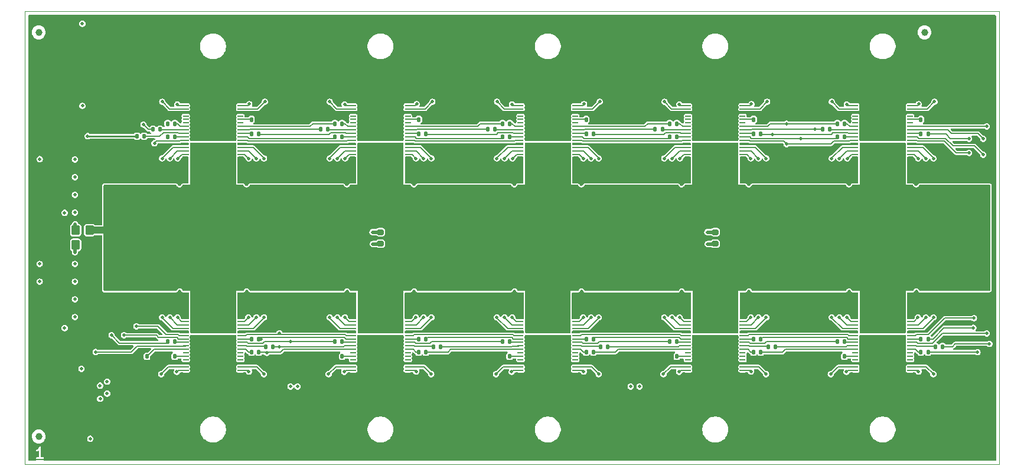
<source format=gbr>
%TF.GenerationSoftware,KiCad,Pcbnew,8.0.6*%
%TF.CreationDate,2024-12-11T18:08:36+01:00*%
%TF.ProjectId,AsicsBoard - 10xBM1370 - 01A,41736963-7342-46f6-9172-64202d203130,rev?*%
%TF.SameCoordinates,Original*%
%TF.FileFunction,Copper,L1,Top*%
%TF.FilePolarity,Positive*%
%FSLAX46Y46*%
G04 Gerber Fmt 4.6, Leading zero omitted, Abs format (unit mm)*
G04 Created by KiCad (PCBNEW 8.0.6) date 2024-12-11 18:08:36*
%MOMM*%
%LPD*%
G01*
G04 APERTURE LIST*
G04 Aperture macros list*
%AMRoundRect*
0 Rectangle with rounded corners*
0 $1 Rounding radius*
0 $2 $3 $4 $5 $6 $7 $8 $9 X,Y pos of 4 corners*
0 Add a 4 corners polygon primitive as box body*
4,1,4,$2,$3,$4,$5,$6,$7,$8,$9,$2,$3,0*
0 Add four circle primitives for the rounded corners*
1,1,$1+$1,$2,$3*
1,1,$1+$1,$4,$5*
1,1,$1+$1,$6,$7*
1,1,$1+$1,$8,$9*
0 Add four rect primitives between the rounded corners*
20,1,$1+$1,$2,$3,$4,$5,0*
20,1,$1+$1,$4,$5,$6,$7,0*
20,1,$1+$1,$6,$7,$8,$9,0*
20,1,$1+$1,$8,$9,$2,$3,0*%
G04 Aperture macros list end*
%ADD10C,0.300000*%
%TA.AperFunction,SMDPad,CuDef*%
%ADD11RoundRect,0.135000X-0.135000X-0.185000X0.135000X-0.185000X0.135000X0.185000X-0.135000X0.185000X0*%
%TD*%
%TA.AperFunction,SMDPad,CuDef*%
%ADD12RoundRect,0.135000X0.135000X0.185000X-0.135000X0.185000X-0.135000X-0.185000X0.135000X-0.185000X0*%
%TD*%
%TA.AperFunction,SMDPad,CuDef*%
%ADD13RoundRect,0.055250X0.340750X0.055250X-0.340750X0.055250X-0.340750X-0.055250X0.340750X-0.055250X0*%
%TD*%
%TA.AperFunction,SMDPad,CuDef*%
%ADD14R,6.330000X2.000000*%
%TD*%
%TA.AperFunction,SMDPad,CuDef*%
%ADD15R,6.330000X5.300000*%
%TD*%
%TA.AperFunction,SMDPad,CuDef*%
%ADD16RoundRect,0.055250X-0.340750X-0.055250X0.340750X-0.055250X0.340750X0.055250X-0.340750X0.055250X0*%
%TD*%
%TA.AperFunction,SMDPad,CuDef*%
%ADD17RoundRect,0.250000X0.350000X0.450000X-0.350000X0.450000X-0.350000X-0.450000X0.350000X-0.450000X0*%
%TD*%
%TA.AperFunction,SMDPad,CuDef*%
%ADD18C,1.000000*%
%TD*%
%TA.AperFunction,SMDPad,CuDef*%
%ADD19RoundRect,0.200000X0.275000X-0.200000X0.275000X0.200000X-0.275000X0.200000X-0.275000X-0.200000X0*%
%TD*%
%TA.AperFunction,ComponentPad*%
%ADD20C,0.800000*%
%TD*%
%TA.AperFunction,ComponentPad*%
%ADD21C,6.400000*%
%TD*%
%TA.AperFunction,ViaPad*%
%ADD22C,0.500000*%
%TD*%
%TA.AperFunction,ViaPad*%
%ADD23C,0.800000*%
%TD*%
%TA.AperFunction,Conductor*%
%ADD24C,0.200000*%
%TD*%
%TA.AperFunction,Conductor*%
%ADD25C,0.500000*%
%TD*%
%TA.AperFunction,Conductor*%
%ADD26C,0.254000*%
%TD*%
%TA.AperFunction,Conductor*%
%ADD27C,1.000000*%
%TD*%
%TA.AperFunction,Profile*%
%ADD28C,0.100000*%
%TD*%
G04 APERTURE END LIST*
D10*
G36*
X67925059Y-119417495D02*
G01*
X66438642Y-119417495D01*
X66438642Y-118010639D01*
X66605309Y-118010639D01*
X66609458Y-118069019D01*
X66635632Y-118121368D01*
X66679847Y-118159715D01*
X66735370Y-118178222D01*
X66793750Y-118174073D01*
X66821213Y-118163564D01*
X66964070Y-118092135D01*
X66976663Y-118084207D01*
X66980323Y-118082692D01*
X66984442Y-118079310D01*
X66988956Y-118076470D01*
X66991552Y-118073476D01*
X67003054Y-118064037D01*
X67032702Y-118034389D01*
X67032702Y-118950828D01*
X66754131Y-118950828D01*
X66724867Y-118953710D01*
X66670795Y-118976108D01*
X66629411Y-119017492D01*
X66607013Y-119071564D01*
X66607013Y-119130092D01*
X66629411Y-119184164D01*
X66670795Y-119225548D01*
X66724867Y-119247946D01*
X66754131Y-119250828D01*
X67611274Y-119250828D01*
X67640538Y-119247946D01*
X67694610Y-119225548D01*
X67735994Y-119184164D01*
X67758392Y-119130092D01*
X67758392Y-119071564D01*
X67735994Y-119017492D01*
X67694610Y-118976108D01*
X67640538Y-118953710D01*
X67611274Y-118950828D01*
X67332702Y-118950828D01*
X67332702Y-117600828D01*
X67332691Y-117600722D01*
X67332702Y-117600670D01*
X67332671Y-117600516D01*
X67329820Y-117571564D01*
X67324136Y-117557843D01*
X67321224Y-117543281D01*
X67313045Y-117531068D01*
X67307422Y-117517492D01*
X67296923Y-117506993D01*
X67288658Y-117494651D01*
X67276427Y-117486497D01*
X67266038Y-117476108D01*
X67252319Y-117470425D01*
X67239959Y-117462185D01*
X67225540Y-117459332D01*
X67211966Y-117453710D01*
X67197115Y-117453710D01*
X67182545Y-117450828D01*
X67168135Y-117453710D01*
X67153438Y-117453710D01*
X67139716Y-117459393D01*
X67125155Y-117462306D01*
X67112942Y-117470484D01*
X67099366Y-117476108D01*
X67088867Y-117486606D01*
X67076525Y-117494872D01*
X67058093Y-117517380D01*
X67057982Y-117517492D01*
X67057961Y-117517542D01*
X67057895Y-117517623D01*
X66923275Y-117719551D01*
X66808134Y-117834692D01*
X66687049Y-117895236D01*
X66662163Y-117910901D01*
X66623816Y-117955116D01*
X66605309Y-118010639D01*
X66438642Y-118010639D01*
X66438642Y-117284161D01*
X67925059Y-117284161D01*
X67925059Y-119417495D01*
G37*
D11*
%TO.P,R29,1*%
%TO.N,GND*%
X81508000Y-104506000D03*
%TO.P,R29,2*%
%TO.N,/ASICs/ASICs_BM1370_1/BM1370-0/BI*%
X82528000Y-104506000D03*
%TD*%
%TO.P,R45,1*%
%TO.N,Net-(U12-CO)*%
X193490000Y-102000000D03*
%TO.P,R45,2*%
%TO.N,/ASICs/ASICs_BM1370_1/BM1370-4/CO*%
X194510000Y-102000000D03*
%TD*%
D12*
%TO.P,R40,1*%
%TO.N,Net-(U11-CO)*%
X110510000Y-72999999D03*
%TO.P,R40,2*%
%TO.N,/ASICs/ASICs_BM1370_2/CO4*%
X109490000Y-72999999D03*
%TD*%
D13*
%TO.P,U10,1,VDD3_0*%
%TO.N,/ASICs/ASICs_BM1370_2/BM1370-0/VDD3_0*%
X191916000Y-75514000D03*
%TO.P,U10,2,VDD2_0*%
%TO.N,/ASICs/ASICs_BM1370_2/BM1370-0/VDD2_0*%
X191916000Y-75012000D03*
%TO.P,U10,3,VDD1_0*%
%TO.N,/ASICs/ASICs_BM1370_2/BM1370-0/VDD1_0*%
X191916000Y-74510000D03*
%TO.P,U10,4,VSS*%
%TO.N,GND*%
X191916000Y-74008000D03*
%TO.P,U10,5,NRSTI*%
%TO.N,/ASICs/ASICs_BM1370_1/BM1370-4/RSTO_n*%
X191916000Y-73506000D03*
%TO.P,U10,6,CI*%
%TO.N,/ASICs/ASICs_BM1370_1/BM1370-4/CO*%
X191916000Y-73004000D03*
%TO.P,U10,7,RO*%
%TO.N,Net-(U10-RO)*%
X191916000Y-72502000D03*
%TO.P,U10,8,CLKI*%
%TO.N,/ASICs/ASICs_BM1370_1/BM1370-4/CLKO*%
X191916000Y-72000000D03*
%TO.P,U10,9,BI*%
%TO.N,/ASICs/ASICs_BM1370_1/BM1370-4/BO*%
X191916000Y-71498000D03*
%TO.P,U10,10,ROSC_SEL*%
%TO.N,unconnected-(U10-ROSC_SEL-Pad10)*%
X191916000Y-70996000D03*
%TO.P,U10,11,LITE_PAD*%
%TO.N,Net-(U10-LITE_PAD)*%
X191916000Y-70494000D03*
%TO.P,U10,12,INV_CLKO*%
%TO.N,unconnected-(U10-INV_CLKO-Pad12)*%
X191916000Y-69992000D03*
%TO.P,U10,13,PLL_VSS*%
%TO.N,GND*%
X191916000Y-69490000D03*
%TO.P,U10,14,VDDIO_08_0*%
%TO.N,+0.8V*%
X191916000Y-68988000D03*
%TO.P,U10,15,VDDIO_12_0*%
%TO.N,+1.2V*%
X191916000Y-68486000D03*
%TO.P,U10,16,VDDIO_12_1*%
X184084000Y-68486000D03*
%TO.P,U10,17,VDDIO_08_1*%
%TO.N,+0.8V*%
X184084000Y-68988000D03*
%TO.P,U10,18,VSS*%
%TO.N,GND*%
X184084000Y-69490000D03*
%TO.P,U10,19,PIN_MODE*%
%TO.N,unconnected-(U10-PIN_MODE-Pad19)*%
X184084000Y-69992000D03*
%TO.P,U10,20,TEMP_P*%
%TO.N,/ASICs/ASICs_BM1370_2/BM1370-0/TEMP_P*%
X184084000Y-70494000D03*
%TO.P,U10,21,TEMP_N*%
%TO.N,/ASICs/ASICs_BM1370_2/BM1370-0/TEMP_N*%
X184084000Y-70996000D03*
%TO.P,U10,22,BO*%
%TO.N,Net-(U10-BO)*%
X184084000Y-71498000D03*
%TO.P,U10,23,CLKO*%
%TO.N,Net-(U10-CLKO)*%
X184084000Y-72000000D03*
%TO.P,U10,24,RI*%
%TO.N,/ASICs/ASICs_BM1370_2/RI1*%
X184084000Y-72502000D03*
%TO.P,U10,25,CO*%
%TO.N,Net-(U10-CO)*%
X184084000Y-73004000D03*
%TO.P,U10,26,NRSTO*%
%TO.N,/ASICs/ASICs_BM1370_2/RSTO1*%
X184084000Y-73506000D03*
%TO.P,U10,27,VSS*%
%TO.N,GND*%
X184084000Y-74008000D03*
%TO.P,U10,28,VDD1_1*%
%TO.N,/ASICs/ASICs_BM1370_2/BM1370-0/VDD1_1*%
X184084000Y-74510000D03*
%TO.P,U10,29,VDD2_1*%
%TO.N,/ASICs/ASICs_BM1370_2/BM1370-0/VDD2_1*%
X184084000Y-75012000D03*
%TO.P,U10,30,VDD3_1*%
%TO.N,/ASICs/ASICs_BM1370_2/BM1370-0/VDD3_1*%
X184084000Y-75514000D03*
D14*
%TO.P,U10,31,VDD*%
%TO.N,VPWR_ASIC*%
X188000000Y-74870000D03*
D15*
%TO.P,U10,32,VSS*%
%TO.N,GND*%
X188000000Y-70760000D03*
%TD*%
D11*
%TO.P,R44,1*%
%TO.N,Net-(U11-LITE_PAD)*%
X121490000Y-70500001D03*
%TO.P,R44,2*%
%TO.N,GND*%
X122510000Y-70500001D03*
%TD*%
D12*
%TO.P,R49,1*%
%TO.N,Net-(U12-LITE_PAD)*%
X182510000Y-104500000D03*
%TO.P,R49,2*%
%TO.N,GND*%
X181490000Y-104500000D03*
%TD*%
D16*
%TO.P,U12,1,VDD3_0*%
%TO.N,/ASICs/ASICs_BM1370_1/BM1370-4/VDD3_0*%
X184084000Y-99486000D03*
%TO.P,U12,2,VDD2_0*%
%TO.N,/ASICs/ASICs_BM1370_1/BM1370-4/VDD2_0*%
X184084000Y-99988000D03*
%TO.P,U12,3,VDD1_0*%
%TO.N,/ASICs/ASICs_BM1370_1/BM1370-4/VDD1_0*%
X184084000Y-100490000D03*
%TO.P,U12,4,VSS*%
%TO.N,GND*%
X184084000Y-100992000D03*
%TO.P,U12,5,NRSTI*%
%TO.N,/ASICs/ASICs_BM1370_1/RSTO4*%
X184084000Y-101494000D03*
%TO.P,U12,6,CI*%
%TO.N,/ASICs/ASICs_BM1370_1/CO4*%
X184084000Y-101996000D03*
%TO.P,U12,7,RO*%
%TO.N,Net-(U12-RO)*%
X184084000Y-102498000D03*
%TO.P,U12,8,CLKI*%
%TO.N,/ASICs/ASICs_BM1370_1/CLKO4*%
X184084000Y-103000000D03*
%TO.P,U12,9,BI*%
%TO.N,/ASICs/ASICs_BM1370_1/BO4*%
X184084000Y-103502000D03*
%TO.P,U12,10,ROSC_SEL*%
%TO.N,unconnected-(U12-ROSC_SEL-Pad10)*%
X184084000Y-104004000D03*
%TO.P,U12,11,LITE_PAD*%
%TO.N,Net-(U12-LITE_PAD)*%
X184084000Y-104506000D03*
%TO.P,U12,12,INV_CLKO*%
%TO.N,unconnected-(U12-INV_CLKO-Pad12)*%
X184084000Y-105008000D03*
%TO.P,U12,13,PLL_VSS*%
%TO.N,GND*%
X184084000Y-105510000D03*
%TO.P,U12,14,VDDIO_08_0*%
%TO.N,+0.8V*%
X184084000Y-106012000D03*
%TO.P,U12,15,VDDIO_12_0*%
%TO.N,+1.2V*%
X184084000Y-106514000D03*
%TO.P,U12,16,VDDIO_12_1*%
X191916000Y-106514000D03*
%TO.P,U12,17,VDDIO_08_1*%
%TO.N,+0.8V*%
X191916000Y-106012000D03*
%TO.P,U12,18,VSS*%
%TO.N,GND*%
X191916000Y-105510000D03*
%TO.P,U12,19,PIN_MODE*%
%TO.N,unconnected-(U12-PIN_MODE-Pad19)*%
X191916000Y-105008000D03*
%TO.P,U12,20,TEMP_P*%
%TO.N,/ASICs/ASICs_BM1370_1/BM1370-4/TEMP_P*%
X191916000Y-104506000D03*
%TO.P,U12,21,TEMP_N*%
%TO.N,/ASICs/ASICs_BM1370_1/BM1370-4/TEMP_N*%
X191916000Y-104004000D03*
%TO.P,U12,22,BO*%
%TO.N,Net-(U12-BO)*%
X191916000Y-103502000D03*
%TO.P,U12,23,CLKO*%
%TO.N,Net-(U12-CLKO)*%
X191916000Y-103000000D03*
%TO.P,U12,24,RI*%
%TO.N,/ASICs/ASICs_BM1370_1/BM1370-4/RI*%
X191916000Y-102498000D03*
%TO.P,U12,25,CO*%
%TO.N,Net-(U12-CO)*%
X191916000Y-101996000D03*
%TO.P,U12,26,NRSTO*%
%TO.N,/ASICs/ASICs_BM1370_1/BM1370-4/RSTO_n*%
X191916000Y-101494000D03*
%TO.P,U12,27,VSS*%
%TO.N,GND*%
X191916000Y-100992000D03*
%TO.P,U12,28,VDD1_1*%
%TO.N,/ASICs/ASICs_BM1370_1/BM1370-4/VDD1_1*%
X191916000Y-100490000D03*
%TO.P,U12,29,VDD2_1*%
%TO.N,/ASICs/ASICs_BM1370_1/BM1370-4/VDD2_1*%
X191916000Y-99988000D03*
%TO.P,U12,30,VDD3_1*%
%TO.N,/ASICs/ASICs_BM1370_1/BM1370-4/VDD3_1*%
X191916000Y-99486000D03*
D14*
%TO.P,U12,31,VDD*%
%TO.N,VPWR_ASIC*%
X188000000Y-100130000D03*
D15*
%TO.P,U12,32,VSS*%
%TO.N,GND*%
X188000000Y-104240000D03*
%TD*%
D16*
%TO.P,U4,1,VDD3_0*%
%TO.N,/ASICs/ASICs_BM1370_1/BM1370-1/VDD3_0*%
X112084000Y-99486000D03*
%TO.P,U4,2,VDD2_0*%
%TO.N,/ASICs/ASICs_BM1370_1/BM1370-1/VDD2_0*%
X112084000Y-99988000D03*
%TO.P,U4,3,VDD1_0*%
%TO.N,/ASICs/ASICs_BM1370_1/BM1370-1/VDD1_0*%
X112084000Y-100490000D03*
%TO.P,U4,4,VSS*%
%TO.N,GND*%
X112084000Y-100992000D03*
%TO.P,U4,5,NRSTI*%
%TO.N,/ASICs/ASICs_BM1370_1/RSTO1*%
X112084000Y-101494000D03*
%TO.P,U4,6,CI*%
%TO.N,/ASICs/ASICs_BM1370_1/CO1*%
X112084000Y-101996000D03*
%TO.P,U4,7,RO*%
%TO.N,Net-(U4-RO)*%
X112084000Y-102498000D03*
%TO.P,U4,8,CLKI*%
%TO.N,/ASICs/ASICs_BM1370_1/CLKO1*%
X112084000Y-103000000D03*
%TO.P,U4,9,BI*%
%TO.N,/ASICs/ASICs_BM1370_1/BO1*%
X112084000Y-103502000D03*
%TO.P,U4,10,ROSC_SEL*%
%TO.N,unconnected-(U4-ROSC_SEL-Pad10)*%
X112084000Y-104004000D03*
%TO.P,U4,11,LITE_PAD*%
%TO.N,Net-(U4-LITE_PAD)*%
X112084000Y-104506000D03*
%TO.P,U4,12,INV_CLKO*%
%TO.N,unconnected-(U4-INV_CLKO-Pad12)*%
X112084000Y-105008000D03*
%TO.P,U4,13,PLL_VSS*%
%TO.N,GND*%
X112084000Y-105510000D03*
%TO.P,U4,14,VDDIO_08_0*%
%TO.N,+0.8V*%
X112084000Y-106012000D03*
%TO.P,U4,15,VDDIO_12_0*%
%TO.N,+1.2V*%
X112084000Y-106514000D03*
%TO.P,U4,16,VDDIO_12_1*%
X119916000Y-106514000D03*
%TO.P,U4,17,VDDIO_08_1*%
%TO.N,+0.8V*%
X119916000Y-106012000D03*
%TO.P,U4,18,VSS*%
%TO.N,GND*%
X119916000Y-105510000D03*
%TO.P,U4,19,PIN_MODE*%
%TO.N,unconnected-(U4-PIN_MODE-Pad19)*%
X119916000Y-105008000D03*
%TO.P,U4,20,TEMP_P*%
%TO.N,/ASICs/ASICs_BM1370_1/BM1370-1/TEMP_P*%
X119916000Y-104506000D03*
%TO.P,U4,21,TEMP_N*%
%TO.N,/ASICs/ASICs_BM1370_1/BM1370-1/TEMP_N*%
X119916000Y-104004000D03*
%TO.P,U4,22,BO*%
%TO.N,Net-(U4-BO)*%
X119916000Y-103502000D03*
%TO.P,U4,23,CLKO*%
%TO.N,Net-(U4-CLKO)*%
X119916000Y-103000000D03*
%TO.P,U4,24,RI*%
%TO.N,/ASICs/ASICs_BM1370_1/RI02*%
X119916000Y-102498000D03*
%TO.P,U4,25,CO*%
%TO.N,Net-(U4-CO)*%
X119916000Y-101996000D03*
%TO.P,U4,26,NRSTO*%
%TO.N,/ASICs/ASICs_BM1370_1/RSTO2*%
X119916000Y-101494000D03*
%TO.P,U4,27,VSS*%
%TO.N,GND*%
X119916000Y-100992000D03*
%TO.P,U4,28,VDD1_1*%
%TO.N,/ASICs/ASICs_BM1370_1/BM1370-1/VDD1_1*%
X119916000Y-100490000D03*
%TO.P,U4,29,VDD2_1*%
%TO.N,/ASICs/ASICs_BM1370_1/BM1370-1/VDD2_1*%
X119916000Y-99988000D03*
%TO.P,U4,30,VDD3_1*%
%TO.N,/ASICs/ASICs_BM1370_1/BM1370-1/VDD3_1*%
X119916000Y-99486000D03*
D14*
%TO.P,U4,31,VDD*%
%TO.N,VPWR_ASIC*%
X116000000Y-100130000D03*
D15*
%TO.P,U4,32,VSS*%
%TO.N,GND*%
X116000000Y-104240000D03*
%TD*%
D17*
%TO.P,R1,1*%
%TO.N,VPWR_ASIC*%
X74300000Y-86400000D03*
%TO.P,R1,2*%
%TO.N,/VSP*%
X72300000Y-86400000D03*
%TD*%
D11*
%TO.P,R21,1*%
%TO.N,Net-(U7-BO)*%
X145490000Y-103900000D03*
%TO.P,R21,2*%
%TO.N,/ASICs/ASICs_BM1370_1/BO3*%
X146510000Y-103900000D03*
%TD*%
D12*
%TO.P,R19,1*%
%TO.N,Net-(U7-RO)*%
X134510000Y-102400000D03*
%TO.P,R19,2*%
%TO.N,/ASICs/ASICs_BM1370_1/RI02*%
X133490000Y-102400000D03*
%TD*%
D11*
%TO.P,R20,1*%
%TO.N,Net-(U7-CLKO)*%
X147590000Y-103100000D03*
%TO.P,R20,2*%
%TO.N,/ASICs/ASICs_BM1370_1/CLKO3*%
X148610000Y-103100000D03*
%TD*%
D12*
%TO.P,R38,1*%
%TO.N,Net-(U10-BO)*%
X182510000Y-71100000D03*
%TO.P,R38,2*%
%TO.N,/ASICs/ASICs_BM1370_2/BO1*%
X181490000Y-71100000D03*
%TD*%
D11*
%TO.P,R36,1*%
%TO.N,Net-(U10-RO)*%
X193490000Y-72600000D03*
%TO.P,R36,2*%
%TO.N,/ASICs/ASICs_BM1370_1/BM1370-4/RI*%
X194510000Y-72600000D03*
%TD*%
%TO.P,R8,1*%
%TO.N,Net-(U5-CO)*%
X97490000Y-102000000D03*
%TO.P,R8,2*%
%TO.N,/ASICs/ASICs_BM1370_1/CO1*%
X98510000Y-102000000D03*
%TD*%
%TO.P,R54,1*%
%TO.N,Net-(U13-LITE_PAD)*%
X97490000Y-70500001D03*
%TO.P,R54,2*%
%TO.N,GND*%
X98510000Y-70500001D03*
%TD*%
D18*
%TO.P,FID3,*%
%TO.N,*%
X194000000Y-58000000D03*
%TD*%
D13*
%TO.P,U8,1,VDD3_0*%
%TO.N,/ASICs/ASICs_BM1370_2/BM1370-2/VDD3_0*%
X143916000Y-75514000D03*
%TO.P,U8,2,VDD2_0*%
%TO.N,/ASICs/ASICs_BM1370_2/BM1370-2/VDD2_0*%
X143916000Y-75012000D03*
%TO.P,U8,3,VDD1_0*%
%TO.N,/ASICs/ASICs_BM1370_2/BM1370-2/VDD1_0*%
X143916000Y-74510000D03*
%TO.P,U8,4,VSS*%
%TO.N,GND*%
X143916000Y-74008000D03*
%TO.P,U8,5,NRSTI*%
%TO.N,/ASICs/ASICs_BM1370_2/RSTO2*%
X143916000Y-73506000D03*
%TO.P,U8,6,CI*%
%TO.N,/ASICs/ASICs_BM1370_2/CO2*%
X143916000Y-73004000D03*
%TO.P,U8,7,RO*%
%TO.N,Net-(U8-RO)*%
X143916000Y-72502000D03*
%TO.P,U8,8,CLKI*%
%TO.N,/ASICs/ASICs_BM1370_2/CLKO2*%
X143916000Y-72000000D03*
%TO.P,U8,9,BI*%
%TO.N,/ASICs/ASICs_BM1370_2/BO2*%
X143916000Y-71498000D03*
%TO.P,U8,10,ROSC_SEL*%
%TO.N,unconnected-(U8-ROSC_SEL-Pad10)*%
X143916000Y-70996000D03*
%TO.P,U8,11,LITE_PAD*%
%TO.N,Net-(U8-LITE_PAD)*%
X143916000Y-70494000D03*
%TO.P,U8,12,INV_CLKO*%
%TO.N,unconnected-(U8-INV_CLKO-Pad12)*%
X143916000Y-69992000D03*
%TO.P,U8,13,PLL_VSS*%
%TO.N,GND*%
X143916000Y-69490000D03*
%TO.P,U8,14,VDDIO_08_0*%
%TO.N,+0.8V*%
X143916000Y-68988000D03*
%TO.P,U8,15,VDDIO_12_0*%
%TO.N,+1.2V*%
X143916000Y-68486000D03*
%TO.P,U8,16,VDDIO_12_1*%
X136084000Y-68486000D03*
%TO.P,U8,17,VDDIO_08_1*%
%TO.N,+0.8V*%
X136084000Y-68988000D03*
%TO.P,U8,18,VSS*%
%TO.N,GND*%
X136084000Y-69490000D03*
%TO.P,U8,19,PIN_MODE*%
%TO.N,unconnected-(U8-PIN_MODE-Pad19)*%
X136084000Y-69992000D03*
%TO.P,U8,20,TEMP_P*%
%TO.N,/ASICs/ASICs_BM1370_2/BM1370-2/TEMP_P*%
X136084000Y-70494000D03*
%TO.P,U8,21,TEMP_N*%
%TO.N,/ASICs/ASICs_BM1370_2/BM1370-2/TEMP_N*%
X136084000Y-70996000D03*
%TO.P,U8,22,BO*%
%TO.N,Net-(U8-BO)*%
X136084000Y-71498000D03*
%TO.P,U8,23,CLKO*%
%TO.N,Net-(U8-CLKO)*%
X136084000Y-72000000D03*
%TO.P,U8,24,RI*%
%TO.N,/ASICs/ASICs_BM1370_2/RI3*%
X136084000Y-72502000D03*
%TO.P,U8,25,CO*%
%TO.N,Net-(U8-CO)*%
X136084000Y-73004000D03*
%TO.P,U8,26,NRSTO*%
%TO.N,/ASICs/ASICs_BM1370_2/RSTO3*%
X136084000Y-73506000D03*
%TO.P,U8,27,VSS*%
%TO.N,GND*%
X136084000Y-74008000D03*
%TO.P,U8,28,VDD1_1*%
%TO.N,/ASICs/ASICs_BM1370_2/BM1370-2/VDD1_1*%
X136084000Y-74510000D03*
%TO.P,U8,29,VDD2_1*%
%TO.N,/ASICs/ASICs_BM1370_2/BM1370-2/VDD2_1*%
X136084000Y-75012000D03*
%TO.P,U8,30,VDD3_1*%
%TO.N,/ASICs/ASICs_BM1370_2/BM1370-2/VDD3_1*%
X136084000Y-75514000D03*
D14*
%TO.P,U8,31,VDD*%
%TO.N,VPWR_ASIC*%
X140000000Y-74870000D03*
D15*
%TO.P,U8,32,VSS*%
%TO.N,GND*%
X140000000Y-70760000D03*
%TD*%
D12*
%TO.P,R16,1*%
%TO.N,Net-(U6-BO)*%
X158510000Y-71100000D03*
%TO.P,R16,2*%
%TO.N,/ASICs/ASICs_BM1370_2/BO2*%
X157490000Y-71100000D03*
%TD*%
D11*
%TO.P,R11,1*%
%TO.N,Net-(U5-BO)*%
X97490000Y-103900000D03*
%TO.P,R11,2*%
%TO.N,/ASICs/ASICs_BM1370_1/BO1*%
X98510000Y-103900000D03*
%TD*%
D19*
%TO.P,TH2,1*%
%TO.N,/CTN2*%
X164000000Y-88325000D03*
%TO.P,TH2,2*%
%TO.N,/CTN2_RTN*%
X164000000Y-86675000D03*
%TD*%
D13*
%TO.P,U13,1,VDD3_0*%
%TO.N,/ASICs/ASICs_BM1370_2/BM1370-4/VDD3_0*%
X95916000Y-75514000D03*
%TO.P,U13,2,VDD2_0*%
%TO.N,/ASICs/ASICs_BM1370_2/BM1370-4/VDD2_0*%
X95916000Y-75012000D03*
%TO.P,U13,3,VDD1_0*%
%TO.N,/ASICs/ASICs_BM1370_2/BM1370-4/VDD1_0*%
X95916000Y-74510000D03*
%TO.P,U13,4,VSS*%
%TO.N,GND*%
X95916000Y-74008000D03*
%TO.P,U13,5,NRSTI*%
%TO.N,/ASICs/ASICs_BM1370_2/RSTO4*%
X95916000Y-73506000D03*
%TO.P,U13,6,CI*%
%TO.N,/ASICs/ASICs_BM1370_2/CO4*%
X95916000Y-73004000D03*
%TO.P,U13,7,RO*%
%TO.N,Net-(U13-RO)*%
X95916000Y-72502000D03*
%TO.P,U13,8,CLKI*%
%TO.N,/ASICs/ASICs_BM1370_2/CLKO4*%
X95916000Y-72000000D03*
%TO.P,U13,9,BI*%
%TO.N,/ASICs/ASICs_BM1370_2/BO4*%
X95916000Y-71498000D03*
%TO.P,U13,10,ROSC_SEL*%
%TO.N,unconnected-(U13-ROSC_SEL-Pad10)*%
X95916000Y-70996000D03*
%TO.P,U13,11,LITE_PAD*%
%TO.N,Net-(U13-LITE_PAD)*%
X95916000Y-70494000D03*
%TO.P,U13,12,INV_CLKO*%
%TO.N,unconnected-(U13-INV_CLKO-Pad12)*%
X95916000Y-69992000D03*
%TO.P,U13,13,PLL_VSS*%
%TO.N,GND*%
X95916000Y-69490000D03*
%TO.P,U13,14,VDDIO_08_0*%
%TO.N,+0.8V*%
X95916000Y-68988000D03*
%TO.P,U13,15,VDDIO_12_0*%
%TO.N,+1.2V*%
X95916000Y-68486000D03*
%TO.P,U13,16,VDDIO_12_1*%
X88084000Y-68486000D03*
%TO.P,U13,17,VDDIO_08_1*%
%TO.N,+0.8V*%
X88084000Y-68988000D03*
%TO.P,U13,18,VSS*%
%TO.N,GND*%
X88084000Y-69490000D03*
%TO.P,U13,19,PIN_MODE*%
%TO.N,unconnected-(U13-PIN_MODE-Pad19)*%
X88084000Y-69992000D03*
%TO.P,U13,20,TEMP_P*%
%TO.N,/ASICs/ASICs_BM1370_2/BM1370-4/TEMP_P*%
X88084000Y-70494000D03*
%TO.P,U13,21,TEMP_N*%
%TO.N,/ASICs/ASICs_BM1370_2/BM1370-4/TEMP_N*%
X88084000Y-70996000D03*
%TO.P,U13,22,BO*%
%TO.N,Net-(U13-BO)*%
X88084000Y-71498000D03*
%TO.P,U13,23,CLKO*%
%TO.N,Net-(U13-CLKO)*%
X88084000Y-72000000D03*
%TO.P,U13,24,RI*%
%TO.N,/ASICs/ASICs_BM1370_2/BM1370-4/RI*%
X88084000Y-72502000D03*
%TO.P,U13,25,CO*%
%TO.N,Net-(U13-CO)*%
X88084000Y-73004000D03*
%TO.P,U13,26,NRSTO*%
%TO.N,/ASICs/ASICs_BM1370_2/BM1370-4/RSTO_n*%
X88084000Y-73506000D03*
%TO.P,U13,27,VSS*%
%TO.N,GND*%
X88084000Y-74008000D03*
%TO.P,U13,28,VDD1_1*%
%TO.N,/ASICs/ASICs_BM1370_2/BM1370-4/VDD1_1*%
X88084000Y-74510000D03*
%TO.P,U13,29,VDD2_1*%
%TO.N,/ASICs/ASICs_BM1370_2/BM1370-4/VDD2_1*%
X88084000Y-75012000D03*
%TO.P,U13,30,VDD3_1*%
%TO.N,/ASICs/ASICs_BM1370_2/BM1370-4/VDD3_1*%
X88084000Y-75514000D03*
D14*
%TO.P,U13,31,VDD*%
%TO.N,VPWR_ASIC*%
X92000000Y-74870000D03*
D15*
%TO.P,U13,32,VSS*%
%TO.N,GND*%
X92000000Y-70760000D03*
%TD*%
D11*
%TO.P,R47,1*%
%TO.N,Net-(U12-CLKO)*%
X195590000Y-103100000D03*
%TO.P,R47,2*%
%TO.N,/ASICs/ASICs_BM1370_1/BM1370-4/CLKO*%
X196610000Y-103100000D03*
%TD*%
%TO.P,R18,1*%
%TO.N,Net-(U7-CO)*%
X145490000Y-102000000D03*
%TO.P,R18,2*%
%TO.N,/ASICs/ASICs_BM1370_1/CO3*%
X146510000Y-102000000D03*
%TD*%
D17*
%TO.P,R2,1*%
%TO.N,GND*%
X74300000Y-88500000D03*
%TO.P,R2,2*%
%TO.N,/VSN*%
X72300000Y-88500000D03*
%TD*%
D11*
%TO.P,R27,1*%
%TO.N,Net-(U8-LITE_PAD)*%
X145490000Y-70500001D03*
%TO.P,R27,2*%
%TO.N,GND*%
X146510000Y-70500001D03*
%TD*%
%TO.P,R33,1*%
%TO.N,Net-(U9-BO)*%
X169490000Y-103900000D03*
%TO.P,R33,2*%
%TO.N,/ASICs/ASICs_BM1370_1/BO4*%
X170510000Y-103900000D03*
%TD*%
D18*
%TO.P,FID2,*%
%TO.N,*%
X67000000Y-116000000D03*
%TD*%
D12*
%TO.P,R4,1*%
%TO.N,Net-(U4-RO)*%
X110510000Y-102400000D03*
%TO.P,R4,2*%
%TO.N,/ASICs/ASICs_BM1370_1/RI1*%
X109490000Y-102400000D03*
%TD*%
D11*
%TO.P,R41,1*%
%TO.N,Net-(U11-RO)*%
X121490000Y-72600000D03*
%TO.P,R41,2*%
%TO.N,/ASICs/ASICs_BM1370_2/RI3*%
X122510000Y-72600000D03*
%TD*%
%TO.P,R51,1*%
%TO.N,Net-(U13-RO)*%
X97490000Y-72600000D03*
%TO.P,R51,2*%
%TO.N,/ASICs/ASICs_BM1370_2/RI4*%
X98510000Y-72600000D03*
%TD*%
D12*
%TO.P,R12,1*%
%TO.N,Net-(U5-LITE_PAD)*%
X86510000Y-104500000D03*
%TO.P,R12,2*%
%TO.N,GND*%
X85490000Y-104500000D03*
%TD*%
%TO.P,R15,1*%
%TO.N,Net-(U6-CLKO)*%
X156410000Y-71900000D03*
%TO.P,R15,2*%
%TO.N,/ASICs/ASICs_BM1370_2/CLKO2*%
X155390000Y-71900000D03*
%TD*%
D16*
%TO.P,U9,1,VDD3_0*%
%TO.N,/ASICs/ASICs_BM1370_1/BM1370-3/VDD3_0*%
X160084000Y-99486000D03*
%TO.P,U9,2,VDD2_0*%
%TO.N,/ASICs/ASICs_BM1370_1/BM1370-3/VDD2_0*%
X160084000Y-99988000D03*
%TO.P,U9,3,VDD1_0*%
%TO.N,/ASICs/ASICs_BM1370_1/BM1370-3/VDD1_0*%
X160084000Y-100490000D03*
%TO.P,U9,4,VSS*%
%TO.N,GND*%
X160084000Y-100992000D03*
%TO.P,U9,5,NRSTI*%
%TO.N,/ASICs/ASICs_BM1370_1/RSTO3*%
X160084000Y-101494000D03*
%TO.P,U9,6,CI*%
%TO.N,/ASICs/ASICs_BM1370_1/CO3*%
X160084000Y-101996000D03*
%TO.P,U9,7,RO*%
%TO.N,Net-(U9-RO)*%
X160084000Y-102498000D03*
%TO.P,U9,8,CLKI*%
%TO.N,/ASICs/ASICs_BM1370_1/CLKO3*%
X160084000Y-103000000D03*
%TO.P,U9,9,BI*%
%TO.N,/ASICs/ASICs_BM1370_1/BO3*%
X160084000Y-103502000D03*
%TO.P,U9,10,ROSC_SEL*%
%TO.N,unconnected-(U9-ROSC_SEL-Pad10)*%
X160084000Y-104004000D03*
%TO.P,U9,11,LITE_PAD*%
%TO.N,Net-(U9-LITE_PAD)*%
X160084000Y-104506000D03*
%TO.P,U9,12,INV_CLKO*%
%TO.N,unconnected-(U9-INV_CLKO-Pad12)*%
X160084000Y-105008000D03*
%TO.P,U9,13,PLL_VSS*%
%TO.N,GND*%
X160084000Y-105510000D03*
%TO.P,U9,14,VDDIO_08_0*%
%TO.N,+0.8V*%
X160084000Y-106012000D03*
%TO.P,U9,15,VDDIO_12_0*%
%TO.N,+1.2V*%
X160084000Y-106514000D03*
%TO.P,U9,16,VDDIO_12_1*%
X167916000Y-106514000D03*
%TO.P,U9,17,VDDIO_08_1*%
%TO.N,+0.8V*%
X167916000Y-106012000D03*
%TO.P,U9,18,VSS*%
%TO.N,GND*%
X167916000Y-105510000D03*
%TO.P,U9,19,PIN_MODE*%
%TO.N,unconnected-(U9-PIN_MODE-Pad19)*%
X167916000Y-105008000D03*
%TO.P,U9,20,TEMP_P*%
%TO.N,/ASICs/ASICs_BM1370_1/BM1370-3/TEMP_P*%
X167916000Y-104506000D03*
%TO.P,U9,21,TEMP_N*%
%TO.N,/ASICs/ASICs_BM1370_1/BM1370-3/TEMP_N*%
X167916000Y-104004000D03*
%TO.P,U9,22,BO*%
%TO.N,Net-(U9-BO)*%
X167916000Y-103502000D03*
%TO.P,U9,23,CLKO*%
%TO.N,Net-(U9-CLKO)*%
X167916000Y-103000000D03*
%TO.P,U9,24,RI*%
%TO.N,/ASICs/ASICs_BM1370_1/RI4*%
X167916000Y-102498000D03*
%TO.P,U9,25,CO*%
%TO.N,Net-(U9-CO)*%
X167916000Y-101996000D03*
%TO.P,U9,26,NRSTO*%
%TO.N,/ASICs/ASICs_BM1370_1/RSTO4*%
X167916000Y-101494000D03*
%TO.P,U9,27,VSS*%
%TO.N,GND*%
X167916000Y-100992000D03*
%TO.P,U9,28,VDD1_1*%
%TO.N,/ASICs/ASICs_BM1370_1/BM1370-3/VDD1_1*%
X167916000Y-100490000D03*
%TO.P,U9,29,VDD2_1*%
%TO.N,/ASICs/ASICs_BM1370_1/BM1370-3/VDD2_1*%
X167916000Y-99988000D03*
%TO.P,U9,30,VDD3_1*%
%TO.N,/ASICs/ASICs_BM1370_1/BM1370-3/VDD3_1*%
X167916000Y-99486000D03*
D14*
%TO.P,U9,31,VDD*%
%TO.N,VPWR_ASIC*%
X164000000Y-100130000D03*
D15*
%TO.P,U9,32,VSS*%
%TO.N,GND*%
X164000000Y-104240000D03*
%TD*%
D11*
%TO.P,R6,1*%
%TO.N,Net-(U4-BO)*%
X121490000Y-103900000D03*
%TO.P,R6,2*%
%TO.N,/ASICs/ASICs_BM1370_1/BO2*%
X122510000Y-103900000D03*
%TD*%
D16*
%TO.P,U5,1,VDD3_0*%
%TO.N,/ASICs/ASICs_BM1370_1/BM1370-0/VDD3_0*%
X88084000Y-99486000D03*
%TO.P,U5,2,VDD2_0*%
%TO.N,/ASICs/ASICs_BM1370_1/BM1370-0/VDD2_0*%
X88084000Y-99988000D03*
%TO.P,U5,3,VDD1_0*%
%TO.N,/ASICs/ASICs_BM1370_1/BM1370-0/VDD1_0*%
X88084000Y-100490000D03*
%TO.P,U5,4,VSS*%
%TO.N,GND*%
X88084000Y-100992000D03*
%TO.P,U5,5,NRSTI*%
%TO.N,/RSTIn*%
X88084000Y-101494000D03*
%TO.P,U5,6,CI*%
%TO.N,/CI*%
X88084000Y-101996000D03*
%TO.P,U5,7,RO*%
%TO.N,Net-(U5-RO)*%
X88084000Y-102498000D03*
%TO.P,U5,8,CLKI*%
%TO.N,/CLKI*%
X88084000Y-103000000D03*
%TO.P,U5,9,BI*%
%TO.N,/ASICs/ASICs_BM1370_1/BM1370-0/BI*%
X88084000Y-103502000D03*
%TO.P,U5,10,ROSC_SEL*%
%TO.N,unconnected-(U5-ROSC_SEL-Pad10)*%
X88084000Y-104004000D03*
%TO.P,U5,11,LITE_PAD*%
%TO.N,Net-(U5-LITE_PAD)*%
X88084000Y-104506000D03*
%TO.P,U5,12,INV_CLKO*%
%TO.N,unconnected-(U5-INV_CLKO-Pad12)*%
X88084000Y-105008000D03*
%TO.P,U5,13,PLL_VSS*%
%TO.N,GND*%
X88084000Y-105510000D03*
%TO.P,U5,14,VDDIO_08_0*%
%TO.N,+0.8V*%
X88084000Y-106012000D03*
%TO.P,U5,15,VDDIO_12_0*%
%TO.N,+1.2V*%
X88084000Y-106514000D03*
%TO.P,U5,16,VDDIO_12_1*%
X95916000Y-106514000D03*
%TO.P,U5,17,VDDIO_08_1*%
%TO.N,+0.8V*%
X95916000Y-106012000D03*
%TO.P,U5,18,VSS*%
%TO.N,GND*%
X95916000Y-105510000D03*
%TO.P,U5,19,PIN_MODE*%
%TO.N,unconnected-(U5-PIN_MODE-Pad19)*%
X95916000Y-105008000D03*
%TO.P,U5,20,TEMP_P*%
%TO.N,/ASICs/ASICs_BM1370_1/BM1370-0/TEMP_P*%
X95916000Y-104506000D03*
%TO.P,U5,21,TEMP_N*%
%TO.N,/ASICs/ASICs_BM1370_1/BM1370-0/TEMP_N*%
X95916000Y-104004000D03*
%TO.P,U5,22,BO*%
%TO.N,Net-(U5-BO)*%
X95916000Y-103502000D03*
%TO.P,U5,23,CLKO*%
%TO.N,Net-(U5-CLKO)*%
X95916000Y-103000000D03*
%TO.P,U5,24,RI*%
%TO.N,/ASICs/ASICs_BM1370_1/RI1*%
X95916000Y-102498000D03*
%TO.P,U5,25,CO*%
%TO.N,Net-(U5-CO)*%
X95916000Y-101996000D03*
%TO.P,U5,26,NRSTO*%
%TO.N,/ASICs/ASICs_BM1370_1/RSTO1*%
X95916000Y-101494000D03*
%TO.P,U5,27,VSS*%
%TO.N,GND*%
X95916000Y-100992000D03*
%TO.P,U5,28,VDD1_1*%
%TO.N,/ASICs/ASICs_BM1370_1/BM1370-0/VDD1_1*%
X95916000Y-100490000D03*
%TO.P,U5,29,VDD2_1*%
%TO.N,/ASICs/ASICs_BM1370_1/BM1370-0/VDD2_1*%
X95916000Y-99988000D03*
%TO.P,U5,30,VDD3_1*%
%TO.N,/ASICs/ASICs_BM1370_1/BM1370-0/VDD3_1*%
X95916000Y-99486000D03*
D14*
%TO.P,U5,31,VDD*%
%TO.N,VPWR_ASIC*%
X92000000Y-100130000D03*
D15*
%TO.P,U5,32,VSS*%
%TO.N,GND*%
X92000000Y-104240000D03*
%TD*%
D12*
%TO.P,R7,1*%
%TO.N,Net-(U4-LITE_PAD)*%
X110510000Y-104500000D03*
%TO.P,R7,2*%
%TO.N,GND*%
X109490000Y-104500000D03*
%TD*%
D11*
%TO.P,R48,1*%
%TO.N,Net-(U12-BO)*%
X193490000Y-103900000D03*
%TO.P,R48,2*%
%TO.N,/ASICs/ASICs_BM1370_1/BM1370-4/BO*%
X194510000Y-103900000D03*
%TD*%
%TO.P,R3,1*%
%TO.N,Net-(U4-CO)*%
X121490000Y-102000000D03*
%TO.P,R3,2*%
%TO.N,/ASICs/ASICs_BM1370_1/CO2*%
X122510000Y-102000000D03*
%TD*%
%TO.P,R32,1*%
%TO.N,Net-(U9-CLKO)*%
X171590000Y-103100000D03*
%TO.P,R32,2*%
%TO.N,/ASICs/ASICs_BM1370_1/CLKO4*%
X172610000Y-103100000D03*
%TD*%
D12*
%TO.P,R50,1*%
%TO.N,Net-(U13-CO)*%
X86510000Y-72999999D03*
%TO.P,R50,2*%
%TO.N,/ASICs/ASICs_BM1370_2/BM1370-4/CO*%
X85490000Y-72999999D03*
%TD*%
D11*
%TO.P,R39,1*%
%TO.N,Net-(U10-LITE_PAD)*%
X193490000Y-70500001D03*
%TO.P,R39,2*%
%TO.N,GND*%
X194510000Y-70500001D03*
%TD*%
D12*
%TO.P,R37,1*%
%TO.N,Net-(U10-CLKO)*%
X180410000Y-71900000D03*
%TO.P,R37,2*%
%TO.N,/ASICs/ASICs_BM1370_2/CLKO1*%
X179390000Y-71900000D03*
%TD*%
%TO.P,R53,1*%
%TO.N,Net-(U13-BO)*%
X86510000Y-71100000D03*
%TO.P,R53,2*%
%TO.N,/ASICs/ASICs_BM1370_2/BM1370-4/BO*%
X85490000Y-71100000D03*
%TD*%
D13*
%TO.P,U11,1,VDD3_0*%
%TO.N,/ASICs/ASICs_BM1370_2/BM1370-3/VDD3_0*%
X119916000Y-75514000D03*
%TO.P,U11,2,VDD2_0*%
%TO.N,/ASICs/ASICs_BM1370_2/BM1370-3/VDD2_0*%
X119916000Y-75012000D03*
%TO.P,U11,3,VDD1_0*%
%TO.N,/ASICs/ASICs_BM1370_2/BM1370-3/VDD1_0*%
X119916000Y-74510000D03*
%TO.P,U11,4,VSS*%
%TO.N,GND*%
X119916000Y-74008000D03*
%TO.P,U11,5,NRSTI*%
%TO.N,/ASICs/ASICs_BM1370_2/RSTO3*%
X119916000Y-73506000D03*
%TO.P,U11,6,CI*%
%TO.N,/ASICs/ASICs_BM1370_2/CO3*%
X119916000Y-73004000D03*
%TO.P,U11,7,RO*%
%TO.N,Net-(U11-RO)*%
X119916000Y-72502000D03*
%TO.P,U11,8,CLKI*%
%TO.N,/ASICs/ASICs_BM1370_2/CLKO3*%
X119916000Y-72000000D03*
%TO.P,U11,9,BI*%
%TO.N,/ASICs/ASICs_BM1370_2/BO3*%
X119916000Y-71498000D03*
%TO.P,U11,10,ROSC_SEL*%
%TO.N,unconnected-(U11-ROSC_SEL-Pad10)*%
X119916000Y-70996000D03*
%TO.P,U11,11,LITE_PAD*%
%TO.N,Net-(U11-LITE_PAD)*%
X119916000Y-70494000D03*
%TO.P,U11,12,INV_CLKO*%
%TO.N,unconnected-(U11-INV_CLKO-Pad12)*%
X119916000Y-69992000D03*
%TO.P,U11,13,PLL_VSS*%
%TO.N,GND*%
X119916000Y-69490000D03*
%TO.P,U11,14,VDDIO_08_0*%
%TO.N,+0.8V*%
X119916000Y-68988000D03*
%TO.P,U11,15,VDDIO_12_0*%
%TO.N,+1.2V*%
X119916000Y-68486000D03*
%TO.P,U11,16,VDDIO_12_1*%
X112084000Y-68486000D03*
%TO.P,U11,17,VDDIO_08_1*%
%TO.N,+0.8V*%
X112084000Y-68988000D03*
%TO.P,U11,18,VSS*%
%TO.N,GND*%
X112084000Y-69490000D03*
%TO.P,U11,19,PIN_MODE*%
%TO.N,unconnected-(U11-PIN_MODE-Pad19)*%
X112084000Y-69992000D03*
%TO.P,U11,20,TEMP_P*%
%TO.N,/ASICs/ASICs_BM1370_2/BM1370-3/TEMP_P*%
X112084000Y-70494000D03*
%TO.P,U11,21,TEMP_N*%
%TO.N,/ASICs/ASICs_BM1370_2/BM1370-3/TEMP_N*%
X112084000Y-70996000D03*
%TO.P,U11,22,BO*%
%TO.N,Net-(U11-BO)*%
X112084000Y-71498000D03*
%TO.P,U11,23,CLKO*%
%TO.N,Net-(U11-CLKO)*%
X112084000Y-72000000D03*
%TO.P,U11,24,RI*%
%TO.N,/ASICs/ASICs_BM1370_2/RI4*%
X112084000Y-72502000D03*
%TO.P,U11,25,CO*%
%TO.N,Net-(U11-CO)*%
X112084000Y-73004000D03*
%TO.P,U11,26,NRSTO*%
%TO.N,/ASICs/ASICs_BM1370_2/RSTO4*%
X112084000Y-73506000D03*
%TO.P,U11,27,VSS*%
%TO.N,GND*%
X112084000Y-74008000D03*
%TO.P,U11,28,VDD1_1*%
%TO.N,/ASICs/ASICs_BM1370_2/BM1370-3/VDD1_1*%
X112084000Y-74510000D03*
%TO.P,U11,29,VDD2_1*%
%TO.N,/ASICs/ASICs_BM1370_2/BM1370-3/VDD2_1*%
X112084000Y-75012000D03*
%TO.P,U11,30,VDD3_1*%
%TO.N,/ASICs/ASICs_BM1370_2/BM1370-3/VDD3_1*%
X112084000Y-75514000D03*
D14*
%TO.P,U11,31,VDD*%
%TO.N,VPWR_ASIC*%
X116000000Y-74870000D03*
D15*
%TO.P,U11,32,VSS*%
%TO.N,GND*%
X116000000Y-70760000D03*
%TD*%
D12*
%TO.P,R43,1*%
%TO.N,Net-(U11-BO)*%
X110510000Y-71100000D03*
%TO.P,R43,2*%
%TO.N,/ASICs/ASICs_BM1370_2/BO4*%
X109490000Y-71100000D03*
%TD*%
D11*
%TO.P,R10,1*%
%TO.N,Net-(U5-CLKO)*%
X99590000Y-103100000D03*
%TO.P,R10,2*%
%TO.N,/ASICs/ASICs_BM1370_1/CLKO1*%
X100610000Y-103100000D03*
%TD*%
D13*
%TO.P,U6,1,VDD3_0*%
%TO.N,/ASICs/ASICs_BM1370_2/BM1370-1/VDD3_0*%
X167916000Y-75514000D03*
%TO.P,U6,2,VDD2_0*%
%TO.N,/ASICs/ASICs_BM1370_2/BM1370-1/VDD2_0*%
X167916000Y-75012000D03*
%TO.P,U6,3,VDD1_0*%
%TO.N,/ASICs/ASICs_BM1370_2/BM1370-1/VDD1_0*%
X167916000Y-74510000D03*
%TO.P,U6,4,VSS*%
%TO.N,GND*%
X167916000Y-74008000D03*
%TO.P,U6,5,NRSTI*%
%TO.N,/ASICs/ASICs_BM1370_2/RSTO1*%
X167916000Y-73506000D03*
%TO.P,U6,6,CI*%
%TO.N,/ASICs/ASICs_BM1370_2/CO1*%
X167916000Y-73004000D03*
%TO.P,U6,7,RO*%
%TO.N,Net-(U6-RO)*%
X167916000Y-72502000D03*
%TO.P,U6,8,CLKI*%
%TO.N,/ASICs/ASICs_BM1370_2/CLKO1*%
X167916000Y-72000000D03*
%TO.P,U6,9,BI*%
%TO.N,/ASICs/ASICs_BM1370_2/BO1*%
X167916000Y-71498000D03*
%TO.P,U6,10,ROSC_SEL*%
%TO.N,unconnected-(U6-ROSC_SEL-Pad10)*%
X167916000Y-70996000D03*
%TO.P,U6,11,LITE_PAD*%
%TO.N,Net-(U6-LITE_PAD)*%
X167916000Y-70494000D03*
%TO.P,U6,12,INV_CLKO*%
%TO.N,unconnected-(U6-INV_CLKO-Pad12)*%
X167916000Y-69992000D03*
%TO.P,U6,13,PLL_VSS*%
%TO.N,GND*%
X167916000Y-69490000D03*
%TO.P,U6,14,VDDIO_08_0*%
%TO.N,+0.8V*%
X167916000Y-68988000D03*
%TO.P,U6,15,VDDIO_12_0*%
%TO.N,+1.2V*%
X167916000Y-68486000D03*
%TO.P,U6,16,VDDIO_12_1*%
X160084000Y-68486000D03*
%TO.P,U6,17,VDDIO_08_1*%
%TO.N,+0.8V*%
X160084000Y-68988000D03*
%TO.P,U6,18,VSS*%
%TO.N,GND*%
X160084000Y-69490000D03*
%TO.P,U6,19,PIN_MODE*%
%TO.N,unconnected-(U6-PIN_MODE-Pad19)*%
X160084000Y-69992000D03*
%TO.P,U6,20,TEMP_P*%
%TO.N,/ASICs/ASICs_BM1370_2/BM1370-1/TEMP_P*%
X160084000Y-70494000D03*
%TO.P,U6,21,TEMP_N*%
%TO.N,/ASICs/ASICs_BM1370_2/BM1370-1/TEMP_N*%
X160084000Y-70996000D03*
%TO.P,U6,22,BO*%
%TO.N,Net-(U6-BO)*%
X160084000Y-71498000D03*
%TO.P,U6,23,CLKO*%
%TO.N,Net-(U6-CLKO)*%
X160084000Y-72000000D03*
%TO.P,U6,24,RI*%
%TO.N,/ASICs/ASICs_BM1370_2/RI02*%
X160084000Y-72502000D03*
%TO.P,U6,25,CO*%
%TO.N,Net-(U6-CO)*%
X160084000Y-73004000D03*
%TO.P,U6,26,NRSTO*%
%TO.N,/ASICs/ASICs_BM1370_2/RSTO2*%
X160084000Y-73506000D03*
%TO.P,U6,27,VSS*%
%TO.N,GND*%
X160084000Y-74008000D03*
%TO.P,U6,28,VDD1_1*%
%TO.N,/ASICs/ASICs_BM1370_2/BM1370-1/VDD1_1*%
X160084000Y-74510000D03*
%TO.P,U6,29,VDD2_1*%
%TO.N,/ASICs/ASICs_BM1370_2/BM1370-1/VDD2_1*%
X160084000Y-75012000D03*
%TO.P,U6,30,VDD3_1*%
%TO.N,/ASICs/ASICs_BM1370_2/BM1370-1/VDD3_1*%
X160084000Y-75514000D03*
D14*
%TO.P,U6,31,VDD*%
%TO.N,VPWR_ASIC*%
X164000000Y-74870000D03*
D15*
%TO.P,U6,32,VSS*%
%TO.N,GND*%
X164000000Y-70760000D03*
%TD*%
D12*
%TO.P,R25,1*%
%TO.N,Net-(U8-CLKO)*%
X132410000Y-71900000D03*
%TO.P,R25,2*%
%TO.N,/ASICs/ASICs_BM1370_2/CLKO3*%
X131390000Y-71900000D03*
%TD*%
D19*
%TO.P,TH1,1*%
%TO.N,/CTN1*%
X116000000Y-88325000D03*
%TO.P,TH1,2*%
%TO.N,/CTN1_RTN*%
X116000000Y-86675000D03*
%TD*%
D12*
%TO.P,R34,1*%
%TO.N,Net-(U9-LITE_PAD)*%
X158510000Y-104500000D03*
%TO.P,R34,2*%
%TO.N,GND*%
X157490000Y-104500000D03*
%TD*%
%TO.P,R42,1*%
%TO.N,Net-(U11-CLKO)*%
X108410000Y-71900000D03*
%TO.P,R42,2*%
%TO.N,/ASICs/ASICs_BM1370_2/CLKO4*%
X107390000Y-71900000D03*
%TD*%
D11*
%TO.P,R5,1*%
%TO.N,Net-(U4-CLKO)*%
X123590000Y-103100000D03*
%TO.P,R5,2*%
%TO.N,/ASICs/ASICs_BM1370_1/CLKO2*%
X124610000Y-103100000D03*
%TD*%
%TO.P,R24,1*%
%TO.N,Net-(U8-RO)*%
X145490000Y-72600000D03*
%TO.P,R24,2*%
%TO.N,/ASICs/ASICs_BM1370_2/RI02*%
X146510000Y-72600000D03*
%TD*%
D12*
%TO.P,R52,1*%
%TO.N,Net-(U13-CLKO)*%
X84410000Y-71900000D03*
%TO.P,R52,2*%
%TO.N,/ASICs/ASICs_BM1370_2/BM1370-4/CLKO*%
X83390000Y-71900000D03*
%TD*%
D11*
%TO.P,R28,1*%
%TO.N,+1.2V*%
X81090000Y-72900000D03*
%TO.P,R28,2*%
%TO.N,/ASICs/ASICs_BM1370_2/BM1370-4/RI*%
X82110000Y-72900000D03*
%TD*%
D12*
%TO.P,R23,1*%
%TO.N,Net-(U8-CO)*%
X134510000Y-72999999D03*
%TO.P,R23,2*%
%TO.N,/ASICs/ASICs_BM1370_2/CO3*%
X133490000Y-72999999D03*
%TD*%
D16*
%TO.P,U7,1,VDD3_0*%
%TO.N,/ASICs/ASICs_BM1370_1/BM1370-2/VDD3_0*%
X136084000Y-99486000D03*
%TO.P,U7,2,VDD2_0*%
%TO.N,/ASICs/ASICs_BM1370_1/BM1370-2/VDD2_0*%
X136084000Y-99988000D03*
%TO.P,U7,3,VDD1_0*%
%TO.N,/ASICs/ASICs_BM1370_1/BM1370-2/VDD1_0*%
X136084000Y-100490000D03*
%TO.P,U7,4,VSS*%
%TO.N,GND*%
X136084000Y-100992000D03*
%TO.P,U7,5,NRSTI*%
%TO.N,/ASICs/ASICs_BM1370_1/RSTO2*%
X136084000Y-101494000D03*
%TO.P,U7,6,CI*%
%TO.N,/ASICs/ASICs_BM1370_1/CO2*%
X136084000Y-101996000D03*
%TO.P,U7,7,RO*%
%TO.N,Net-(U7-RO)*%
X136084000Y-102498000D03*
%TO.P,U7,8,CLKI*%
%TO.N,/ASICs/ASICs_BM1370_1/CLKO2*%
X136084000Y-103000000D03*
%TO.P,U7,9,BI*%
%TO.N,/ASICs/ASICs_BM1370_1/BO2*%
X136084000Y-103502000D03*
%TO.P,U7,10,ROSC_SEL*%
%TO.N,unconnected-(U7-ROSC_SEL-Pad10)*%
X136084000Y-104004000D03*
%TO.P,U7,11,LITE_PAD*%
%TO.N,Net-(U7-LITE_PAD)*%
X136084000Y-104506000D03*
%TO.P,U7,12,INV_CLKO*%
%TO.N,unconnected-(U7-INV_CLKO-Pad12)*%
X136084000Y-105008000D03*
%TO.P,U7,13,PLL_VSS*%
%TO.N,GND*%
X136084000Y-105510000D03*
%TO.P,U7,14,VDDIO_08_0*%
%TO.N,+0.8V*%
X136084000Y-106012000D03*
%TO.P,U7,15,VDDIO_12_0*%
%TO.N,+1.2V*%
X136084000Y-106514000D03*
%TO.P,U7,16,VDDIO_12_1*%
X143916000Y-106514000D03*
%TO.P,U7,17,VDDIO_08_1*%
%TO.N,+0.8V*%
X143916000Y-106012000D03*
%TO.P,U7,18,VSS*%
%TO.N,GND*%
X143916000Y-105510000D03*
%TO.P,U7,19,PIN_MODE*%
%TO.N,unconnected-(U7-PIN_MODE-Pad19)*%
X143916000Y-105008000D03*
%TO.P,U7,20,TEMP_P*%
%TO.N,/ASICs/ASICs_BM1370_1/BM1370-2/TEMP_P*%
X143916000Y-104506000D03*
%TO.P,U7,21,TEMP_N*%
%TO.N,/ASICs/ASICs_BM1370_1/BM1370-2/TEMP_N*%
X143916000Y-104004000D03*
%TO.P,U7,22,BO*%
%TO.N,Net-(U7-BO)*%
X143916000Y-103502000D03*
%TO.P,U7,23,CLKO*%
%TO.N,Net-(U7-CLKO)*%
X143916000Y-103000000D03*
%TO.P,U7,24,RI*%
%TO.N,/ASICs/ASICs_BM1370_1/RI3*%
X143916000Y-102498000D03*
%TO.P,U7,25,CO*%
%TO.N,Net-(U7-CO)*%
X143916000Y-101996000D03*
%TO.P,U7,26,NRSTO*%
%TO.N,/ASICs/ASICs_BM1370_1/RSTO3*%
X143916000Y-101494000D03*
%TO.P,U7,27,VSS*%
%TO.N,GND*%
X143916000Y-100992000D03*
%TO.P,U7,28,VDD1_1*%
%TO.N,/ASICs/ASICs_BM1370_1/BM1370-2/VDD1_1*%
X143916000Y-100490000D03*
%TO.P,U7,29,VDD2_1*%
%TO.N,/ASICs/ASICs_BM1370_1/BM1370-2/VDD2_1*%
X143916000Y-99988000D03*
%TO.P,U7,30,VDD3_1*%
%TO.N,/ASICs/ASICs_BM1370_1/BM1370-2/VDD3_1*%
X143916000Y-99486000D03*
D14*
%TO.P,U7,31,VDD*%
%TO.N,VPWR_ASIC*%
X140000000Y-100130000D03*
D15*
%TO.P,U7,32,VSS*%
%TO.N,GND*%
X140000000Y-104240000D03*
%TD*%
D12*
%TO.P,R35,1*%
%TO.N,Net-(U10-CO)*%
X182510000Y-72999999D03*
%TO.P,R35,2*%
%TO.N,/ASICs/ASICs_BM1370_2/CO1*%
X181490000Y-72999999D03*
%TD*%
D18*
%TO.P,FID1,*%
%TO.N,*%
X67000000Y-58000000D03*
%TD*%
D12*
%TO.P,R22,1*%
%TO.N,Net-(U7-LITE_PAD)*%
X134510000Y-104500000D03*
%TO.P,R22,2*%
%TO.N,GND*%
X133490000Y-104500000D03*
%TD*%
D11*
%TO.P,R14,1*%
%TO.N,Net-(U6-RO)*%
X169490000Y-72600000D03*
%TO.P,R14,2*%
%TO.N,/ASICs/ASICs_BM1370_2/RI1*%
X170510000Y-72600000D03*
%TD*%
D12*
%TO.P,R13,1*%
%TO.N,Net-(U6-CO)*%
X158510000Y-72999999D03*
%TO.P,R13,2*%
%TO.N,/ASICs/ASICs_BM1370_2/CO2*%
X157490000Y-72999999D03*
%TD*%
%TO.P,R31,1*%
%TO.N,Net-(U9-RO)*%
X158510000Y-102400000D03*
%TO.P,R31,2*%
%TO.N,/ASICs/ASICs_BM1370_1/RI3*%
X157490000Y-102400000D03*
%TD*%
%TO.P,R9,1*%
%TO.N,Net-(U5-RO)*%
X86510000Y-102400000D03*
%TO.P,R9,2*%
%TO.N,/RO*%
X85490000Y-102400000D03*
%TD*%
%TO.P,R46,1*%
%TO.N,Net-(U12-RO)*%
X182510000Y-102400000D03*
%TO.P,R46,2*%
%TO.N,/ASICs/ASICs_BM1370_1/RI4*%
X181490000Y-102400000D03*
%TD*%
D11*
%TO.P,R30,1*%
%TO.N,Net-(U9-CO)*%
X169490000Y-102000000D03*
%TO.P,R30,2*%
%TO.N,/ASICs/ASICs_BM1370_1/CO4*%
X170510000Y-102000000D03*
%TD*%
D12*
%TO.P,R26,1*%
%TO.N,Net-(U8-BO)*%
X134510000Y-71100000D03*
%TO.P,R26,2*%
%TO.N,/ASICs/ASICs_BM1370_2/BO3*%
X133490000Y-71100000D03*
%TD*%
D11*
%TO.P,R17,1*%
%TO.N,Net-(U6-LITE_PAD)*%
X169490000Y-70500001D03*
%TO.P,R17,2*%
%TO.N,GND*%
X170510000Y-70500001D03*
%TD*%
D20*
%TO.P,H33,1,1*%
%TO.N,VPWR_ASIC*%
X202600000Y-91000000D03*
X201900000Y-92900000D03*
X201900000Y-89100000D03*
X200000000Y-93600000D03*
D21*
X200000000Y-91000000D03*
D20*
X200000000Y-88400000D03*
X198100000Y-92900000D03*
X198100000Y-89100000D03*
X197400000Y-91000000D03*
%TD*%
%TO.P,H11,1,1*%
%TO.N,VPWR_ASIC*%
X82600000Y-84000000D03*
X81900000Y-85900000D03*
X81900000Y-82100000D03*
X80000000Y-86600000D03*
D21*
X80000000Y-84000000D03*
D20*
X80000000Y-81400000D03*
X78100000Y-85900000D03*
X78100000Y-82100000D03*
X77400000Y-84000000D03*
%TD*%
%TO.P,H27,1,1*%
%TO.N,VPWR_ASIC*%
X178600000Y-84000000D03*
X177900000Y-85900000D03*
X177900000Y-82100000D03*
X176000000Y-86600000D03*
D21*
X176000000Y-84000000D03*
D20*
X176000000Y-81400000D03*
X174100000Y-85900000D03*
X174100000Y-82100000D03*
X173400000Y-84000000D03*
%TD*%
%TO.P,H14,1,1*%
%TO.N,GND*%
X82600000Y-115000000D03*
X81900000Y-116900000D03*
X81900000Y-113100000D03*
X80000000Y-117600000D03*
D21*
X80000000Y-115000000D03*
D20*
X80000000Y-112400000D03*
X78100000Y-116900000D03*
X78100000Y-113100000D03*
X77400000Y-115000000D03*
%TD*%
%TO.P,H34,1,1*%
%TO.N,GND*%
X202600000Y-115000000D03*
X201900000Y-116900000D03*
X201900000Y-113100000D03*
X200000000Y-117600000D03*
D21*
X200000000Y-115000000D03*
D20*
X200000000Y-112400000D03*
X198100000Y-116900000D03*
X198100000Y-113100000D03*
X197400000Y-115000000D03*
%TD*%
%TO.P,H21,1,1*%
%TO.N,VPWR_ASIC*%
X130600000Y-91000000D03*
X129900000Y-92900000D03*
X129900000Y-89100000D03*
X128000000Y-93600000D03*
D21*
X128000000Y-91000000D03*
D20*
X128000000Y-88400000D03*
X126100000Y-92900000D03*
X126100000Y-89100000D03*
X125400000Y-91000000D03*
%TD*%
%TO.P,H20,1,1*%
%TO.N,GND*%
X130600000Y-60000000D03*
X129900000Y-61900000D03*
X129900000Y-58100000D03*
X128000000Y-62600000D03*
D21*
X128000000Y-60000000D03*
D20*
X128000000Y-57400000D03*
X126100000Y-61900000D03*
X126100000Y-58100000D03*
X125400000Y-60000000D03*
%TD*%
%TO.P,H19,1,1*%
%TO.N,VPWR_ASIC*%
X130600000Y-84000000D03*
X129900000Y-85900000D03*
X129900000Y-82100000D03*
X128000000Y-86600000D03*
D21*
X128000000Y-84000000D03*
D20*
X128000000Y-81400000D03*
X126100000Y-85900000D03*
X126100000Y-82100000D03*
X125400000Y-84000000D03*
%TD*%
%TO.P,H32,1,1*%
%TO.N,GND*%
X202600000Y-60000000D03*
X201900000Y-61900000D03*
X201900000Y-58100000D03*
X200000000Y-62600000D03*
D21*
X200000000Y-60000000D03*
D20*
X200000000Y-57400000D03*
X198100000Y-61900000D03*
X198100000Y-58100000D03*
X197400000Y-60000000D03*
%TD*%
%TO.P,H13,1,1*%
%TO.N,VPWR_ASIC*%
X82600000Y-91000000D03*
X81900000Y-92900000D03*
X81900000Y-89100000D03*
X80000000Y-93600000D03*
D21*
X80000000Y-91000000D03*
D20*
X80000000Y-88400000D03*
X78100000Y-92900000D03*
X78100000Y-89100000D03*
X77400000Y-91000000D03*
%TD*%
%TO.P,H31,1,1*%
%TO.N,VPWR_ASIC*%
X202600000Y-84000000D03*
X201900000Y-85900000D03*
X201900000Y-82100000D03*
X200000000Y-86600000D03*
D21*
X200000000Y-84000000D03*
D20*
X200000000Y-81400000D03*
X198100000Y-85900000D03*
X198100000Y-82100000D03*
X197400000Y-84000000D03*
%TD*%
%TO.P,H30,1,1*%
%TO.N,GND*%
X178600000Y-115000000D03*
X177900000Y-116900000D03*
X177900000Y-113100000D03*
X176000000Y-117600000D03*
D21*
X176000000Y-115000000D03*
D20*
X176000000Y-112400000D03*
X174100000Y-116900000D03*
X174100000Y-113100000D03*
X173400000Y-115000000D03*
%TD*%
%TO.P,H23,1,1*%
%TO.N,VPWR_ASIC*%
X154600000Y-84000000D03*
X153900000Y-85900000D03*
X153900000Y-82100000D03*
X152000000Y-86600000D03*
D21*
X152000000Y-84000000D03*
D20*
X152000000Y-81400000D03*
X150100000Y-85900000D03*
X150100000Y-82100000D03*
X149400000Y-84000000D03*
%TD*%
%TO.P,H17,1,1*%
%TO.N,VPWR_ASIC*%
X106600000Y-91000000D03*
X105900000Y-92900000D03*
X105900000Y-89100000D03*
X104000000Y-93600000D03*
D21*
X104000000Y-91000000D03*
D20*
X104000000Y-88400000D03*
X102100000Y-92900000D03*
X102100000Y-89100000D03*
X101400000Y-91000000D03*
%TD*%
%TO.P,H25,1,1*%
%TO.N,VPWR_ASIC*%
X154600000Y-91000000D03*
X153900000Y-92900000D03*
X153900000Y-89100000D03*
X152000000Y-93600000D03*
D21*
X152000000Y-91000000D03*
D20*
X152000000Y-88400000D03*
X150100000Y-92900000D03*
X150100000Y-89100000D03*
X149400000Y-91000000D03*
%TD*%
%TO.P,H22,1,1*%
%TO.N,GND*%
X130600000Y-115000000D03*
X129900000Y-116900000D03*
X129900000Y-113100000D03*
X128000000Y-117600000D03*
D21*
X128000000Y-115000000D03*
D20*
X128000000Y-112400000D03*
X126100000Y-116900000D03*
X126100000Y-113100000D03*
X125400000Y-115000000D03*
%TD*%
%TO.P,H15,1,1*%
%TO.N,VPWR_ASIC*%
X106600000Y-84000000D03*
X105900000Y-85900000D03*
X105900000Y-82100000D03*
X104000000Y-86600000D03*
D21*
X104000000Y-84000000D03*
D20*
X104000000Y-81400000D03*
X102100000Y-85900000D03*
X102100000Y-82100000D03*
X101400000Y-84000000D03*
%TD*%
%TO.P,H12,1,1*%
%TO.N,GND*%
X82600000Y-60000000D03*
X81900000Y-61900000D03*
X81900000Y-58100000D03*
X80000000Y-62600000D03*
D21*
X80000000Y-60000000D03*
D20*
X80000000Y-57400000D03*
X78100000Y-61900000D03*
X78100000Y-58100000D03*
X77400000Y-60000000D03*
%TD*%
%TO.P,H29,1,1*%
%TO.N,VPWR_ASIC*%
X178600000Y-91000000D03*
X177900000Y-92900000D03*
X177900000Y-89100000D03*
X176000000Y-93600000D03*
D21*
X176000000Y-91000000D03*
D20*
X176000000Y-88400000D03*
X174100000Y-92900000D03*
X174100000Y-89100000D03*
X173400000Y-91000000D03*
%TD*%
%TO.P,H24,1,1*%
%TO.N,GND*%
X154600000Y-60000000D03*
X153900000Y-61900000D03*
X153900000Y-58100000D03*
X152000000Y-62600000D03*
D21*
X152000000Y-60000000D03*
D20*
X152000000Y-57400000D03*
X150100000Y-61900000D03*
X150100000Y-58100000D03*
X149400000Y-60000000D03*
%TD*%
%TO.P,H18,1,1*%
%TO.N,GND*%
X106600000Y-115000000D03*
X105900000Y-116900000D03*
X105900000Y-113100000D03*
X104000000Y-117600000D03*
D21*
X104000000Y-115000000D03*
D20*
X104000000Y-112400000D03*
X102100000Y-116900000D03*
X102100000Y-113100000D03*
X101400000Y-115000000D03*
%TD*%
%TO.P,H26,1,1*%
%TO.N,GND*%
X154600000Y-115000000D03*
X153900000Y-116900000D03*
X153900000Y-113100000D03*
X152000000Y-117600000D03*
D21*
X152000000Y-115000000D03*
D20*
X152000000Y-112400000D03*
X150100000Y-116900000D03*
X150100000Y-113100000D03*
X149400000Y-115000000D03*
%TD*%
%TO.P,H28,1,1*%
%TO.N,GND*%
X178600000Y-60000000D03*
X177900000Y-61900000D03*
X177900000Y-58100000D03*
X176000000Y-62600000D03*
D21*
X176000000Y-60000000D03*
D20*
X176000000Y-57400000D03*
X174100000Y-61900000D03*
X174100000Y-58100000D03*
X173400000Y-60000000D03*
%TD*%
%TO.P,H16,1,1*%
%TO.N,GND*%
X106600000Y-60000000D03*
X105900000Y-61900000D03*
X105900000Y-58100000D03*
X104000000Y-62600000D03*
D21*
X104000000Y-60000000D03*
D20*
X104000000Y-57400000D03*
X102100000Y-61900000D03*
X102100000Y-58100000D03*
X101400000Y-60000000D03*
%TD*%
D22*
%TO.N,+5V_STDBY*%
X73128000Y-106284000D03*
X67145000Y-76185000D03*
X73255000Y-56754000D03*
D23*
%TO.N,GND*%
X186000000Y-106500000D03*
D22*
X192800000Y-79800000D03*
D23*
X114000000Y-71500000D03*
X94000000Y-103500000D03*
D22*
X99320000Y-108000000D03*
X67032000Y-64882000D03*
X108680000Y-104500000D03*
D23*
X138000000Y-108508000D03*
D22*
X194553006Y-69732000D03*
D23*
X142000000Y-70000000D03*
D22*
X134596000Y-66160000D03*
X135200000Y-95200000D03*
X96820000Y-96200000D03*
X147320000Y-108000000D03*
D23*
X166000000Y-66500000D03*
X138000000Y-73000000D03*
D22*
X120820000Y-96200000D03*
X193524000Y-108816000D03*
D23*
X162000000Y-106500000D03*
D22*
X67032000Y-60310000D03*
D23*
X186000000Y-70000000D03*
D22*
X132700000Y-96380000D03*
D23*
X118000000Y-66500000D03*
D22*
X159180000Y-79800000D03*
D23*
X162000000Y-108508000D03*
X94000000Y-73000000D03*
D22*
X110900000Y-69700000D03*
D23*
X116000000Y-66500000D03*
D22*
X180680000Y-67000000D03*
X111180000Y-78800000D03*
X111180000Y-79800000D03*
D23*
X94000000Y-70000000D03*
X114000000Y-103500000D03*
D22*
X180680000Y-104500000D03*
D23*
X162000000Y-66500000D03*
D22*
X144820000Y-96200000D03*
D23*
X92000000Y-66500000D03*
X90000000Y-102000000D03*
D22*
X171320000Y-108000000D03*
D23*
X162000000Y-105000000D03*
X186000000Y-102000000D03*
D22*
X98200000Y-100830000D03*
X168800000Y-79800000D03*
X109800000Y-74170000D03*
X192820000Y-96200000D03*
X192820000Y-95200000D03*
X86500000Y-108734000D03*
X182900000Y-69700000D03*
D23*
X92000000Y-108500000D03*
D22*
X123300000Y-96380000D03*
X66943500Y-114704500D03*
X169100000Y-105300000D03*
X123320000Y-67000000D03*
X97512000Y-108816000D03*
D23*
X90000000Y-71500000D03*
D22*
X147300000Y-96380000D03*
D23*
X142000000Y-73000000D03*
X114000000Y-102000000D03*
X138000000Y-66500000D03*
D22*
X120820000Y-78800000D03*
D23*
X188000000Y-66500000D03*
D22*
X84680000Y-108000000D03*
X110466000Y-108816000D03*
X171320000Y-67000000D03*
D23*
X114000000Y-108500000D03*
X166000000Y-102000000D03*
D22*
X97512000Y-66160000D03*
D23*
X186000000Y-108508000D03*
X190000000Y-73000000D03*
D22*
X133800000Y-100830000D03*
X156700000Y-78620000D03*
X84700000Y-96380000D03*
X159200000Y-95200000D03*
D23*
X94000000Y-102000000D03*
D22*
X192820000Y-78800000D03*
D23*
X166000000Y-108508000D03*
D22*
X181800000Y-74170000D03*
X158900000Y-69700000D03*
X157800000Y-100830000D03*
D23*
X138000000Y-106500000D03*
D22*
X121100000Y-105300000D03*
D23*
X118000000Y-102000000D03*
D22*
X133800000Y-74170000D03*
D23*
X142000000Y-66500000D03*
X186000000Y-71500000D03*
X186000000Y-105000000D03*
D22*
X182602000Y-66160000D03*
X159180000Y-96200000D03*
X111200000Y-95200000D03*
X145518000Y-108816000D03*
D23*
X118000000Y-73000000D03*
X94000000Y-66500000D03*
D22*
X183200000Y-95200000D03*
X195320000Y-67000000D03*
D23*
X189996441Y-66468000D03*
D22*
X85446994Y-105268000D03*
X109446994Y-105268000D03*
X123300000Y-78620000D03*
D23*
X90000000Y-103500000D03*
D22*
X135180000Y-78800000D03*
X98200000Y-74170000D03*
X99300000Y-78620000D03*
X171300000Y-96380000D03*
D23*
X114000000Y-66500000D03*
D22*
X87180000Y-79800000D03*
D23*
X138000000Y-103500000D03*
X186000000Y-66500000D03*
X94000000Y-108500000D03*
D22*
X67145000Y-83852000D03*
D23*
X190000000Y-105000000D03*
D22*
X182602000Y-108816000D03*
X168820000Y-95200000D03*
D23*
X138000000Y-71500000D03*
D22*
X71096000Y-106284000D03*
D23*
X162000000Y-102000000D03*
D22*
X147300000Y-78620000D03*
X87180000Y-78800000D03*
X146553006Y-69732000D03*
X122553006Y-69732000D03*
X99300000Y-96380000D03*
D23*
X90000000Y-73000000D03*
X94000000Y-105000000D03*
X190000000Y-106500000D03*
D22*
X108680000Y-108000000D03*
X157800000Y-74170000D03*
D23*
X114000000Y-73000000D03*
D22*
X146200000Y-100830000D03*
X84700000Y-78620000D03*
D23*
X166000000Y-106500000D03*
X90000000Y-105000000D03*
X138000000Y-105000000D03*
D22*
X147320000Y-70500000D03*
X195320000Y-108000000D03*
X132680000Y-104500000D03*
X194200000Y-74170000D03*
X108700000Y-96380000D03*
D23*
X140000000Y-66500000D03*
D22*
X96820000Y-95200000D03*
D23*
X118000000Y-108500000D03*
D22*
X133446994Y-105268000D03*
X70080000Y-58024000D03*
X170200000Y-74170000D03*
D23*
X186000000Y-68500000D03*
X90000000Y-68500000D03*
D22*
X132680000Y-108000000D03*
X71700000Y-116500000D03*
D23*
X164000000Y-66500000D03*
X162000000Y-73000000D03*
D22*
X156680000Y-108000000D03*
X87180000Y-96200000D03*
X145100000Y-105300000D03*
D23*
X138000000Y-70000000D03*
D22*
X120820000Y-95200000D03*
D23*
X162000000Y-103500000D03*
D22*
X193524000Y-66160000D03*
D23*
X164000000Y-108508000D03*
X166000000Y-103500000D03*
X142000000Y-71500000D03*
D22*
X111180000Y-96200000D03*
X86590000Y-66160000D03*
X144820000Y-78800000D03*
X135180000Y-96200000D03*
D23*
X142000000Y-108508000D03*
X118000000Y-106500000D03*
X162000000Y-68500000D03*
X138000000Y-68500000D03*
X114000000Y-70000000D03*
X162000000Y-70000000D03*
D22*
X158472000Y-108816000D03*
D23*
X190000000Y-108508000D03*
D22*
X84680000Y-67000000D03*
X169394000Y-108816000D03*
X123320000Y-108000000D03*
X180680000Y-108000000D03*
X121388000Y-66160000D03*
X168820000Y-96200000D03*
D23*
X162000000Y-71500000D03*
D22*
X122200000Y-74170000D03*
X171320000Y-70500000D03*
X183180000Y-96200000D03*
X97100000Y-105300000D03*
X68810000Y-104379000D03*
X156680000Y-67000000D03*
X71527000Y-112380000D03*
X108680000Y-67000000D03*
X181446994Y-105268000D03*
X193100000Y-105300000D03*
D23*
X166000000Y-105000000D03*
D22*
X159180000Y-78800000D03*
X134596000Y-108816000D03*
D23*
X190000000Y-68500000D03*
D22*
X123320000Y-70500000D03*
D23*
X114000000Y-106500000D03*
D22*
X110466000Y-66160000D03*
X146200000Y-74170000D03*
D23*
X118000000Y-105000000D03*
D22*
X132680000Y-67000000D03*
D23*
X166000000Y-68500000D03*
D22*
X99320000Y-67000000D03*
X180700000Y-78620000D03*
X121388000Y-108816000D03*
X108700000Y-78620000D03*
X135180000Y-79800000D03*
X109800000Y-100830000D03*
X96820000Y-78800000D03*
D23*
X190000000Y-71500000D03*
X190000000Y-103500000D03*
X118000000Y-70000000D03*
D22*
X145518000Y-66160000D03*
X168820000Y-78800000D03*
X195300000Y-78620000D03*
X87200000Y-95200000D03*
X99320000Y-70500000D03*
X171300000Y-78620000D03*
X96800000Y-79800000D03*
D23*
X166000000Y-71500000D03*
X188000000Y-108508000D03*
D22*
X157446994Y-105268000D03*
X71477000Y-62596000D03*
D23*
X114000000Y-105000000D03*
D22*
X85800000Y-74170000D03*
D23*
X90000000Y-66500000D03*
X142000000Y-105000000D03*
D22*
X144800000Y-79800000D03*
D23*
X90000000Y-106500000D03*
X94000000Y-68500000D03*
D22*
X120800000Y-79800000D03*
X98553006Y-69732000D03*
D23*
X94000000Y-71500000D03*
D22*
X144820000Y-95200000D03*
X183180000Y-79800000D03*
X66943500Y-110132500D03*
X85800000Y-100830000D03*
X132700000Y-78620000D03*
X195320000Y-70500000D03*
D23*
X142000000Y-102000000D03*
D22*
X84680000Y-104500000D03*
D23*
X118000000Y-68500000D03*
D22*
X170553006Y-69732000D03*
X183180000Y-78800000D03*
X195300000Y-96380000D03*
D23*
X190000000Y-70000000D03*
D22*
X169394000Y-66160000D03*
D23*
X166000000Y-70000000D03*
X90000000Y-70000000D03*
X138000000Y-102000000D03*
D22*
X156700000Y-96380000D03*
D23*
X140000000Y-108508000D03*
D22*
X147320000Y-67000000D03*
D23*
X142000000Y-68500000D03*
X118000000Y-71500000D03*
D22*
X194200000Y-100830000D03*
X75600000Y-88500000D03*
X158472000Y-66160000D03*
D23*
X94000000Y-106500000D03*
D22*
X170200000Y-100830000D03*
D23*
X186000000Y-103500000D03*
D22*
X156680000Y-104500000D03*
X134900000Y-69700000D03*
D23*
X114000000Y-68500000D03*
D22*
X86900000Y-69700000D03*
D23*
X118000000Y-103500000D03*
X142000000Y-103500000D03*
D22*
X181800000Y-100830000D03*
X180700000Y-96380000D03*
X122200000Y-100830000D03*
X71118000Y-67100000D03*
D23*
X186000000Y-73000000D03*
X142000000Y-106500000D03*
D22*
X73166500Y-101204000D03*
D23*
X90000000Y-108500000D03*
X190000000Y-102000000D03*
X116000000Y-108500000D03*
X166000000Y-73000000D03*
D22*
%TO.N,+0.8V*%
X108718000Y-67954000D03*
X123434000Y-67954000D03*
X108566000Y-107046000D03*
X99434000Y-67954000D03*
X132718000Y-67954000D03*
X180718000Y-67954000D03*
X195282000Y-107046000D03*
X84718000Y-67954000D03*
X171282000Y-107046000D03*
X84566000Y-107046000D03*
X123282000Y-107046000D03*
X99282000Y-107046000D03*
X180566000Y-107046000D03*
X147282000Y-107046000D03*
X156566000Y-107046000D03*
X195434000Y-67954000D03*
X156718000Y-67954000D03*
X74398000Y-116317000D03*
X171434000Y-67954000D03*
X147434000Y-67954000D03*
X132566000Y-107046000D03*
%TO.N,+1.2V*%
X193140000Y-106660000D03*
X86810000Y-106710000D03*
X70715000Y-83900000D03*
X182810000Y-106710000D03*
X72195000Y-83852000D03*
X86860000Y-68340000D03*
X97140000Y-106660000D03*
X145190000Y-68290000D03*
X97190000Y-68290000D03*
X169140000Y-106660000D03*
X74017000Y-72883000D03*
X158860000Y-68340000D03*
X70715000Y-100442000D03*
X110860000Y-68340000D03*
X121190000Y-68290000D03*
X182860000Y-68340000D03*
X145140000Y-106660000D03*
X193190000Y-68290000D03*
X73276500Y-68543500D03*
X134810000Y-106710000D03*
X121140000Y-106660000D03*
X169190000Y-68290000D03*
X158810000Y-106710000D03*
X110810000Y-106710000D03*
X134860000Y-68340000D03*
D23*
%TO.N,VPWR_ASIC*%
X116000000Y-78600000D03*
X90000000Y-74600000D03*
X162000000Y-100400000D03*
X118000000Y-94400000D03*
X140000000Y-76600000D03*
X142000000Y-78600000D03*
X118000000Y-76600000D03*
X166000000Y-100400000D03*
X190000000Y-100400000D03*
X186000000Y-76600000D03*
X162000000Y-76600000D03*
X118000000Y-96400000D03*
X92000000Y-78600000D03*
X164000000Y-76600000D03*
X116000000Y-76600000D03*
X186000000Y-80600000D03*
X92000000Y-80600000D03*
X116000000Y-98400000D03*
X140000000Y-96400000D03*
X162000000Y-80600000D03*
X114000000Y-100400000D03*
X142000000Y-96400000D03*
X186000000Y-96400000D03*
X186000000Y-94400000D03*
X138000000Y-94400000D03*
X188000000Y-96400000D03*
X190000000Y-96400000D03*
X140000000Y-78600000D03*
X142000000Y-100400000D03*
X190000000Y-74600000D03*
X116000000Y-94400000D03*
X142000000Y-94400000D03*
X164000000Y-80600000D03*
X162000000Y-98400000D03*
X90000000Y-98400000D03*
X116000000Y-96400000D03*
X186000000Y-78600000D03*
X90000000Y-78600000D03*
X162000000Y-96400000D03*
X94000000Y-100400000D03*
X138000000Y-76600000D03*
X188000000Y-98400000D03*
X190000000Y-94400000D03*
X94000000Y-78600000D03*
X90000000Y-76600000D03*
X140000000Y-98400000D03*
X94000000Y-98400000D03*
X142000000Y-80600000D03*
X94000000Y-74600000D03*
X166000000Y-74600000D03*
X166000000Y-76600000D03*
X90000000Y-94400000D03*
X118000000Y-80600000D03*
X186000000Y-74600000D03*
X138000000Y-78600000D03*
X140000000Y-80600000D03*
X114000000Y-94400000D03*
X142000000Y-76600000D03*
X190000000Y-80600000D03*
X118000000Y-100400000D03*
X164000000Y-96400000D03*
X190000000Y-98400000D03*
X92000000Y-94400000D03*
X116000000Y-80600000D03*
X164000000Y-94400000D03*
X114000000Y-96400000D03*
X94000000Y-94400000D03*
X138000000Y-74600000D03*
X94000000Y-96400000D03*
X162000000Y-74600000D03*
X162000000Y-78600000D03*
X138000000Y-96400000D03*
X138000000Y-80600000D03*
X166000000Y-94400000D03*
X190000000Y-78600000D03*
X186000000Y-98400000D03*
X190000000Y-76600000D03*
X188000000Y-78600000D03*
X118000000Y-74600000D03*
X166000000Y-98400000D03*
X166000000Y-80600000D03*
X92000000Y-76600000D03*
X94000000Y-76600000D03*
X90000000Y-96400000D03*
X140000000Y-94400000D03*
X188000000Y-76600000D03*
X138000000Y-100400000D03*
X92000000Y-98400000D03*
X90000000Y-80600000D03*
X114000000Y-76600000D03*
X166000000Y-78600000D03*
X186000000Y-100400000D03*
X114000000Y-80600000D03*
X166000000Y-96400000D03*
X164000000Y-78600000D03*
X188000000Y-80600000D03*
X118000000Y-78600000D03*
X92000000Y-96400000D03*
X114000000Y-98400000D03*
X114000000Y-74600000D03*
X162000000Y-94400000D03*
X138000000Y-98400000D03*
X94000000Y-80600000D03*
X114000000Y-78600000D03*
X142000000Y-98400000D03*
X142000000Y-74600000D03*
X90000000Y-100400000D03*
X188000000Y-94400000D03*
X118000000Y-98400000D03*
X164000000Y-98400000D03*
D22*
%TO.N,/VSP*%
X67145000Y-91232000D03*
X72239000Y-85555000D03*
%TO.N,/VSN*%
X67145000Y-93772000D03*
X72200000Y-89548000D03*
%TO.N,/CTN1_RTN*%
X103100000Y-108824000D03*
X114860000Y-86675000D03*
X72195000Y-98852000D03*
X76811000Y-108117591D03*
%TO.N,/CTN1*%
X72195000Y-96312000D03*
X114914000Y-88377000D03*
X104116000Y-108824000D03*
X75795000Y-108697000D03*
%TO.N,/CTN2*%
X162920000Y-88377000D03*
X75804668Y-110592332D03*
X153138000Y-108824000D03*
X72195000Y-91232000D03*
%TO.N,/CTN2_RTN*%
X162866000Y-86675000D03*
X72195000Y-93772000D03*
X151868000Y-108824000D03*
X76811000Y-109840000D03*
%TO.N,/RSTIn*%
X81002000Y-100188000D03*
X72195000Y-76232000D03*
%TO.N,/CLKI*%
X75160000Y-103871000D03*
%TO.N,/CI*%
X72195000Y-78772000D03*
X79224000Y-101458000D03*
%TO.N,/RO*%
X72195000Y-81312000D03*
X77446000Y-101458000D03*
%TO.N,/ASICs/ASICs_BM1370_1/BM1370-1/VDD1_0*%
X108700000Y-98910000D03*
%TO.N,/ASICs/ASICs_BM1370_1/BM1370-1/VDD2_0*%
X109800000Y-98910000D03*
%TO.N,/ASICs/ASICs_BM1370_1/BM1370-1/VDD3_0*%
X110900000Y-98910000D03*
%TO.N,/ASICs/ASICs_BM1370_1/BM1370-1/VDD3_1*%
X121067216Y-98910000D03*
%TO.N,/ASICs/ASICs_BM1370_1/BM1370-1/VDD2_1*%
X122200000Y-98910000D03*
%TO.N,/ASICs/ASICs_BM1370_1/BM1370-1/VDD1_1*%
X123300000Y-98910000D03*
%TO.N,/ASICs/ASICs_BM1370_1/BM1370-0/VDD1_0*%
X84700000Y-98910000D03*
%TO.N,/ASICs/ASICs_BM1370_1/BM1370-0/VDD2_0*%
X85800000Y-98910000D03*
%TO.N,/ASICs/ASICs_BM1370_1/BM1370-0/VDD3_0*%
X86900000Y-98910000D03*
%TO.N,/ASICs/ASICs_BM1370_1/BM1370-0/VDD3_1*%
X97067216Y-98910000D03*
%TO.N,/ASICs/ASICs_BM1370_1/BM1370-0/VDD2_1*%
X98200000Y-98910000D03*
%TO.N,/ASICs/ASICs_BM1370_1/BM1370-0/VDD1_1*%
X99300000Y-98910000D03*
%TO.N,/ASICs/ASICs_BM1370_2/BM1370-1/VDD1_0*%
X171300000Y-76090000D03*
%TO.N,/ASICs/ASICs_BM1370_2/BM1370-1/VDD2_0*%
X170200000Y-76090000D03*
%TO.N,/ASICs/ASICs_BM1370_2/BM1370-1/VDD3_0*%
X169100000Y-76090000D03*
%TO.N,/ASICs/ASICs_BM1370_2/BM1370-1/VDD3_1*%
X158932784Y-76090000D03*
%TO.N,/ASICs/ASICs_BM1370_2/BM1370-1/VDD2_1*%
X157800000Y-76090000D03*
%TO.N,/ASICs/ASICs_BM1370_2/BM1370-1/VDD1_1*%
X156700000Y-76090000D03*
%TO.N,/ASICs/ASICs_BM1370_1/BM1370-2/VDD1_0*%
X132700000Y-98910000D03*
%TO.N,/ASICs/ASICs_BM1370_1/BM1370-2/VDD2_0*%
X133800000Y-98910000D03*
%TO.N,/ASICs/ASICs_BM1370_1/BM1370-2/VDD3_0*%
X134900000Y-98910000D03*
%TO.N,/ASICs/ASICs_BM1370_1/BM1370-2/VDD3_1*%
X145067216Y-98910000D03*
%TO.N,/ASICs/ASICs_BM1370_1/BM1370-2/VDD2_1*%
X146200000Y-98910000D03*
%TO.N,/ASICs/ASICs_BM1370_1/BM1370-2/VDD1_1*%
X147300000Y-98910000D03*
%TO.N,/ASICs/ASICs_BM1370_2/BM1370-2/VDD1_0*%
X147300000Y-76090000D03*
%TO.N,/ASICs/ASICs_BM1370_2/BM1370-2/VDD2_0*%
X146200000Y-76090000D03*
%TO.N,/ASICs/ASICs_BM1370_2/BM1370-2/VDD3_0*%
X145100000Y-76090000D03*
%TO.N,/ASICs/ASICs_BM1370_2/BM1370-2/VDD3_1*%
X134932784Y-76090000D03*
%TO.N,/ASICs/ASICs_BM1370_2/BM1370-2/VDD2_1*%
X133800000Y-76090000D03*
%TO.N,/ASICs/ASICs_BM1370_2/BM1370-2/VDD1_1*%
X132700000Y-76090000D03*
%TO.N,/ASICs/ASICs_BM1370_1/BM1370-3/VDD1_0*%
X156700000Y-98910000D03*
%TO.N,/ASICs/ASICs_BM1370_1/BM1370-3/VDD2_0*%
X157800000Y-98910000D03*
%TO.N,/ASICs/ASICs_BM1370_1/BM1370-3/VDD3_0*%
X158900000Y-98910000D03*
%TO.N,/ASICs/ASICs_BM1370_1/BM1370-3/VDD3_1*%
X169067216Y-98910000D03*
%TO.N,/ASICs/ASICs_BM1370_1/BM1370-3/VDD2_1*%
X170200000Y-98910000D03*
%TO.N,/ASICs/ASICs_BM1370_1/BM1370-3/VDD1_1*%
X171300000Y-98910000D03*
%TO.N,/ASICs/ASICs_BM1370_2/BM1370-0/VDD1_0*%
X195300000Y-76090000D03*
%TO.N,/ASICs/ASICs_BM1370_2/BM1370-0/VDD2_0*%
X194200000Y-76090000D03*
%TO.N,/ASICs/ASICs_BM1370_2/BM1370-0/VDD3_0*%
X193100000Y-76090000D03*
%TO.N,/ASICs/ASICs_BM1370_2/BM1370-0/VDD3_1*%
X182932784Y-76090000D03*
%TO.N,/ASICs/ASICs_BM1370_2/BM1370-0/VDD2_1*%
X181800000Y-76090000D03*
%TO.N,/ASICs/ASICs_BM1370_2/BM1370-0/VDD1_1*%
X180700000Y-76090000D03*
%TO.N,/ASICs/ASICs_BM1370_2/BM1370-3/VDD1_0*%
X123300000Y-76090000D03*
%TO.N,/ASICs/ASICs_BM1370_2/BM1370-3/VDD2_0*%
X122200000Y-76090000D03*
%TO.N,/ASICs/ASICs_BM1370_2/BM1370-3/VDD3_0*%
X121100000Y-76090000D03*
%TO.N,/ASICs/ASICs_BM1370_2/BM1370-3/VDD3_1*%
X110932784Y-76090000D03*
%TO.N,/ASICs/ASICs_BM1370_2/BM1370-3/VDD2_1*%
X109800000Y-76090000D03*
%TO.N,/ASICs/ASICs_BM1370_2/BM1370-3/VDD1_1*%
X108700000Y-76090000D03*
%TO.N,/ASICs/ASICs_BM1370_1/BM1370-4/VDD1_0*%
X180700000Y-98910000D03*
%TO.N,/ASICs/ASICs_BM1370_1/BM1370-4/VDD2_0*%
X181800000Y-98910000D03*
%TO.N,/ASICs/ASICs_BM1370_1/BM1370-4/VDD3_0*%
X182900000Y-98910000D03*
%TO.N,/ASICs/ASICs_BM1370_1/BM1370-4/VDD3_1*%
X193067216Y-98910000D03*
%TO.N,/ASICs/ASICs_BM1370_1/BM1370-4/VDD2_1*%
X194200000Y-98910000D03*
%TO.N,/ASICs/ASICs_BM1370_1/BM1370-4/VDD1_1*%
X195300000Y-98910000D03*
%TO.N,/ASICs/ASICs_BM1370_2/BM1370-4/VDD1_0*%
X99300000Y-76090000D03*
%TO.N,/ASICs/ASICs_BM1370_2/BM1370-4/VDD2_0*%
X98200000Y-76090000D03*
%TO.N,/ASICs/ASICs_BM1370_2/BM1370-4/VDD3_0*%
X97100000Y-76090000D03*
%TO.N,/ASICs/ASICs_BM1370_2/BM1370-4/VDD3_1*%
X86932784Y-76090000D03*
%TO.N,/ASICs/ASICs_BM1370_2/BM1370-4/VDD2_1*%
X85800000Y-76090000D03*
%TO.N,/ASICs/ASICs_BM1370_2/BM1370-4/VDD1_1*%
X84700000Y-76090000D03*
%TO.N,/ASICs/ASICs_BM1370_1/RI1*%
X103100000Y-102380000D03*
%TO.N,/ASICs/ASICs_BM1370_1/CO1*%
X98900000Y-102000000D03*
%TO.N,/ASICs/ASICs_BM1370_1/CLKO1*%
X101500000Y-103100000D03*
%TO.N,/ASICs/ASICs_BM1370_1/BO1*%
X99700000Y-104000000D03*
%TO.N,/ASICs/ASICs_BM1370_2/RI1*%
X172188000Y-72620000D03*
%TO.N,/ASICs/ASICs_BM1370_2/CO1*%
X176252000Y-73220000D03*
%TO.N,/ASICs/ASICs_BM1370_1/BM1370-4/RI*%
X200382000Y-73264000D03*
X202922000Y-101204000D03*
%TO.N,/ASICs/ASICs_BM1370_2/CLKO1*%
X178284000Y-71900000D03*
%TO.N,/ASICs/ASICs_BM1370_2/BO1*%
X174220000Y-71100000D03*
%TO.N,/ASICs/ASICs_BM1370_1/BM1370-4/CO*%
X202414000Y-75550000D03*
X201000000Y-100400000D03*
%TO.N,/ASICs/ASICs_BM1370_1/BM1370-4/CLKO*%
X202414000Y-73264000D03*
X203300000Y-102700000D03*
%TO.N,/ASICs/ASICs_BM1370_1/BM1370-4/BO*%
X201600000Y-103900000D03*
X202922000Y-71486000D03*
%TO.N,/ASICs/ASICs_BM1370_2/BM1370-4/CLKO*%
X82018000Y-71232000D03*
%TO.N,/ASICs/ASICs_BM1370_1/RSTO1*%
X101500000Y-101200000D03*
%TO.N,/ASICs/ASICs_BM1370_1/BM1370-4/RSTO_n*%
X200382000Y-75296000D03*
X201094027Y-99029027D03*
%TO.N,/ASICs/ASICs_BM1370_2/BM1370-4/RSTO_n*%
X83600000Y-73900000D03*
%TO.N,/ASICs/ASICs_BM1370_2/RSTO1*%
X174220000Y-74026000D03*
%TD*%
D24*
%TO.N,GND*%
X181950000Y-100980000D02*
X184072000Y-100980000D01*
X112084000Y-105510000D02*
X109688994Y-105510000D01*
X109950000Y-100980000D02*
X112072000Y-100980000D01*
X133950000Y-74020000D02*
X136072000Y-74020000D01*
X191916000Y-69490000D02*
X194311006Y-69490000D01*
X181800000Y-74170000D02*
X181950000Y-74020000D01*
X109950000Y-74020000D02*
X112072000Y-74020000D01*
X98200000Y-100830000D02*
X98050000Y-100980000D01*
X122311006Y-69490000D02*
X122553006Y-69732000D01*
X158900000Y-69700000D02*
X159110000Y-69490000D01*
X169100000Y-105300000D02*
X168890000Y-105510000D01*
X97100000Y-105300000D02*
X96890000Y-105510000D01*
X120890000Y-105510000D02*
X119916000Y-105510000D01*
X157800000Y-74170000D02*
X157950000Y-74020000D01*
X194200000Y-100830000D02*
X194050000Y-100980000D01*
X95916000Y-69490000D02*
X98311006Y-69490000D01*
X159110000Y-69490000D02*
X160084000Y-69490000D01*
D25*
X98500000Y-70500000D02*
X99320000Y-70500000D01*
D24*
X157950000Y-100980000D02*
X160072000Y-100980000D01*
X96890000Y-105510000D02*
X95916000Y-105510000D01*
X181950000Y-74020000D02*
X184072000Y-74020000D01*
X122050000Y-74020000D02*
X119928000Y-74020000D01*
X157800000Y-100830000D02*
X157950000Y-100980000D01*
X170311006Y-69490000D02*
X170553006Y-69732000D01*
X85950000Y-74020000D02*
X88072000Y-74020000D01*
D25*
X181500000Y-104500000D02*
X180680000Y-104500000D01*
D24*
X86900000Y-69700000D02*
X87110000Y-69490000D01*
X119916000Y-69490000D02*
X122311006Y-69490000D01*
X110900000Y-69700000D02*
X111110000Y-69490000D01*
X157688994Y-105510000D02*
X157446994Y-105268000D01*
X146050000Y-100980000D02*
X143928000Y-100980000D01*
X122050000Y-100980000D02*
X119928000Y-100980000D01*
X87110000Y-69490000D02*
X88084000Y-69490000D01*
X143916000Y-69490000D02*
X146311006Y-69490000D01*
X194050000Y-100980000D02*
X191928000Y-100980000D01*
X181688994Y-105510000D02*
X181446994Y-105268000D01*
D25*
X122500000Y-70500000D02*
X123320000Y-70500000D01*
D24*
X181800000Y-100830000D02*
X181950000Y-100980000D01*
D25*
X85500000Y-104500000D02*
X84680000Y-104500000D01*
D24*
X160084000Y-105510000D02*
X157688994Y-105510000D01*
X170200000Y-100830000D02*
X170050000Y-100980000D01*
D25*
X74300000Y-88500000D02*
X75600000Y-88500000D01*
D24*
X167916000Y-69490000D02*
X170311006Y-69490000D01*
X170200000Y-74170000D02*
X170050000Y-74020000D01*
X85950000Y-100980000D02*
X88072000Y-100980000D01*
X194050000Y-74020000D02*
X191928000Y-74020000D01*
X146050000Y-74020000D02*
X143928000Y-74020000D01*
X157950000Y-74020000D02*
X160072000Y-74020000D01*
X135110000Y-69490000D02*
X136084000Y-69490000D01*
D25*
X194500000Y-70500000D02*
X195320000Y-70500000D01*
D24*
X88084000Y-105510000D02*
X85688994Y-105510000D01*
X85800000Y-100830000D02*
X85950000Y-100980000D01*
X170050000Y-74020000D02*
X167928000Y-74020000D01*
X146311006Y-69490000D02*
X146553006Y-69732000D01*
X182900000Y-69700000D02*
X183110000Y-69490000D01*
X109688994Y-105510000D02*
X109446994Y-105268000D01*
D25*
X170500000Y-70500000D02*
X171320000Y-70500000D01*
X133500000Y-104500000D02*
X132680000Y-104500000D01*
D24*
X194311006Y-69490000D02*
X194553006Y-69732000D01*
D25*
X157500000Y-104500000D02*
X156680000Y-104500000D01*
D24*
X98200000Y-74170000D02*
X98050000Y-74020000D01*
X121100000Y-105300000D02*
X120890000Y-105510000D01*
X133688994Y-105510000D02*
X133446994Y-105268000D01*
X134900000Y-69700000D02*
X135110000Y-69490000D01*
X170050000Y-100980000D02*
X167928000Y-100980000D01*
D25*
X146500000Y-70500000D02*
X147320000Y-70500000D01*
D24*
X144890000Y-105510000D02*
X143916000Y-105510000D01*
X85800000Y-74170000D02*
X85950000Y-74020000D01*
X122200000Y-100830000D02*
X122050000Y-100980000D01*
X133950000Y-100980000D02*
X136072000Y-100980000D01*
X133800000Y-100830000D02*
X133950000Y-100980000D01*
X109800000Y-100830000D02*
X109950000Y-100980000D01*
X111110000Y-69490000D02*
X112084000Y-69490000D01*
X146200000Y-74170000D02*
X146050000Y-74020000D01*
X194200000Y-74170000D02*
X194050000Y-74020000D01*
X109800000Y-74170000D02*
X109950000Y-74020000D01*
X192890000Y-105510000D02*
X191916000Y-105510000D01*
X133800000Y-74170000D02*
X133950000Y-74020000D01*
X122200000Y-74170000D02*
X122050000Y-74020000D01*
X136084000Y-105510000D02*
X133688994Y-105510000D01*
X98050000Y-100980000D02*
X95928000Y-100980000D01*
X145100000Y-105300000D02*
X144890000Y-105510000D01*
X184084000Y-105510000D02*
X181688994Y-105510000D01*
D25*
X109500000Y-104500000D02*
X108680000Y-104500000D01*
D24*
X98050000Y-74020000D02*
X95928000Y-74020000D01*
X193100000Y-105300000D02*
X192890000Y-105510000D01*
X85688994Y-105510000D02*
X85446994Y-105268000D01*
X168890000Y-105510000D02*
X167916000Y-105510000D01*
X98311006Y-69490000D02*
X98553006Y-69732000D01*
X183110000Y-69490000D02*
X184084000Y-69490000D01*
X146200000Y-100830000D02*
X146050000Y-100980000D01*
%TO.N,+0.8V*%
X157752000Y-68988000D02*
X156718000Y-67954000D01*
X184084000Y-106012000D02*
X181600000Y-106012000D01*
X136084000Y-68988000D02*
X133752000Y-68988000D01*
X160084000Y-68988000D02*
X157752000Y-68988000D01*
X95916000Y-68988000D02*
X98400000Y-68988000D01*
X170248000Y-106012000D02*
X171282000Y-107046000D01*
X157600000Y-106012000D02*
X156566000Y-107046000D01*
X167916000Y-106012000D02*
X170248000Y-106012000D01*
X181600000Y-106012000D02*
X180566000Y-107046000D01*
X133600000Y-106012000D02*
X132566000Y-107046000D01*
X112084000Y-68988000D02*
X109752000Y-68988000D01*
X143916000Y-68988000D02*
X146400000Y-68988000D01*
X119916000Y-106012000D02*
X122248000Y-106012000D01*
X122248000Y-106012000D02*
X123282000Y-107046000D01*
X136084000Y-106012000D02*
X133600000Y-106012000D01*
X194400000Y-68988000D02*
X195434000Y-67954000D01*
X88084000Y-106012000D02*
X85600000Y-106012000D01*
X170400000Y-68988000D02*
X171434000Y-67954000D01*
X119916000Y-68988000D02*
X122400000Y-68988000D01*
X143916000Y-106012000D02*
X146248000Y-106012000D01*
X109600000Y-106012000D02*
X108566000Y-107046000D01*
X146400000Y-68988000D02*
X147434000Y-67954000D01*
X181752000Y-68988000D02*
X180718000Y-67954000D01*
X88084000Y-68988000D02*
X85752000Y-68988000D01*
X194248000Y-106012000D02*
X195282000Y-107046000D01*
X122400000Y-68988000D02*
X123434000Y-67954000D01*
X167916000Y-68988000D02*
X170400000Y-68988000D01*
X98400000Y-68988000D02*
X99434000Y-67954000D01*
X160084000Y-106012000D02*
X157600000Y-106012000D01*
X191916000Y-68988000D02*
X194400000Y-68988000D01*
X109752000Y-68988000D02*
X108718000Y-67954000D01*
X112084000Y-106012000D02*
X109600000Y-106012000D01*
X184084000Y-68988000D02*
X181752000Y-68988000D01*
X95916000Y-106012000D02*
X98248000Y-106012000D01*
X146248000Y-106012000D02*
X147282000Y-107046000D01*
X98248000Y-106012000D02*
X99282000Y-107046000D01*
X85752000Y-68988000D02*
X84718000Y-67954000D01*
X133752000Y-68988000D02*
X132718000Y-67954000D01*
X85600000Y-106012000D02*
X84566000Y-107046000D01*
X191916000Y-106012000D02*
X194248000Y-106012000D01*
%TO.N,+1.2V*%
X87006000Y-106514000D02*
X86810000Y-106710000D01*
D26*
X74034000Y-72900000D02*
X74017000Y-72883000D01*
D24*
X135006000Y-106514000D02*
X134810000Y-106710000D01*
X144994000Y-106514000D02*
X145140000Y-106660000D01*
X143916000Y-106514000D02*
X144994000Y-106514000D01*
X95916000Y-68486000D02*
X96994000Y-68486000D01*
X96994000Y-106514000D02*
X97140000Y-106660000D01*
X135006000Y-68486000D02*
X134860000Y-68340000D01*
X192994000Y-68486000D02*
X193190000Y-68290000D01*
X120994000Y-106514000D02*
X121140000Y-106660000D01*
X184084000Y-106514000D02*
X183006000Y-106514000D01*
X183006000Y-106514000D02*
X182810000Y-106710000D01*
X88084000Y-68486000D02*
X87006000Y-68486000D01*
X191916000Y-68486000D02*
X192994000Y-68486000D01*
X168994000Y-68486000D02*
X169190000Y-68290000D01*
X136084000Y-68486000D02*
X135006000Y-68486000D01*
X167916000Y-106514000D02*
X168994000Y-106514000D01*
X112084000Y-68486000D02*
X111006000Y-68486000D01*
X111006000Y-106514000D02*
X110810000Y-106710000D01*
X95916000Y-106514000D02*
X96994000Y-106514000D01*
X192994000Y-106514000D02*
X193140000Y-106660000D01*
X144994000Y-68486000D02*
X145190000Y-68290000D01*
X111006000Y-68486000D02*
X110860000Y-68340000D01*
X191916000Y-106514000D02*
X192994000Y-106514000D01*
X159006000Y-106514000D02*
X158810000Y-106710000D01*
X87006000Y-68486000D02*
X86860000Y-68340000D01*
X167916000Y-68486000D02*
X168994000Y-68486000D01*
X184084000Y-68486000D02*
X183006000Y-68486000D01*
X112084000Y-106514000D02*
X111006000Y-106514000D01*
X119916000Y-68486000D02*
X120994000Y-68486000D01*
X88084000Y-106514000D02*
X87006000Y-106514000D01*
X160084000Y-68486000D02*
X159006000Y-68486000D01*
X96994000Y-68486000D02*
X97190000Y-68290000D01*
X183006000Y-68486000D02*
X182860000Y-68340000D01*
X168994000Y-106514000D02*
X169140000Y-106660000D01*
D26*
X81090000Y-72900000D02*
X74034000Y-72900000D01*
D24*
X119916000Y-106514000D02*
X120994000Y-106514000D01*
X120994000Y-68486000D02*
X121190000Y-68290000D01*
X159006000Y-68486000D02*
X158860000Y-68340000D01*
X136084000Y-106514000D02*
X135006000Y-106514000D01*
X143916000Y-68486000D02*
X144994000Y-68486000D01*
X160084000Y-106514000D02*
X159006000Y-106514000D01*
D27*
%TO.N,VPWR_ASIC*%
X77600000Y-86400000D02*
X78100000Y-85900000D01*
X74300000Y-86400000D02*
X77600000Y-86400000D01*
D25*
%TO.N,/VSP*%
X72239000Y-85555000D02*
X72239000Y-86339000D01*
%TO.N,/VSN*%
X72200000Y-89548000D02*
X72200000Y-88600000D01*
%TO.N,/CTN1_RTN*%
X116000000Y-86675000D02*
X114860000Y-86675000D01*
%TO.N,/CTN1*%
X116054000Y-88377000D02*
X114914000Y-88377000D01*
%TO.N,/CTN2*%
X164060000Y-88377000D02*
X162920000Y-88377000D01*
%TO.N,/CTN2_RTN*%
X164006000Y-86675000D02*
X162866000Y-86675000D01*
D24*
%TO.N,/RSTIn*%
X85280000Y-101380000D02*
X86994610Y-101380000D01*
X87108610Y-101494000D02*
X88084000Y-101494000D01*
X81002000Y-100188000D02*
X84088000Y-100188000D01*
X84088000Y-100188000D02*
X85280000Y-101380000D01*
X86994610Y-101380000D02*
X87108610Y-101494000D01*
%TO.N,/CLKI*%
X81080000Y-103020000D02*
X80229000Y-103871000D01*
X88064000Y-103020000D02*
X81080000Y-103020000D01*
X80229000Y-103871000D02*
X75160000Y-103871000D01*
X88084000Y-103000000D02*
X88064000Y-103020000D01*
%TO.N,/CI*%
X86828924Y-101780000D02*
X87044924Y-101996000D01*
X84180000Y-101780000D02*
X86828924Y-101780000D01*
X79224000Y-101458000D02*
X83858000Y-101458000D01*
X83858000Y-101458000D02*
X84180000Y-101780000D01*
X87044924Y-101996000D02*
X88084000Y-101996000D01*
%TO.N,/RO*%
X78588000Y-102600000D02*
X85290000Y-102600000D01*
X85290000Y-102600000D02*
X85490000Y-102400000D01*
X77446000Y-101458000D02*
X78588000Y-102600000D01*
%TO.N,/ASICs/ASICs_BM1370_1/BM1370-1/VDD1_0*%
X108700000Y-98952182D02*
X108700000Y-98910000D01*
X110237818Y-100490000D02*
X108700000Y-98952182D01*
X112084000Y-100490000D02*
X110237818Y-100490000D01*
%TO.N,/ASICs/ASICs_BM1370_1/BM1370-1/VDD2_0*%
X110878000Y-99988000D02*
X109800000Y-98910000D01*
X112084000Y-99988000D02*
X110878000Y-99988000D01*
%TO.N,/ASICs/ASICs_BM1370_1/BM1370-1/VDD3_0*%
X111476000Y-99486000D02*
X110900000Y-98910000D01*
X112084000Y-99486000D02*
X111476000Y-99486000D01*
%TO.N,/ASICs/ASICs_BM1370_1/BM1370-1/VDD3_1*%
X119916000Y-99486000D02*
X120491216Y-99486000D01*
X120491216Y-99486000D02*
X121067216Y-98910000D01*
%TO.N,/ASICs/ASICs_BM1370_1/BM1370-1/VDD2_1*%
X119916000Y-99988000D02*
X121122000Y-99988000D01*
X121122000Y-99988000D02*
X122200000Y-98910000D01*
%TO.N,/ASICs/ASICs_BM1370_1/BM1370-1/VDD1_1*%
X119916000Y-100490000D02*
X121762182Y-100490000D01*
X123300000Y-98952182D02*
X123300000Y-98910000D01*
X121762182Y-100490000D02*
X123300000Y-98952182D01*
%TO.N,/ASICs/ASICs_BM1370_1/BM1370-0/VDD1_0*%
X86237818Y-100490000D02*
X84700000Y-98952182D01*
X84700000Y-98952182D02*
X84700000Y-98910000D01*
X88084000Y-100490000D02*
X86237818Y-100490000D01*
%TO.N,/ASICs/ASICs_BM1370_1/BM1370-0/VDD2_0*%
X88084000Y-99988000D02*
X86878000Y-99988000D01*
X86878000Y-99988000D02*
X85800000Y-98910000D01*
%TO.N,/ASICs/ASICs_BM1370_1/BM1370-0/VDD3_0*%
X87476000Y-99486000D02*
X86900000Y-98910000D01*
X88084000Y-99486000D02*
X87476000Y-99486000D01*
%TO.N,/ASICs/ASICs_BM1370_1/BM1370-0/VDD3_1*%
X96491216Y-99486000D02*
X97067216Y-98910000D01*
X95916000Y-99486000D02*
X96491216Y-99486000D01*
%TO.N,/ASICs/ASICs_BM1370_1/BM1370-0/VDD2_1*%
X97122000Y-99988000D02*
X98200000Y-98910000D01*
X95916000Y-99988000D02*
X97122000Y-99988000D01*
%TO.N,/ASICs/ASICs_BM1370_1/BM1370-0/VDD1_1*%
X99300000Y-98952182D02*
X99300000Y-98910000D01*
X95916000Y-100490000D02*
X97762182Y-100490000D01*
X97762182Y-100490000D02*
X99300000Y-98952182D01*
%TO.N,/ASICs/ASICs_BM1370_2/BM1370-1/VDD1_0*%
X169762182Y-74510000D02*
X171300000Y-76047818D01*
X171300000Y-76047818D02*
X171300000Y-76090000D01*
X167916000Y-74510000D02*
X169762182Y-74510000D01*
%TO.N,/ASICs/ASICs_BM1370_2/BM1370-1/VDD2_0*%
X169122000Y-75012000D02*
X170200000Y-76090000D01*
X167916000Y-75012000D02*
X169122000Y-75012000D01*
%TO.N,/ASICs/ASICs_BM1370_2/BM1370-1/VDD3_0*%
X167916000Y-75514000D02*
X168524000Y-75514000D01*
X168524000Y-75514000D02*
X169100000Y-76090000D01*
%TO.N,/ASICs/ASICs_BM1370_2/BM1370-1/VDD3_1*%
X159508784Y-75514000D02*
X158932784Y-76090000D01*
X160084000Y-75514000D02*
X159508784Y-75514000D01*
%TO.N,/ASICs/ASICs_BM1370_2/BM1370-1/VDD2_1*%
X160084000Y-75012000D02*
X158878000Y-75012000D01*
X158878000Y-75012000D02*
X157800000Y-76090000D01*
%TO.N,/ASICs/ASICs_BM1370_2/BM1370-1/VDD1_1*%
X158237818Y-74510000D02*
X156700000Y-76047818D01*
X160084000Y-74510000D02*
X158237818Y-74510000D01*
X156700000Y-76047818D02*
X156700000Y-76090000D01*
%TO.N,/ASICs/ASICs_BM1370_1/BM1370-2/VDD1_0*%
X132700000Y-98952182D02*
X132700000Y-98910000D01*
X136084000Y-100490000D02*
X134237818Y-100490000D01*
X134237818Y-100490000D02*
X132700000Y-98952182D01*
%TO.N,/ASICs/ASICs_BM1370_1/BM1370-2/VDD2_0*%
X134878000Y-99988000D02*
X133800000Y-98910000D01*
X136084000Y-99988000D02*
X134878000Y-99988000D01*
%TO.N,/ASICs/ASICs_BM1370_1/BM1370-2/VDD3_0*%
X136084000Y-99486000D02*
X135476000Y-99486000D01*
X135476000Y-99486000D02*
X134900000Y-98910000D01*
%TO.N,/ASICs/ASICs_BM1370_1/BM1370-2/VDD3_1*%
X144491216Y-99486000D02*
X145067216Y-98910000D01*
X143916000Y-99486000D02*
X144491216Y-99486000D01*
%TO.N,/ASICs/ASICs_BM1370_1/BM1370-2/VDD2_1*%
X145122000Y-99988000D02*
X146200000Y-98910000D01*
X143916000Y-99988000D02*
X145122000Y-99988000D01*
%TO.N,/ASICs/ASICs_BM1370_1/BM1370-2/VDD1_1*%
X145762182Y-100490000D02*
X147300000Y-98952182D01*
X147300000Y-98952182D02*
X147300000Y-98910000D01*
X143916000Y-100490000D02*
X145762182Y-100490000D01*
%TO.N,/ASICs/ASICs_BM1370_2/BM1370-2/VDD1_0*%
X143916000Y-74510000D02*
X145762182Y-74510000D01*
X147300000Y-76047818D02*
X147300000Y-76090000D01*
X145762182Y-74510000D02*
X147300000Y-76047818D01*
%TO.N,/ASICs/ASICs_BM1370_2/BM1370-2/VDD2_0*%
X143916000Y-75012000D02*
X145122000Y-75012000D01*
X145122000Y-75012000D02*
X146200000Y-76090000D01*
%TO.N,/ASICs/ASICs_BM1370_2/BM1370-2/VDD3_0*%
X143916000Y-75514000D02*
X144524000Y-75514000D01*
X144524000Y-75514000D02*
X145100000Y-76090000D01*
%TO.N,/ASICs/ASICs_BM1370_2/BM1370-2/VDD3_1*%
X136084000Y-75514000D02*
X135508784Y-75514000D01*
X135508784Y-75514000D02*
X134932784Y-76090000D01*
%TO.N,/ASICs/ASICs_BM1370_2/BM1370-2/VDD2_1*%
X134878000Y-75012000D02*
X133800000Y-76090000D01*
X136084000Y-75012000D02*
X134878000Y-75012000D01*
%TO.N,/ASICs/ASICs_BM1370_2/BM1370-2/VDD1_1*%
X134237818Y-74510000D02*
X132700000Y-76047818D01*
X132700000Y-76047818D02*
X132700000Y-76090000D01*
X136084000Y-74510000D02*
X134237818Y-74510000D01*
%TO.N,/ASICs/ASICs_BM1370_1/BM1370-3/VDD1_0*%
X158237818Y-100490000D02*
X156700000Y-98952182D01*
X160084000Y-100490000D02*
X158237818Y-100490000D01*
X156700000Y-98952182D02*
X156700000Y-98910000D01*
%TO.N,/ASICs/ASICs_BM1370_1/BM1370-3/VDD2_0*%
X160084000Y-99988000D02*
X158878000Y-99988000D01*
X158878000Y-99988000D02*
X157800000Y-98910000D01*
%TO.N,/ASICs/ASICs_BM1370_1/BM1370-3/VDD3_0*%
X159476000Y-99486000D02*
X158900000Y-98910000D01*
X160084000Y-99486000D02*
X159476000Y-99486000D01*
%TO.N,/ASICs/ASICs_BM1370_1/BM1370-3/VDD3_1*%
X168491216Y-99486000D02*
X169067216Y-98910000D01*
X167916000Y-99486000D02*
X168491216Y-99486000D01*
%TO.N,/ASICs/ASICs_BM1370_1/BM1370-3/VDD2_1*%
X167916000Y-99988000D02*
X169122000Y-99988000D01*
X169122000Y-99988000D02*
X170200000Y-98910000D01*
%TO.N,/ASICs/ASICs_BM1370_1/BM1370-3/VDD1_1*%
X169762182Y-100490000D02*
X171300000Y-98952182D01*
X167916000Y-100490000D02*
X169762182Y-100490000D01*
X171300000Y-98952182D02*
X171300000Y-98910000D01*
%TO.N,/ASICs/ASICs_BM1370_2/BM1370-0/VDD1_0*%
X191916000Y-74510000D02*
X193762182Y-74510000D01*
X195300000Y-76047818D02*
X195300000Y-76090000D01*
X193762182Y-74510000D02*
X195300000Y-76047818D01*
%TO.N,/ASICs/ASICs_BM1370_2/BM1370-0/VDD2_0*%
X191916000Y-75012000D02*
X193122000Y-75012000D01*
X193122000Y-75012000D02*
X194200000Y-76090000D01*
%TO.N,/ASICs/ASICs_BM1370_2/BM1370-0/VDD3_0*%
X192524000Y-75514000D02*
X193100000Y-76090000D01*
X191916000Y-75514000D02*
X192524000Y-75514000D01*
%TO.N,/ASICs/ASICs_BM1370_2/BM1370-0/VDD3_1*%
X184084000Y-75514000D02*
X183508784Y-75514000D01*
X183508784Y-75514000D02*
X182932784Y-76090000D01*
%TO.N,/ASICs/ASICs_BM1370_2/BM1370-0/VDD2_1*%
X184084000Y-75012000D02*
X182878000Y-75012000D01*
X182878000Y-75012000D02*
X181800000Y-76090000D01*
%TO.N,/ASICs/ASICs_BM1370_2/BM1370-0/VDD1_1*%
X182237818Y-74510000D02*
X180700000Y-76047818D01*
X184084000Y-74510000D02*
X182237818Y-74510000D01*
X180700000Y-76047818D02*
X180700000Y-76090000D01*
%TO.N,/ASICs/ASICs_BM1370_2/BM1370-3/VDD1_0*%
X119916000Y-74510000D02*
X121762182Y-74510000D01*
X121762182Y-74510000D02*
X123300000Y-76047818D01*
X123300000Y-76047818D02*
X123300000Y-76090000D01*
%TO.N,/ASICs/ASICs_BM1370_2/BM1370-3/VDD2_0*%
X121122000Y-75012000D02*
X122200000Y-76090000D01*
X119916000Y-75012000D02*
X121122000Y-75012000D01*
%TO.N,/ASICs/ASICs_BM1370_2/BM1370-3/VDD3_0*%
X119916000Y-75514000D02*
X120524000Y-75514000D01*
X120524000Y-75514000D02*
X121100000Y-76090000D01*
%TO.N,/ASICs/ASICs_BM1370_2/BM1370-3/VDD3_1*%
X111508784Y-75514000D02*
X110932784Y-76090000D01*
X112084000Y-75514000D02*
X111508784Y-75514000D01*
%TO.N,/ASICs/ASICs_BM1370_2/BM1370-3/VDD2_1*%
X110878000Y-75012000D02*
X109800000Y-76090000D01*
X112084000Y-75012000D02*
X110878000Y-75012000D01*
%TO.N,/ASICs/ASICs_BM1370_2/BM1370-3/VDD1_1*%
X110237818Y-74510000D02*
X108700000Y-76047818D01*
X108700000Y-76047818D02*
X108700000Y-76090000D01*
X112084000Y-74510000D02*
X110237818Y-74510000D01*
%TO.N,/ASICs/ASICs_BM1370_1/BM1370-4/VDD1_0*%
X180700000Y-98952182D02*
X180700000Y-98910000D01*
X184084000Y-100490000D02*
X182237818Y-100490000D01*
X182237818Y-100490000D02*
X180700000Y-98952182D01*
%TO.N,/ASICs/ASICs_BM1370_1/BM1370-4/VDD2_0*%
X184084000Y-99988000D02*
X182878000Y-99988000D01*
X182878000Y-99988000D02*
X181800000Y-98910000D01*
%TO.N,/ASICs/ASICs_BM1370_1/BM1370-4/VDD3_0*%
X183476000Y-99486000D02*
X182900000Y-98910000D01*
X184084000Y-99486000D02*
X183476000Y-99486000D01*
%TO.N,/ASICs/ASICs_BM1370_1/BM1370-4/VDD3_1*%
X191916000Y-99486000D02*
X192491216Y-99486000D01*
X192491216Y-99486000D02*
X193067216Y-98910000D01*
%TO.N,/ASICs/ASICs_BM1370_1/BM1370-4/VDD2_1*%
X193122000Y-99988000D02*
X194200000Y-98910000D01*
X191916000Y-99988000D02*
X193122000Y-99988000D01*
%TO.N,/ASICs/ASICs_BM1370_1/BM1370-4/VDD1_1*%
X191916000Y-100490000D02*
X193762182Y-100490000D01*
X195300000Y-98952182D02*
X195300000Y-98910000D01*
X193762182Y-100490000D02*
X195300000Y-98952182D01*
%TO.N,/ASICs/ASICs_BM1370_2/BM1370-4/VDD1_0*%
X97762182Y-74510000D02*
X99300000Y-76047818D01*
X95916000Y-74510000D02*
X97762182Y-74510000D01*
X99300000Y-76047818D02*
X99300000Y-76090000D01*
%TO.N,/ASICs/ASICs_BM1370_2/BM1370-4/VDD2_0*%
X97122000Y-75012000D02*
X98200000Y-76090000D01*
X95916000Y-75012000D02*
X97122000Y-75012000D01*
%TO.N,/ASICs/ASICs_BM1370_2/BM1370-4/VDD3_0*%
X95916000Y-75514000D02*
X96524000Y-75514000D01*
X96524000Y-75514000D02*
X97100000Y-76090000D01*
%TO.N,/ASICs/ASICs_BM1370_2/BM1370-4/VDD3_1*%
X88084000Y-75514000D02*
X87508784Y-75514000D01*
X87508784Y-75514000D02*
X86932784Y-76090000D01*
%TO.N,/ASICs/ASICs_BM1370_2/BM1370-4/VDD2_1*%
X86878000Y-75012000D02*
X85800000Y-76090000D01*
X88084000Y-75012000D02*
X86878000Y-75012000D01*
%TO.N,/ASICs/ASICs_BM1370_2/BM1370-4/VDD1_1*%
X88084000Y-74510000D02*
X86237818Y-74510000D01*
X84700000Y-76047818D02*
X84700000Y-76090000D01*
X86237818Y-74510000D02*
X84700000Y-76047818D01*
%TO.N,/ASICs/ASICs_BM1370_1/CO2*%
X134828924Y-101780000D02*
X135044924Y-101996000D01*
X122730000Y-101780000D02*
X122510000Y-102000000D01*
X135044924Y-101996000D02*
X136084000Y-101996000D01*
X134828924Y-101780000D02*
X122730000Y-101780000D01*
%TO.N,Net-(U4-CO)*%
X119916000Y-101996000D02*
X121486000Y-101996000D01*
%TO.N,Net-(U4-RO)*%
X112084000Y-102498000D02*
X110608000Y-102498000D01*
%TO.N,/ASICs/ASICs_BM1370_1/RI1*%
X97020000Y-102620000D02*
X99131076Y-102620000D01*
X99131076Y-102620000D02*
X99371076Y-102380000D01*
X95916000Y-102498000D02*
X96898000Y-102498000D01*
X99371076Y-102380000D02*
X103100000Y-102380000D01*
X96898000Y-102498000D02*
X97020000Y-102620000D01*
X103100000Y-102380000D02*
X109470000Y-102380000D01*
%TO.N,/ASICs/ASICs_BM1370_1/CLKO2*%
X135780000Y-103020000D02*
X134828924Y-103020000D01*
X134828924Y-103020000D02*
X134748924Y-103100000D01*
X135800000Y-103000000D02*
X135780000Y-103020000D01*
X134748924Y-103100000D02*
X124610000Y-103100000D01*
%TO.N,Net-(U4-CLKO)*%
X120834314Y-103000000D02*
X120854314Y-103020000D01*
X120854314Y-103020000D02*
X123570000Y-103020000D01*
X119916000Y-103000000D02*
X120834314Y-103000000D01*
%TO.N,/ASICs/ASICs_BM1370_1/BO2*%
X132402000Y-103502000D02*
X132400000Y-103500000D01*
X125674000Y-103900000D02*
X126074000Y-103500000D01*
X126074000Y-103500000D02*
X132400000Y-103500000D01*
X122510000Y-103900000D02*
X125674000Y-103900000D01*
X136084000Y-103502000D02*
X132402000Y-103502000D01*
%TO.N,Net-(U4-BO)*%
X119916000Y-103502000D02*
X120702000Y-103502000D01*
X121100000Y-103900000D02*
X121490000Y-103900000D01*
X120702000Y-103502000D02*
X121100000Y-103900000D01*
%TO.N,Net-(U4-LITE_PAD)*%
X112084000Y-104506000D02*
X110516000Y-104506000D01*
%TO.N,Net-(U5-CO)*%
X95916000Y-101996000D02*
X97486000Y-101996000D01*
%TO.N,/ASICs/ASICs_BM1370_1/CO1*%
X98730000Y-101780000D02*
X98510000Y-102000000D01*
X111044924Y-101996000D02*
X112084000Y-101996000D01*
X110828924Y-101780000D02*
X98730000Y-101780000D01*
X110828924Y-101780000D02*
X111044924Y-101996000D01*
%TO.N,Net-(U5-RO)*%
X88084000Y-102498000D02*
X86608000Y-102498000D01*
%TO.N,Net-(U5-CLKO)*%
X95916000Y-103000000D02*
X96834314Y-103000000D01*
X96854314Y-103020000D02*
X99570000Y-103020000D01*
X96834314Y-103000000D02*
X96854314Y-103020000D01*
%TO.N,/ASICs/ASICs_BM1370_1/CLKO1*%
X112084000Y-103000000D02*
X110848924Y-103000000D01*
X110748924Y-103100000D02*
X101500000Y-103100000D01*
X110848924Y-103000000D02*
X110748924Y-103100000D01*
X101500000Y-103100000D02*
X100610000Y-103100000D01*
%TO.N,Net-(U5-BO)*%
X96702000Y-103502000D02*
X97100000Y-103900000D01*
X95916000Y-103502000D02*
X96702000Y-103502000D01*
X97100000Y-103900000D02*
X97490000Y-103900000D01*
%TO.N,/ASICs/ASICs_BM1370_1/BO1*%
X98510000Y-103900000D02*
X101674000Y-103900000D01*
X101674000Y-103900000D02*
X102072000Y-103502000D01*
X102072000Y-103502000D02*
X112084000Y-103502000D01*
%TO.N,Net-(U5-LITE_PAD)*%
X88084000Y-104506000D02*
X86516000Y-104506000D01*
%TO.N,/ASICs/ASICs_BM1370_2/CO2*%
X145171076Y-73220000D02*
X144955076Y-73004000D01*
X157270000Y-73220000D02*
X157490000Y-73000000D01*
X144955076Y-73004000D02*
X143916000Y-73004000D01*
X145171076Y-73220000D02*
X157270000Y-73220000D01*
%TO.N,Net-(U6-CO)*%
X160084000Y-73004000D02*
X158514000Y-73004000D01*
%TO.N,/ASICs/ASICs_BM1370_2/RI1*%
X180628924Y-72620000D02*
X180868924Y-72380000D01*
X183102000Y-72502000D02*
X182980000Y-72380000D01*
X184084000Y-72502000D02*
X183102000Y-72502000D01*
X172188000Y-72620000D02*
X180628924Y-72620000D01*
X172188000Y-72620000D02*
X170530000Y-72620000D01*
X182980000Y-72380000D02*
X180868924Y-72380000D01*
%TO.N,Net-(U6-RO)*%
X167916000Y-72502000D02*
X169392000Y-72502000D01*
%TO.N,Net-(U6-CLKO)*%
X160084000Y-72000000D02*
X160064000Y-71980000D01*
X160064000Y-71980000D02*
X156490000Y-71980000D01*
%TO.N,/ASICs/ASICs_BM1370_2/CLKO2*%
X145251076Y-71900000D02*
X155390000Y-71900000D01*
X143916000Y-72000000D02*
X145151076Y-72000000D01*
X145151076Y-72000000D02*
X145251076Y-71900000D01*
%TO.N,Net-(U6-BO)*%
X159298000Y-71498000D02*
X158900000Y-71100000D01*
X158900000Y-71100000D02*
X158510000Y-71100000D01*
X160084000Y-71498000D02*
X159298000Y-71498000D01*
%TO.N,/ASICs/ASICs_BM1370_2/BO2*%
X154326000Y-71100000D02*
X157490000Y-71100000D01*
X143916000Y-71498000D02*
X153928000Y-71498000D01*
X153928000Y-71498000D02*
X154326000Y-71100000D01*
%TO.N,Net-(U6-LITE_PAD)*%
X167916000Y-70494000D02*
X169484000Y-70494000D01*
%TO.N,/ASICs/ASICs_BM1370_1/CO3*%
X146730000Y-101780000D02*
X146510000Y-102000000D01*
X158828924Y-101780000D02*
X159044924Y-101996000D01*
X159044924Y-101996000D02*
X160084000Y-101996000D01*
X158828924Y-101780000D02*
X146730000Y-101780000D01*
%TO.N,Net-(U7-CO)*%
X143916000Y-101996000D02*
X145486000Y-101996000D01*
%TO.N,Net-(U7-RO)*%
X136084000Y-102498000D02*
X134608000Y-102498000D01*
%TO.N,/ASICs/ASICs_BM1370_1/RI02*%
X123131076Y-102620000D02*
X123371076Y-102380000D01*
X119916000Y-102498000D02*
X120898000Y-102498000D01*
X120898000Y-102498000D02*
X121020000Y-102620000D01*
X121020000Y-102620000D02*
X123131076Y-102620000D01*
X123371076Y-102380000D02*
X133470000Y-102380000D01*
%TO.N,Net-(U7-CLKO)*%
X144834314Y-103000000D02*
X144854314Y-103020000D01*
X143916000Y-103000000D02*
X144834314Y-103000000D01*
X144854314Y-103020000D02*
X147570000Y-103020000D01*
%TO.N,/ASICs/ASICs_BM1370_1/CLKO3*%
X160084000Y-103000000D02*
X158848924Y-103000000D01*
X158848924Y-103000000D02*
X158748924Y-103100000D01*
X158748924Y-103100000D02*
X148610000Y-103100000D01*
%TO.N,Net-(U7-BO)*%
X145100000Y-103900000D02*
X145490000Y-103900000D01*
X144702000Y-103502000D02*
X145100000Y-103900000D01*
X143916000Y-103502000D02*
X144702000Y-103502000D01*
%TO.N,/ASICs/ASICs_BM1370_1/BO3*%
X150072000Y-103502000D02*
X149674000Y-103900000D01*
X149674000Y-103900000D02*
X146510000Y-103900000D01*
X160084000Y-103502000D02*
X150072000Y-103502000D01*
%TO.N,Net-(U7-LITE_PAD)*%
X136084000Y-104506000D02*
X134516000Y-104506000D01*
%TO.N,/ASICs/ASICs_BM1370_2/CO3*%
X121171076Y-73220000D02*
X120955076Y-73004000D01*
X133270000Y-73220000D02*
X133490000Y-73000000D01*
X121171076Y-73220000D02*
X133270000Y-73220000D01*
X120955076Y-73004000D02*
X119916000Y-73004000D01*
%TO.N,Net-(U8-CO)*%
X136084000Y-73004000D02*
X134514000Y-73004000D01*
%TO.N,Net-(U8-RO)*%
X143916000Y-72502000D02*
X145392000Y-72502000D01*
%TO.N,/ASICs/ASICs_BM1370_2/RI02*%
X156628924Y-72620000D02*
X156868924Y-72380000D01*
X146530000Y-72620000D02*
X156628924Y-72620000D01*
X160084000Y-72502000D02*
X159102000Y-72502000D01*
X158980000Y-72380000D02*
X156868924Y-72380000D01*
X159102000Y-72502000D02*
X158980000Y-72380000D01*
%TO.N,Net-(U8-CLKO)*%
X136084000Y-72000000D02*
X135165686Y-72000000D01*
X135145686Y-71980000D02*
X132430000Y-71980000D01*
X135165686Y-72000000D02*
X135145686Y-71980000D01*
%TO.N,/ASICs/ASICs_BM1370_2/CLKO3*%
X119916000Y-72000000D02*
X119936000Y-71980000D01*
X121251076Y-71900000D02*
X131390000Y-71900000D01*
X121171076Y-71980000D02*
X121251076Y-71900000D01*
X119936000Y-71980000D02*
X121171076Y-71980000D01*
%TO.N,Net-(U8-BO)*%
X135298000Y-71498000D02*
X134900000Y-71100000D01*
X136084000Y-71498000D02*
X135298000Y-71498000D01*
X134900000Y-71100000D02*
X134510000Y-71100000D01*
%TO.N,/ASICs/ASICs_BM1370_2/BO3*%
X129928000Y-71498000D02*
X130326000Y-71100000D01*
X119916000Y-71498000D02*
X129928000Y-71498000D01*
X130326000Y-71100000D02*
X133490000Y-71100000D01*
%TO.N,Net-(U8-LITE_PAD)*%
X143916000Y-70494000D02*
X145484000Y-70494000D01*
%TO.N,/ASICs/ASICs_BM1370_2/BM1370-4/RI*%
X82110000Y-72900000D02*
X84348924Y-72900000D01*
X87102000Y-72502000D02*
X86980000Y-72380000D01*
X86980000Y-72380000D02*
X84868924Y-72380000D01*
X88084000Y-72502000D02*
X87102000Y-72502000D01*
X84868924Y-72380000D02*
X84348924Y-72900000D01*
%TO.N,/ASICs/ASICs_BM1370_1/BM1370-0/BI*%
X83532000Y-103502000D02*
X82528000Y-104506000D01*
X88084000Y-103502000D02*
X83532000Y-103502000D01*
%TO.N,/ASICs/ASICs_BM1370_1/CO4*%
X170730000Y-101780000D02*
X170510000Y-102000000D01*
X182828924Y-101780000D02*
X183044924Y-101996000D01*
X183044924Y-101996000D02*
X184084000Y-101996000D01*
X182828924Y-101780000D02*
X170730000Y-101780000D01*
%TO.N,Net-(U9-CO)*%
X167916000Y-101996000D02*
X169486000Y-101996000D01*
%TO.N,/ASICs/ASICs_BM1370_1/RI3*%
X145020000Y-102620000D02*
X147131076Y-102620000D01*
X147371076Y-102380000D02*
X157470000Y-102380000D01*
X147131076Y-102620000D02*
X147371076Y-102380000D01*
X144898000Y-102498000D02*
X145020000Y-102620000D01*
X143916000Y-102498000D02*
X144898000Y-102498000D01*
%TO.N,Net-(U9-RO)*%
X160084000Y-102498000D02*
X158608000Y-102498000D01*
%TO.N,/ASICs/ASICs_BM1370_1/CLKO4*%
X182848924Y-103000000D02*
X182748924Y-103100000D01*
X184084000Y-103000000D02*
X182848924Y-103000000D01*
X182748924Y-103100000D02*
X172610000Y-103100000D01*
%TO.N,Net-(U9-CLKO)*%
X168834314Y-103000000D02*
X168854314Y-103020000D01*
X167916000Y-103000000D02*
X168834314Y-103000000D01*
X168854314Y-103020000D02*
X171570000Y-103020000D01*
%TO.N,Net-(U9-BO)*%
X169100000Y-103900000D02*
X169490000Y-103900000D01*
X168702000Y-103502000D02*
X169100000Y-103900000D01*
X167916000Y-103502000D02*
X168702000Y-103502000D01*
%TO.N,/ASICs/ASICs_BM1370_1/BO4*%
X184084000Y-103502000D02*
X174072000Y-103502000D01*
X173674000Y-103900000D02*
X170510000Y-103900000D01*
X174072000Y-103502000D02*
X173674000Y-103900000D01*
%TO.N,Net-(U9-LITE_PAD)*%
X160084000Y-104506000D02*
X158516000Y-104506000D01*
%TO.N,/ASICs/ASICs_BM1370_2/CO1*%
X168955076Y-73004000D02*
X167916000Y-73004000D01*
X181270000Y-73220000D02*
X181490000Y-73000000D01*
X169171076Y-73220000D02*
X168955076Y-73004000D01*
X169171076Y-73220000D02*
X176252000Y-73220000D01*
X176252000Y-73220000D02*
X181270000Y-73220000D01*
%TO.N,Net-(U10-CO)*%
X184084000Y-73004000D02*
X182514000Y-73004000D01*
%TO.N,/ASICs/ASICs_BM1370_1/BM1370-4/RI*%
X193020000Y-102620000D02*
X195131076Y-102620000D01*
X192898000Y-102498000D02*
X193020000Y-102620000D01*
X197051000Y-72600000D02*
X194510000Y-72600000D01*
X196547076Y-101204000D02*
X202922000Y-101204000D01*
X197715000Y-73264000D02*
X197051000Y-72600000D01*
X195131076Y-102620000D02*
X196547076Y-101204000D01*
X200382000Y-73264000D02*
X197715000Y-73264000D01*
X191916000Y-102498000D02*
X192898000Y-102498000D01*
%TO.N,Net-(U10-RO)*%
X191916000Y-72502000D02*
X193392000Y-72502000D01*
%TO.N,Net-(U10-CLKO)*%
X183165686Y-72000000D02*
X183145686Y-71980000D01*
X184084000Y-72000000D02*
X183165686Y-72000000D01*
X183145686Y-71980000D02*
X180430000Y-71980000D01*
%TO.N,/ASICs/ASICs_BM1370_2/CLKO1*%
X169251076Y-71900000D02*
X178284000Y-71900000D01*
X169151076Y-72000000D02*
X169251076Y-71900000D01*
X178284000Y-71900000D02*
X179390000Y-71900000D01*
X167916000Y-72000000D02*
X169151076Y-72000000D01*
%TO.N,Net-(U10-BO)*%
X184084000Y-71498000D02*
X183298000Y-71498000D01*
X183298000Y-71498000D02*
X182900000Y-71100000D01*
X182900000Y-71100000D02*
X182510000Y-71100000D01*
%TO.N,/ASICs/ASICs_BM1370_2/BO1*%
X171496000Y-71498000D02*
X171894000Y-71100000D01*
X167916000Y-71498000D02*
X171496000Y-71498000D01*
X171894000Y-71100000D02*
X174220000Y-71100000D01*
X174220000Y-71100000D02*
X181490000Y-71100000D01*
%TO.N,Net-(U10-LITE_PAD)*%
X191916000Y-70494000D02*
X193484000Y-70494000D01*
%TO.N,Net-(U11-CO)*%
X112084000Y-73004000D02*
X110514000Y-73004000D01*
%TO.N,/ASICs/ASICs_BM1370_2/CO4*%
X97171076Y-73220000D02*
X109270000Y-73220000D01*
X97171076Y-73220000D02*
X96955076Y-73004000D01*
X96955076Y-73004000D02*
X95916000Y-73004000D01*
X109270000Y-73220000D02*
X109490000Y-73000000D01*
%TO.N,/ASICs/ASICs_BM1370_2/RI3*%
X122530000Y-72620000D02*
X132628924Y-72620000D01*
X135102000Y-72502000D02*
X134980000Y-72380000D01*
X134980000Y-72380000D02*
X132868924Y-72380000D01*
X132628924Y-72620000D02*
X132868924Y-72380000D01*
X136084000Y-72502000D02*
X135102000Y-72502000D01*
%TO.N,Net-(U11-RO)*%
X119916000Y-72502000D02*
X121392000Y-72502000D01*
%TO.N,Net-(U11-CLKO)*%
X111145686Y-71980000D02*
X108430000Y-71980000D01*
X111165686Y-72000000D02*
X111145686Y-71980000D01*
X112084000Y-72000000D02*
X111165686Y-72000000D01*
%TO.N,/ASICs/ASICs_BM1370_2/CLKO4*%
X97251076Y-71900000D02*
X107390000Y-71900000D01*
X97171076Y-71980000D02*
X97251076Y-71900000D01*
X95936000Y-71980000D02*
X97171076Y-71980000D01*
X95916000Y-72000000D02*
X95936000Y-71980000D01*
%TO.N,Net-(U11-BO)*%
X110900000Y-71100000D02*
X110510000Y-71100000D01*
X111298000Y-71498000D02*
X110900000Y-71100000D01*
X112084000Y-71498000D02*
X111298000Y-71498000D01*
%TO.N,/ASICs/ASICs_BM1370_2/BO4*%
X106326000Y-71100000D02*
X109490000Y-71100000D01*
X105928000Y-71498000D02*
X106326000Y-71100000D01*
X95916000Y-71498000D02*
X105928000Y-71498000D01*
%TO.N,Net-(U11-LITE_PAD)*%
X119916000Y-70494000D02*
X121484000Y-70494000D01*
%TO.N,/ASICs/ASICs_BM1370_1/BM1370-4/CO*%
X193171076Y-73220000D02*
X192955076Y-73004000D01*
X197036000Y-73220000D02*
X193171076Y-73220000D01*
X198096000Y-74280000D02*
X197036000Y-73220000D01*
X195185390Y-102000000D02*
X196785390Y-100400000D01*
X194510000Y-102000000D02*
X195185390Y-102000000D01*
X202414000Y-75550000D02*
X201144000Y-74280000D01*
X196785390Y-100400000D02*
X201000000Y-100400000D01*
X201144000Y-74280000D02*
X198096000Y-74280000D01*
X192955076Y-73004000D02*
X191916000Y-73004000D01*
%TO.N,Net-(U12-CO)*%
X191916000Y-101996000D02*
X193486000Y-101996000D01*
%TO.N,/ASICs/ASICs_BM1370_1/RI4*%
X169020000Y-102620000D02*
X171131076Y-102620000D01*
X171131076Y-102620000D02*
X171371076Y-102380000D01*
X171371076Y-102380000D02*
X181470000Y-102380000D01*
X167916000Y-102498000D02*
X168898000Y-102498000D01*
X168898000Y-102498000D02*
X169020000Y-102620000D01*
%TO.N,Net-(U12-RO)*%
X184084000Y-102498000D02*
X182608000Y-102498000D01*
%TO.N,/ASICs/ASICs_BM1370_1/BM1370-4/CLKO*%
X191916000Y-72000000D02*
X191936000Y-71980000D01*
X198000000Y-103100000D02*
X196610000Y-103100000D01*
X203300000Y-102700000D02*
X198400000Y-102700000D01*
X198400000Y-102700000D02*
X198000000Y-103100000D01*
X197320000Y-71980000D02*
X191936000Y-71980000D01*
X202414000Y-73264000D02*
X201652000Y-72502000D01*
X201652000Y-72502000D02*
X197842000Y-72502000D01*
X197842000Y-72502000D02*
X197320000Y-71980000D01*
%TO.N,Net-(U12-CLKO)*%
X192834314Y-103000000D02*
X192854314Y-103020000D01*
X191916000Y-103000000D02*
X192834314Y-103000000D01*
X192854314Y-103020000D02*
X195570000Y-103020000D01*
%TO.N,Net-(U12-BO)*%
X192702000Y-103502000D02*
X193100000Y-103900000D01*
X191916000Y-103502000D02*
X192702000Y-103502000D01*
X193100000Y-103900000D02*
X193490000Y-103900000D01*
%TO.N,/ASICs/ASICs_BM1370_1/BM1370-4/BO*%
X202910000Y-71498000D02*
X202922000Y-71486000D01*
X191916000Y-71498000D02*
X202910000Y-71498000D01*
X194510000Y-103900000D02*
X201600000Y-103900000D01*
%TO.N,Net-(U12-LITE_PAD)*%
X184084000Y-104506000D02*
X182516000Y-104506000D01*
%TO.N,Net-(U13-CO)*%
X88084000Y-73004000D02*
X86514000Y-73004000D01*
%TO.N,/ASICs/ASICs_BM1370_2/RI4*%
X110980000Y-72380000D02*
X108868924Y-72380000D01*
X98530000Y-72620000D02*
X108628924Y-72620000D01*
X111102000Y-72502000D02*
X110980000Y-72380000D01*
X112084000Y-72502000D02*
X111102000Y-72502000D01*
X108628924Y-72620000D02*
X108868924Y-72380000D01*
%TO.N,Net-(U13-RO)*%
X95916000Y-72502000D02*
X97392000Y-72502000D01*
%TO.N,Net-(U13-CLKO)*%
X88084000Y-72000000D02*
X87165686Y-72000000D01*
X87165686Y-72000000D02*
X87145686Y-71980000D01*
X87145686Y-71980000D02*
X84430000Y-71980000D01*
%TO.N,/ASICs/ASICs_BM1370_2/BM1370-4/CLKO*%
X82686000Y-71900000D02*
X82018000Y-71232000D01*
X83390000Y-71900000D02*
X82686000Y-71900000D01*
%TO.N,Net-(U13-BO)*%
X87298000Y-71498000D02*
X86900000Y-71100000D01*
X88084000Y-71498000D02*
X87298000Y-71498000D01*
X86900000Y-71100000D02*
X86510000Y-71100000D01*
%TO.N,Net-(U13-LITE_PAD)*%
X95916000Y-70494000D02*
X97484000Y-70494000D01*
%TO.N,/ASICs/ASICs_BM1370_1/RSTO1*%
X110994610Y-101380000D02*
X111108610Y-101494000D01*
X95916000Y-101494000D02*
X96706000Y-101494000D01*
X111108610Y-101494000D02*
X112084000Y-101494000D01*
X96820000Y-101380000D02*
X110994610Y-101380000D01*
X96706000Y-101494000D02*
X96820000Y-101380000D01*
%TO.N,/ASICs/ASICs_BM1370_1/BM1370-4/RSTO_n*%
X198525000Y-75296000D02*
X196849000Y-73620000D01*
X192820000Y-101380000D02*
X194564314Y-101380000D01*
X193005390Y-73620000D02*
X192891390Y-73506000D01*
X191916000Y-101494000D02*
X192706000Y-101494000D01*
X201094027Y-99029027D02*
X201065000Y-99000000D01*
X192706000Y-101494000D02*
X192820000Y-101380000D01*
X194564314Y-101380000D02*
X196944314Y-99000000D01*
X196944314Y-99000000D02*
X201065000Y-99000000D01*
X196849000Y-73620000D02*
X193005390Y-73620000D01*
X192891390Y-73506000D02*
X191916000Y-73506000D01*
X200382000Y-75296000D02*
X198525000Y-75296000D01*
%TO.N,/ASICs/ASICs_BM1370_2/BM1370-4/RSTO_n*%
X88084000Y-73506000D02*
X87294000Y-73506000D01*
X87180000Y-73620000D02*
X83880000Y-73620000D01*
X83880000Y-73620000D02*
X83600000Y-73900000D01*
X87294000Y-73506000D02*
X87180000Y-73620000D01*
%TO.N,/ASICs/ASICs_BM1370_2/RSTO1*%
X183294000Y-73506000D02*
X183180000Y-73620000D01*
X184084000Y-73506000D02*
X183294000Y-73506000D01*
X173814000Y-73620000D02*
X174220000Y-74026000D01*
X180976000Y-73620000D02*
X180570000Y-74026000D01*
X169005390Y-73620000D02*
X173814000Y-73620000D01*
X168891390Y-73506000D02*
X167916000Y-73506000D01*
X183180000Y-73620000D02*
X180976000Y-73620000D01*
X169005390Y-73620000D02*
X168891390Y-73506000D01*
X174220000Y-74026000D02*
X180570000Y-74026000D01*
%TO.N,/ASICs/ASICs_BM1370_1/RSTO2*%
X120820000Y-101380000D02*
X134994610Y-101380000D01*
X134994610Y-101380000D02*
X135108610Y-101494000D01*
X135108610Y-101494000D02*
X136084000Y-101494000D01*
X119916000Y-101494000D02*
X120706000Y-101494000D01*
X120706000Y-101494000D02*
X120820000Y-101380000D01*
%TO.N,/ASICs/ASICs_BM1370_2/RSTO2*%
X145005390Y-73620000D02*
X159180000Y-73620000D01*
X145005390Y-73620000D02*
X144891390Y-73506000D01*
X144891390Y-73506000D02*
X143916000Y-73506000D01*
X159294000Y-73506000D02*
X159180000Y-73620000D01*
X160084000Y-73506000D02*
X159294000Y-73506000D01*
%TO.N,/ASICs/ASICs_BM1370_1/RSTO3*%
X144820000Y-101380000D02*
X158994610Y-101380000D01*
X159108610Y-101494000D02*
X160084000Y-101494000D01*
X144706000Y-101494000D02*
X144820000Y-101380000D01*
X158994610Y-101380000D02*
X159108610Y-101494000D01*
X143916000Y-101494000D02*
X144706000Y-101494000D01*
%TO.N,/ASICs/ASICs_BM1370_2/RSTO3*%
X121005390Y-73620000D02*
X135180000Y-73620000D01*
X136084000Y-73506000D02*
X135294000Y-73506000D01*
X120891390Y-73506000D02*
X119916000Y-73506000D01*
X121005390Y-73620000D02*
X120891390Y-73506000D01*
X135294000Y-73506000D02*
X135180000Y-73620000D01*
%TO.N,/ASICs/ASICs_BM1370_1/RSTO4*%
X183108610Y-101494000D02*
X184084000Y-101494000D01*
X167916000Y-101494000D02*
X168706000Y-101494000D01*
X168820000Y-101380000D02*
X182994610Y-101380000D01*
X182994610Y-101380000D02*
X183108610Y-101494000D01*
X168706000Y-101494000D02*
X168820000Y-101380000D01*
%TO.N,/ASICs/ASICs_BM1370_2/RSTO4*%
X96891390Y-73506000D02*
X95916000Y-73506000D01*
X97005390Y-73620000D02*
X111180000Y-73620000D01*
X111294000Y-73506000D02*
X111180000Y-73620000D01*
X97005390Y-73620000D02*
X96891390Y-73506000D01*
X112084000Y-73506000D02*
X111294000Y-73506000D01*
%TD*%
%TA.AperFunction,Conductor*%
%TO.N,VPWR_ASIC*%
G36*
X86703148Y-79887685D02*
G01*
X86748902Y-79940487D01*
X86797118Y-80046063D01*
X86881951Y-80143967D01*
X86990931Y-80214004D01*
X87115225Y-80250499D01*
X87115227Y-80250500D01*
X87115228Y-80250500D01*
X87244773Y-80250500D01*
X87244773Y-80250499D01*
X87369069Y-80214004D01*
X87478049Y-80143967D01*
X87562882Y-80046063D01*
X87611097Y-79940487D01*
X87656852Y-79887684D01*
X87723891Y-79868000D01*
X88700000Y-79868000D01*
X95300000Y-79868000D01*
X96256109Y-79868000D01*
X96323148Y-79887685D01*
X96368902Y-79940487D01*
X96417118Y-80046063D01*
X96501951Y-80143967D01*
X96610931Y-80214004D01*
X96735225Y-80250499D01*
X96735227Y-80250500D01*
X96735228Y-80250500D01*
X96864773Y-80250500D01*
X96864773Y-80250499D01*
X96989069Y-80214004D01*
X97098049Y-80143967D01*
X97182882Y-80046063D01*
X97231097Y-79940487D01*
X97276852Y-79887684D01*
X97343891Y-79868000D01*
X110636109Y-79868000D01*
X110703148Y-79887685D01*
X110748902Y-79940487D01*
X110797118Y-80046063D01*
X110881951Y-80143967D01*
X110990931Y-80214004D01*
X111115225Y-80250499D01*
X111115227Y-80250500D01*
X111115228Y-80250500D01*
X111244773Y-80250500D01*
X111244773Y-80250499D01*
X111369069Y-80214004D01*
X111478049Y-80143967D01*
X111562882Y-80046063D01*
X111611097Y-79940487D01*
X111656852Y-79887684D01*
X111723891Y-79868000D01*
X112700000Y-79868000D01*
X119300000Y-79868000D01*
X120256109Y-79868000D01*
X120323148Y-79887685D01*
X120368902Y-79940487D01*
X120417118Y-80046063D01*
X120501951Y-80143967D01*
X120610931Y-80214004D01*
X120735225Y-80250499D01*
X120735227Y-80250500D01*
X120735228Y-80250500D01*
X120864773Y-80250500D01*
X120864773Y-80250499D01*
X120989069Y-80214004D01*
X121098049Y-80143967D01*
X121182882Y-80046063D01*
X121231097Y-79940487D01*
X121276852Y-79887684D01*
X121343891Y-79868000D01*
X134636109Y-79868000D01*
X134703148Y-79887685D01*
X134748902Y-79940487D01*
X134797118Y-80046063D01*
X134881951Y-80143967D01*
X134990931Y-80214004D01*
X135115225Y-80250499D01*
X135115227Y-80250500D01*
X135115228Y-80250500D01*
X135244773Y-80250500D01*
X135244773Y-80250499D01*
X135369069Y-80214004D01*
X135478049Y-80143967D01*
X135562882Y-80046063D01*
X135611097Y-79940487D01*
X135656852Y-79887684D01*
X135723891Y-79868000D01*
X136700000Y-79868000D01*
X143300000Y-79868000D01*
X144256109Y-79868000D01*
X144323148Y-79887685D01*
X144368902Y-79940487D01*
X144417118Y-80046063D01*
X144501951Y-80143967D01*
X144610931Y-80214004D01*
X144735225Y-80250499D01*
X144735227Y-80250500D01*
X144735228Y-80250500D01*
X144864773Y-80250500D01*
X144864773Y-80250499D01*
X144989069Y-80214004D01*
X145098049Y-80143967D01*
X145182882Y-80046063D01*
X145231097Y-79940487D01*
X145276852Y-79887684D01*
X145343891Y-79868000D01*
X158636109Y-79868000D01*
X158703148Y-79887685D01*
X158748902Y-79940487D01*
X158797118Y-80046063D01*
X158881951Y-80143967D01*
X158990931Y-80214004D01*
X159115225Y-80250499D01*
X159115227Y-80250500D01*
X159115228Y-80250500D01*
X159244773Y-80250500D01*
X159244773Y-80250499D01*
X159369069Y-80214004D01*
X159478049Y-80143967D01*
X159562882Y-80046063D01*
X159611097Y-79940487D01*
X159656852Y-79887684D01*
X159723891Y-79868000D01*
X160700000Y-79868000D01*
X167300000Y-79868000D01*
X168256109Y-79868000D01*
X168323148Y-79887685D01*
X168368902Y-79940487D01*
X168417118Y-80046063D01*
X168501951Y-80143967D01*
X168610931Y-80214004D01*
X168735225Y-80250499D01*
X168735227Y-80250500D01*
X168735228Y-80250500D01*
X168864773Y-80250500D01*
X168864773Y-80250499D01*
X168989069Y-80214004D01*
X169098049Y-80143967D01*
X169182882Y-80046063D01*
X169231097Y-79940487D01*
X169276852Y-79887684D01*
X169343891Y-79868000D01*
X182636109Y-79868000D01*
X182703148Y-79887685D01*
X182748902Y-79940487D01*
X182797118Y-80046063D01*
X182881951Y-80143967D01*
X182990931Y-80214004D01*
X183115225Y-80250499D01*
X183115227Y-80250500D01*
X183115228Y-80250500D01*
X183244773Y-80250500D01*
X183244773Y-80250499D01*
X183369069Y-80214004D01*
X183478049Y-80143967D01*
X183562882Y-80046063D01*
X183611097Y-79940487D01*
X183656852Y-79887684D01*
X183723891Y-79868000D01*
X184700000Y-79868000D01*
X191300000Y-79868000D01*
X192256109Y-79868000D01*
X192323148Y-79887685D01*
X192368902Y-79940487D01*
X192417118Y-80046063D01*
X192501951Y-80143967D01*
X192610931Y-80214004D01*
X192735225Y-80250499D01*
X192735227Y-80250500D01*
X192735228Y-80250500D01*
X192864773Y-80250500D01*
X192864773Y-80250499D01*
X192989069Y-80214004D01*
X193098049Y-80143967D01*
X193182882Y-80046063D01*
X193231097Y-79940487D01*
X193276852Y-79887684D01*
X193343891Y-79868000D01*
X203306000Y-79868000D01*
X203373039Y-79887685D01*
X203418794Y-79940489D01*
X203430000Y-79992000D01*
X203430000Y-94984000D01*
X203410315Y-95051039D01*
X203357511Y-95096794D01*
X203306000Y-95108000D01*
X193352931Y-95108000D01*
X193285892Y-95088315D01*
X193240137Y-95035512D01*
X193202882Y-94953938D01*
X193202882Y-94953937D01*
X193118049Y-94856033D01*
X193009069Y-94785996D01*
X193009065Y-94785994D01*
X193009064Y-94785994D01*
X192884774Y-94749500D01*
X192884772Y-94749500D01*
X192755228Y-94749500D01*
X192755226Y-94749500D01*
X192630935Y-94785994D01*
X192630932Y-94785995D01*
X192630931Y-94785996D01*
X192579677Y-94818934D01*
X192521950Y-94856033D01*
X192437118Y-94953937D01*
X192437117Y-94953938D01*
X192399863Y-95035512D01*
X192354108Y-95088316D01*
X192287069Y-95108000D01*
X183732931Y-95108000D01*
X183665892Y-95088315D01*
X183620137Y-95035512D01*
X183582882Y-94953938D01*
X183582882Y-94953937D01*
X183498049Y-94856033D01*
X183389069Y-94785996D01*
X183389065Y-94785994D01*
X183389064Y-94785994D01*
X183264774Y-94749500D01*
X183264772Y-94749500D01*
X183135228Y-94749500D01*
X183135226Y-94749500D01*
X183010935Y-94785994D01*
X183010932Y-94785995D01*
X183010931Y-94785996D01*
X182959677Y-94818934D01*
X182901950Y-94856033D01*
X182817118Y-94953937D01*
X182817117Y-94953938D01*
X182779863Y-95035512D01*
X182734108Y-95088316D01*
X182667069Y-95108000D01*
X169352931Y-95108000D01*
X169285892Y-95088315D01*
X169240137Y-95035512D01*
X169202882Y-94953938D01*
X169202882Y-94953937D01*
X169118049Y-94856033D01*
X169009069Y-94785996D01*
X169009065Y-94785994D01*
X169009064Y-94785994D01*
X168884774Y-94749500D01*
X168884772Y-94749500D01*
X168755228Y-94749500D01*
X168755226Y-94749500D01*
X168630935Y-94785994D01*
X168630932Y-94785995D01*
X168630931Y-94785996D01*
X168579677Y-94818934D01*
X168521950Y-94856033D01*
X168437118Y-94953937D01*
X168437117Y-94953938D01*
X168399863Y-95035512D01*
X168354108Y-95088316D01*
X168287069Y-95108000D01*
X159732931Y-95108000D01*
X159665892Y-95088315D01*
X159620137Y-95035512D01*
X159582882Y-94953938D01*
X159582882Y-94953937D01*
X159498049Y-94856033D01*
X159389069Y-94785996D01*
X159389065Y-94785994D01*
X159389064Y-94785994D01*
X159264774Y-94749500D01*
X159264772Y-94749500D01*
X159135228Y-94749500D01*
X159135226Y-94749500D01*
X159010935Y-94785994D01*
X159010932Y-94785995D01*
X159010931Y-94785996D01*
X158959677Y-94818934D01*
X158901950Y-94856033D01*
X158817118Y-94953937D01*
X158817117Y-94953938D01*
X158779863Y-95035512D01*
X158734108Y-95088316D01*
X158667069Y-95108000D01*
X145352931Y-95108000D01*
X145285892Y-95088315D01*
X145240137Y-95035512D01*
X145202882Y-94953938D01*
X145202882Y-94953937D01*
X145118049Y-94856033D01*
X145009069Y-94785996D01*
X145009065Y-94785994D01*
X145009064Y-94785994D01*
X144884774Y-94749500D01*
X144884772Y-94749500D01*
X144755228Y-94749500D01*
X144755226Y-94749500D01*
X144630935Y-94785994D01*
X144630932Y-94785995D01*
X144630931Y-94785996D01*
X144579677Y-94818934D01*
X144521950Y-94856033D01*
X144437118Y-94953937D01*
X144437117Y-94953938D01*
X144399863Y-95035512D01*
X144354108Y-95088316D01*
X144287069Y-95108000D01*
X135732931Y-95108000D01*
X135665892Y-95088315D01*
X135620137Y-95035512D01*
X135582882Y-94953938D01*
X135582882Y-94953937D01*
X135498049Y-94856033D01*
X135389069Y-94785996D01*
X135389065Y-94785994D01*
X135389064Y-94785994D01*
X135264774Y-94749500D01*
X135264772Y-94749500D01*
X135135228Y-94749500D01*
X135135226Y-94749500D01*
X135010935Y-94785994D01*
X135010932Y-94785995D01*
X135010931Y-94785996D01*
X134959677Y-94818934D01*
X134901950Y-94856033D01*
X134817118Y-94953937D01*
X134817117Y-94953938D01*
X134779863Y-95035512D01*
X134734108Y-95088316D01*
X134667069Y-95108000D01*
X121352931Y-95108000D01*
X121285892Y-95088315D01*
X121240137Y-95035512D01*
X121202882Y-94953938D01*
X121202882Y-94953937D01*
X121118049Y-94856033D01*
X121009069Y-94785996D01*
X121009065Y-94785994D01*
X121009064Y-94785994D01*
X120884774Y-94749500D01*
X120884772Y-94749500D01*
X120755228Y-94749500D01*
X120755226Y-94749500D01*
X120630935Y-94785994D01*
X120630932Y-94785995D01*
X120630931Y-94785996D01*
X120579677Y-94818934D01*
X120521950Y-94856033D01*
X120437118Y-94953937D01*
X120437117Y-94953938D01*
X120399863Y-95035512D01*
X120354108Y-95088316D01*
X120287069Y-95108000D01*
X111732931Y-95108000D01*
X111665892Y-95088315D01*
X111620137Y-95035512D01*
X111582882Y-94953938D01*
X111582882Y-94953937D01*
X111498049Y-94856033D01*
X111389069Y-94785996D01*
X111389065Y-94785994D01*
X111389064Y-94785994D01*
X111264774Y-94749500D01*
X111264772Y-94749500D01*
X111135228Y-94749500D01*
X111135226Y-94749500D01*
X111010935Y-94785994D01*
X111010932Y-94785995D01*
X111010931Y-94785996D01*
X110959677Y-94818934D01*
X110901950Y-94856033D01*
X110817118Y-94953937D01*
X110817117Y-94953938D01*
X110779863Y-95035512D01*
X110734108Y-95088316D01*
X110667069Y-95108000D01*
X97352931Y-95108000D01*
X97285892Y-95088315D01*
X97240137Y-95035512D01*
X97202882Y-94953938D01*
X97202882Y-94953937D01*
X97118049Y-94856033D01*
X97009069Y-94785996D01*
X97009065Y-94785994D01*
X97009064Y-94785994D01*
X96884774Y-94749500D01*
X96884772Y-94749500D01*
X96755228Y-94749500D01*
X96755226Y-94749500D01*
X96630935Y-94785994D01*
X96630932Y-94785995D01*
X96630931Y-94785996D01*
X96579677Y-94818934D01*
X96521950Y-94856033D01*
X96437118Y-94953937D01*
X96437117Y-94953938D01*
X96399863Y-95035512D01*
X96354108Y-95088316D01*
X96287069Y-95108000D01*
X87732931Y-95108000D01*
X87665892Y-95088315D01*
X87620137Y-95035512D01*
X87582882Y-94953938D01*
X87582882Y-94953937D01*
X87498049Y-94856033D01*
X87389069Y-94785996D01*
X87389065Y-94785994D01*
X87389064Y-94785994D01*
X87264774Y-94749500D01*
X87264772Y-94749500D01*
X87135228Y-94749500D01*
X87135226Y-94749500D01*
X87010935Y-94785994D01*
X87010932Y-94785995D01*
X87010931Y-94785996D01*
X86959677Y-94818934D01*
X86901950Y-94856033D01*
X86817118Y-94953937D01*
X86817117Y-94953938D01*
X86779863Y-95035512D01*
X86734108Y-95088316D01*
X86667069Y-95108000D01*
X76427000Y-95108000D01*
X76359961Y-95088315D01*
X76314206Y-95035511D01*
X76303000Y-94984000D01*
X76303000Y-88376999D01*
X114458867Y-88376999D01*
X114462238Y-88400445D01*
X114463500Y-88418092D01*
X114463500Y-88436310D01*
X114469991Y-88460537D01*
X114472952Y-88474976D01*
X114477301Y-88505222D01*
X114477302Y-88505225D01*
X114484286Y-88520518D01*
X114491264Y-88539927D01*
X114494200Y-88550884D01*
X114510169Y-88578543D01*
X114515574Y-88589027D01*
X114531118Y-88623063D01*
X114537612Y-88630558D01*
X114551291Y-88649767D01*
X114553510Y-88653612D01*
X114580920Y-88681022D01*
X114586952Y-88687500D01*
X114615951Y-88720967D01*
X114618485Y-88722595D01*
X114630897Y-88732598D01*
X114630941Y-88732542D01*
X114637381Y-88737483D01*
X114637387Y-88737489D01*
X114652238Y-88746063D01*
X114676878Y-88760289D01*
X114681918Y-88763361D01*
X114724930Y-88791004D01*
X114726226Y-88791595D01*
X114735171Y-88794751D01*
X114740107Y-88796795D01*
X114740114Y-88796799D01*
X114778783Y-88807160D01*
X114790778Y-88810374D01*
X114793580Y-88811160D01*
X114849228Y-88827500D01*
X114854691Y-88827500D01*
X115411201Y-88827500D01*
X115478240Y-88847185D01*
X115484082Y-88851179D01*
X115486653Y-88853046D01*
X115486655Y-88853047D01*
X115486658Y-88853050D01*
X115599694Y-88910645D01*
X115599698Y-88910647D01*
X115693475Y-88925499D01*
X115693481Y-88925500D01*
X116306518Y-88925499D01*
X116400304Y-88910646D01*
X116513342Y-88853050D01*
X116603050Y-88763342D01*
X116660646Y-88650304D01*
X116660646Y-88650302D01*
X116660647Y-88650301D01*
X116675499Y-88556524D01*
X116675500Y-88556519D01*
X116675500Y-88376999D01*
X162464867Y-88376999D01*
X162468238Y-88400445D01*
X162469500Y-88418092D01*
X162469500Y-88436310D01*
X162475991Y-88460537D01*
X162478952Y-88474976D01*
X162483301Y-88505222D01*
X162483302Y-88505225D01*
X162490286Y-88520518D01*
X162497264Y-88539927D01*
X162500200Y-88550884D01*
X162516169Y-88578543D01*
X162521574Y-88589027D01*
X162537118Y-88623063D01*
X162543612Y-88630558D01*
X162557291Y-88649767D01*
X162559510Y-88653612D01*
X162586920Y-88681022D01*
X162592952Y-88687500D01*
X162621951Y-88720967D01*
X162624485Y-88722595D01*
X162636897Y-88732598D01*
X162636941Y-88732542D01*
X162643381Y-88737483D01*
X162643387Y-88737489D01*
X162658238Y-88746063D01*
X162682878Y-88760289D01*
X162687918Y-88763361D01*
X162730930Y-88791004D01*
X162732226Y-88791595D01*
X162741171Y-88794751D01*
X162746107Y-88796795D01*
X162746114Y-88796799D01*
X162784783Y-88807160D01*
X162796778Y-88810374D01*
X162799580Y-88811160D01*
X162855228Y-88827500D01*
X162860691Y-88827500D01*
X163411201Y-88827500D01*
X163478240Y-88847185D01*
X163484082Y-88851179D01*
X163486653Y-88853046D01*
X163486655Y-88853047D01*
X163486658Y-88853050D01*
X163599694Y-88910645D01*
X163599698Y-88910647D01*
X163693475Y-88925499D01*
X163693481Y-88925500D01*
X164306518Y-88925499D01*
X164400304Y-88910646D01*
X164513342Y-88853050D01*
X164603050Y-88763342D01*
X164660646Y-88650304D01*
X164660646Y-88650302D01*
X164660647Y-88650301D01*
X164675499Y-88556524D01*
X164675500Y-88556519D01*
X164675499Y-88093482D01*
X164660646Y-87999696D01*
X164603050Y-87886658D01*
X164603046Y-87886654D01*
X164603045Y-87886652D01*
X164513347Y-87796954D01*
X164513344Y-87796952D01*
X164513342Y-87796950D01*
X164436517Y-87757805D01*
X164400301Y-87739352D01*
X164306524Y-87724500D01*
X163693482Y-87724500D01*
X163612519Y-87737323D01*
X163599696Y-87739354D01*
X163486658Y-87796950D01*
X163486657Y-87796951D01*
X163486652Y-87796954D01*
X163393426Y-87890181D01*
X163332103Y-87923666D01*
X163305745Y-87926500D01*
X162855228Y-87926500D01*
X162799584Y-87942837D01*
X162796747Y-87943633D01*
X162746112Y-87957201D01*
X162741148Y-87959257D01*
X162732223Y-87962405D01*
X162730932Y-87962995D01*
X162687923Y-87990635D01*
X162682887Y-87993704D01*
X162643388Y-88016509D01*
X162636942Y-88021456D01*
X162636900Y-88021401D01*
X162624501Y-88031392D01*
X162621956Y-88033027D01*
X162621951Y-88033032D01*
X162592965Y-88066484D01*
X162586936Y-88072960D01*
X162559511Y-88100386D01*
X162557283Y-88104245D01*
X162543618Y-88123435D01*
X162537117Y-88130937D01*
X162521574Y-88164971D01*
X162516169Y-88175454D01*
X162500202Y-88203110D01*
X162497265Y-88214069D01*
X162490290Y-88233472D01*
X162483302Y-88248774D01*
X162483301Y-88248780D01*
X162478952Y-88279023D01*
X162475990Y-88293464D01*
X162469501Y-88317683D01*
X162469500Y-88317691D01*
X162469500Y-88335906D01*
X162468238Y-88353552D01*
X162464867Y-88376999D01*
X116675500Y-88376999D01*
X116675499Y-88093482D01*
X116660646Y-87999696D01*
X116603050Y-87886658D01*
X116603046Y-87886654D01*
X116603045Y-87886652D01*
X116513347Y-87796954D01*
X116513344Y-87796952D01*
X116513342Y-87796950D01*
X116436517Y-87757805D01*
X116400301Y-87739352D01*
X116306524Y-87724500D01*
X115693482Y-87724500D01*
X115612519Y-87737323D01*
X115599696Y-87739354D01*
X115486658Y-87796950D01*
X115486657Y-87796951D01*
X115486652Y-87796954D01*
X115393426Y-87890181D01*
X115332103Y-87923666D01*
X115305745Y-87926500D01*
X114849228Y-87926500D01*
X114793584Y-87942837D01*
X114790747Y-87943633D01*
X114740112Y-87957201D01*
X114735148Y-87959257D01*
X114726223Y-87962405D01*
X114724932Y-87962995D01*
X114681923Y-87990635D01*
X114676887Y-87993704D01*
X114637388Y-88016509D01*
X114630942Y-88021456D01*
X114630900Y-88021401D01*
X114618501Y-88031392D01*
X114615956Y-88033027D01*
X114615951Y-88033032D01*
X114586965Y-88066484D01*
X114580936Y-88072960D01*
X114553511Y-88100386D01*
X114551283Y-88104245D01*
X114537618Y-88123435D01*
X114531117Y-88130937D01*
X114515574Y-88164971D01*
X114510169Y-88175454D01*
X114494202Y-88203110D01*
X114491265Y-88214069D01*
X114484290Y-88233472D01*
X114477302Y-88248774D01*
X114477301Y-88248780D01*
X114472952Y-88279023D01*
X114469990Y-88293464D01*
X114463501Y-88317683D01*
X114463500Y-88317691D01*
X114463500Y-88335906D01*
X114462238Y-88353552D01*
X114458867Y-88376999D01*
X76303000Y-88376999D01*
X76303000Y-86674999D01*
X114404867Y-86674999D01*
X114408238Y-86698445D01*
X114409500Y-86716092D01*
X114409500Y-86734310D01*
X114415991Y-86758537D01*
X114418952Y-86772976D01*
X114423301Y-86803222D01*
X114423302Y-86803225D01*
X114430286Y-86818518D01*
X114437264Y-86837927D01*
X114440200Y-86848884D01*
X114456169Y-86876543D01*
X114461574Y-86887027D01*
X114477118Y-86921063D01*
X114483612Y-86928558D01*
X114497291Y-86947767D01*
X114499510Y-86951612D01*
X114526920Y-86979022D01*
X114532952Y-86985500D01*
X114561951Y-87018967D01*
X114564485Y-87020595D01*
X114576897Y-87030598D01*
X114576941Y-87030542D01*
X114583381Y-87035483D01*
X114583387Y-87035489D01*
X114622878Y-87058289D01*
X114627918Y-87061361D01*
X114670930Y-87089004D01*
X114672226Y-87089595D01*
X114681171Y-87092751D01*
X114686107Y-87094795D01*
X114686114Y-87094799D01*
X114734940Y-87107881D01*
X114736778Y-87108374D01*
X114739580Y-87109160D01*
X114795228Y-87125500D01*
X114800691Y-87125500D01*
X115357746Y-87125500D01*
X115424785Y-87145185D01*
X115445428Y-87161820D01*
X115486653Y-87203046D01*
X115486655Y-87203047D01*
X115486658Y-87203050D01*
X115599694Y-87260645D01*
X115599698Y-87260647D01*
X115693475Y-87275499D01*
X115693481Y-87275500D01*
X116306518Y-87275499D01*
X116400304Y-87260646D01*
X116513342Y-87203050D01*
X116603050Y-87113342D01*
X116660646Y-87000304D01*
X116660646Y-87000302D01*
X116660647Y-87000301D01*
X116675499Y-86906524D01*
X116675500Y-86906519D01*
X116675499Y-86674999D01*
X162410867Y-86674999D01*
X162414238Y-86698445D01*
X162415500Y-86716092D01*
X162415500Y-86734310D01*
X162421991Y-86758537D01*
X162424952Y-86772976D01*
X162429301Y-86803222D01*
X162429302Y-86803225D01*
X162436286Y-86818518D01*
X162443264Y-86837927D01*
X162446200Y-86848884D01*
X162462169Y-86876543D01*
X162467574Y-86887027D01*
X162483118Y-86921063D01*
X162489612Y-86928558D01*
X162503291Y-86947767D01*
X162505510Y-86951612D01*
X162532920Y-86979022D01*
X162538952Y-86985500D01*
X162567951Y-87018967D01*
X162570485Y-87020595D01*
X162582897Y-87030598D01*
X162582941Y-87030542D01*
X162589381Y-87035483D01*
X162589387Y-87035489D01*
X162628878Y-87058289D01*
X162633918Y-87061361D01*
X162676930Y-87089004D01*
X162678226Y-87089595D01*
X162687171Y-87092751D01*
X162692107Y-87094795D01*
X162692114Y-87094799D01*
X162740940Y-87107881D01*
X162742778Y-87108374D01*
X162745580Y-87109160D01*
X162801228Y-87125500D01*
X162806691Y-87125500D01*
X163357746Y-87125500D01*
X163424785Y-87145185D01*
X163445428Y-87161820D01*
X163486653Y-87203046D01*
X163486655Y-87203047D01*
X163486658Y-87203050D01*
X163599694Y-87260645D01*
X163599698Y-87260647D01*
X163693475Y-87275499D01*
X163693481Y-87275500D01*
X164306518Y-87275499D01*
X164400304Y-87260646D01*
X164513342Y-87203050D01*
X164603050Y-87113342D01*
X164660646Y-87000304D01*
X164660646Y-87000302D01*
X164660647Y-87000301D01*
X164675499Y-86906524D01*
X164675500Y-86906519D01*
X164675499Y-86443482D01*
X164660646Y-86349696D01*
X164603050Y-86236658D01*
X164603046Y-86236654D01*
X164603045Y-86236652D01*
X164513347Y-86146954D01*
X164513344Y-86146952D01*
X164513342Y-86146950D01*
X164436517Y-86107805D01*
X164400301Y-86089352D01*
X164306524Y-86074500D01*
X163693482Y-86074500D01*
X163612519Y-86087323D01*
X163599696Y-86089354D01*
X163486658Y-86146950D01*
X163486657Y-86146951D01*
X163486653Y-86146953D01*
X163445428Y-86188180D01*
X163384105Y-86221666D01*
X163357746Y-86224500D01*
X162801228Y-86224500D01*
X162745584Y-86240837D01*
X162742747Y-86241633D01*
X162692112Y-86255201D01*
X162687148Y-86257257D01*
X162678223Y-86260405D01*
X162676932Y-86260995D01*
X162633923Y-86288635D01*
X162628887Y-86291704D01*
X162589388Y-86314509D01*
X162582942Y-86319456D01*
X162582900Y-86319401D01*
X162570501Y-86329392D01*
X162567956Y-86331027D01*
X162567951Y-86331032D01*
X162538965Y-86364484D01*
X162532936Y-86370960D01*
X162505511Y-86398386D01*
X162503283Y-86402245D01*
X162489618Y-86421435D01*
X162483117Y-86428937D01*
X162467574Y-86462971D01*
X162462169Y-86473454D01*
X162446202Y-86501110D01*
X162443265Y-86512069D01*
X162436290Y-86531472D01*
X162429302Y-86546774D01*
X162429301Y-86546780D01*
X162424952Y-86577023D01*
X162421990Y-86591464D01*
X162415501Y-86615683D01*
X162415500Y-86615691D01*
X162415500Y-86633906D01*
X162414238Y-86651552D01*
X162410867Y-86674999D01*
X116675499Y-86674999D01*
X116675499Y-86443482D01*
X116660646Y-86349696D01*
X116603050Y-86236658D01*
X116603046Y-86236654D01*
X116603045Y-86236652D01*
X116513347Y-86146954D01*
X116513344Y-86146952D01*
X116513342Y-86146950D01*
X116436517Y-86107805D01*
X116400301Y-86089352D01*
X116306524Y-86074500D01*
X115693482Y-86074500D01*
X115612519Y-86087323D01*
X115599696Y-86089354D01*
X115486658Y-86146950D01*
X115486657Y-86146951D01*
X115486653Y-86146953D01*
X115445428Y-86188180D01*
X115384105Y-86221666D01*
X115357746Y-86224500D01*
X114795228Y-86224500D01*
X114739584Y-86240837D01*
X114736747Y-86241633D01*
X114686112Y-86255201D01*
X114681148Y-86257257D01*
X114672223Y-86260405D01*
X114670932Y-86260995D01*
X114627923Y-86288635D01*
X114622887Y-86291704D01*
X114583388Y-86314509D01*
X114576942Y-86319456D01*
X114576900Y-86319401D01*
X114564501Y-86329392D01*
X114561956Y-86331027D01*
X114561951Y-86331032D01*
X114532965Y-86364484D01*
X114526936Y-86370960D01*
X114499511Y-86398386D01*
X114497283Y-86402245D01*
X114483618Y-86421435D01*
X114477117Y-86428937D01*
X114461574Y-86462971D01*
X114456169Y-86473454D01*
X114440202Y-86501110D01*
X114437265Y-86512069D01*
X114430290Y-86531472D01*
X114423302Y-86546774D01*
X114423301Y-86546780D01*
X114418952Y-86577023D01*
X114415990Y-86591464D01*
X114409501Y-86615683D01*
X114409500Y-86615691D01*
X114409500Y-86633906D01*
X114408238Y-86651552D01*
X114404867Y-86674999D01*
X76303000Y-86674999D01*
X76303000Y-79992000D01*
X76322685Y-79924961D01*
X76375489Y-79879206D01*
X76427000Y-79868000D01*
X86636109Y-79868000D01*
X86703148Y-79887685D01*
G37*
%TD.AperFunction*%
%TD*%
%TA.AperFunction,Conductor*%
%TO.N,GND*%
G36*
X96872332Y-94960022D02*
G01*
X96905714Y-94969823D01*
X96937823Y-94984487D01*
X96967091Y-95003297D01*
X96993763Y-95026409D01*
X97016551Y-95052708D01*
X97035630Y-95082394D01*
X97053208Y-95120882D01*
X97076507Y-95157134D01*
X97084832Y-95170087D01*
X97130587Y-95222890D01*
X97148177Y-95240843D01*
X97148178Y-95240844D01*
X97148180Y-95240845D01*
X97227990Y-95285488D01*
X97227994Y-95285490D01*
X97295033Y-95305175D01*
X97352931Y-95313500D01*
X97352935Y-95313500D01*
X110667066Y-95313500D01*
X110667069Y-95313500D01*
X110724964Y-95305176D01*
X110792003Y-95285492D01*
X110815645Y-95276948D01*
X110889414Y-95222890D01*
X110935169Y-95170086D01*
X110966792Y-95120881D01*
X110984367Y-95082394D01*
X111003442Y-95052712D01*
X111026236Y-95026405D01*
X111052912Y-95003293D01*
X111070780Y-94991811D01*
X111076999Y-94987813D01*
X111082172Y-94984488D01*
X111114285Y-94969823D01*
X111147668Y-94960022D01*
X111182599Y-94955000D01*
X111217400Y-94955000D01*
X111252332Y-94960022D01*
X111285714Y-94969823D01*
X111317823Y-94984487D01*
X111347091Y-95003297D01*
X111373763Y-95026409D01*
X111396551Y-95052708D01*
X111415630Y-95082394D01*
X111433208Y-95120882D01*
X111456507Y-95157134D01*
X111464832Y-95170087D01*
X111510587Y-95222890D01*
X111528177Y-95240843D01*
X111528178Y-95240844D01*
X111528180Y-95240845D01*
X111607990Y-95285488D01*
X111607994Y-95285490D01*
X111675033Y-95305175D01*
X111732931Y-95313500D01*
X112422500Y-95313500D01*
X112489539Y-95333185D01*
X112535294Y-95385989D01*
X112546500Y-95437500D01*
X112546500Y-99051000D01*
X112526815Y-99118039D01*
X112474011Y-99163794D01*
X112422500Y-99175000D01*
X111718064Y-99175000D01*
X111718063Y-99175001D01*
X111677252Y-99183118D01*
X111653064Y-99185500D01*
X111651833Y-99185500D01*
X111584794Y-99165815D01*
X111564152Y-99149181D01*
X111389381Y-98974410D01*
X111355896Y-98913087D01*
X111354324Y-98904375D01*
X111336697Y-98781774D01*
X111299123Y-98699500D01*
X111282882Y-98663937D01*
X111198049Y-98566033D01*
X111089069Y-98495996D01*
X111089065Y-98495994D01*
X111089064Y-98495994D01*
X110964774Y-98459500D01*
X110964772Y-98459500D01*
X110835228Y-98459500D01*
X110835226Y-98459500D01*
X110710935Y-98495994D01*
X110710932Y-98495995D01*
X110710931Y-98495996D01*
X110659677Y-98528934D01*
X110601950Y-98566033D01*
X110517118Y-98663937D01*
X110517117Y-98663938D01*
X110462794Y-98782888D01*
X110417039Y-98835692D01*
X110349999Y-98855376D01*
X110282960Y-98835691D01*
X110237206Y-98782888D01*
X110199123Y-98699500D01*
X110182882Y-98663937D01*
X110098049Y-98566033D01*
X109989069Y-98495996D01*
X109989065Y-98495994D01*
X109989064Y-98495994D01*
X109864774Y-98459500D01*
X109864772Y-98459500D01*
X109735228Y-98459500D01*
X109735226Y-98459500D01*
X109610935Y-98495994D01*
X109610932Y-98495995D01*
X109610931Y-98495996D01*
X109559677Y-98528934D01*
X109501950Y-98566033D01*
X109417118Y-98663937D01*
X109417117Y-98663938D01*
X109362794Y-98782888D01*
X109317039Y-98835692D01*
X109249999Y-98855376D01*
X109182960Y-98835691D01*
X109137206Y-98782888D01*
X109099123Y-98699500D01*
X109082882Y-98663937D01*
X108998049Y-98566033D01*
X108889069Y-98495996D01*
X108889065Y-98495994D01*
X108889064Y-98495994D01*
X108764774Y-98459500D01*
X108764772Y-98459500D01*
X108635228Y-98459500D01*
X108635226Y-98459500D01*
X108510935Y-98495994D01*
X108510932Y-98495995D01*
X108510931Y-98495996D01*
X108459677Y-98528934D01*
X108401950Y-98566033D01*
X108317118Y-98663937D01*
X108317117Y-98663938D01*
X108263302Y-98781774D01*
X108244867Y-98910000D01*
X108263302Y-99038225D01*
X108290630Y-99098063D01*
X108317118Y-99156063D01*
X108401951Y-99253967D01*
X108510931Y-99324004D01*
X108635228Y-99360500D01*
X108635232Y-99360500D01*
X108644005Y-99361762D01*
X108643692Y-99363937D01*
X108699024Y-99380185D01*
X108719666Y-99396819D01*
X109997358Y-100674511D01*
X110053307Y-100730460D01*
X110053309Y-100730461D01*
X110053313Y-100730464D01*
X110117423Y-100767477D01*
X110121829Y-100770021D01*
X110198256Y-100790500D01*
X111653064Y-100790500D01*
X111677254Y-100792882D01*
X111718063Y-100801000D01*
X112422500Y-100800999D01*
X112489539Y-100820683D01*
X112535294Y-100873487D01*
X112546500Y-100924999D01*
X112546500Y-101059000D01*
X112526815Y-101126039D01*
X112474011Y-101171794D01*
X112422500Y-101183000D01*
X111718064Y-101183000D01*
X111718063Y-101183001D01*
X111677252Y-101191118D01*
X111653064Y-101193500D01*
X111284444Y-101193500D01*
X111217405Y-101173815D01*
X111196763Y-101157181D01*
X111179124Y-101139542D01*
X111179121Y-101139540D01*
X111169349Y-101133898D01*
X111169348Y-101133897D01*
X111110601Y-101099980D01*
X111110600Y-101099979D01*
X111085123Y-101093152D01*
X111034172Y-101079500D01*
X111034170Y-101079500D01*
X102019915Y-101079500D01*
X101952876Y-101059815D01*
X101907121Y-101007012D01*
X101884709Y-100957938D01*
X101882882Y-100953937D01*
X101798049Y-100856033D01*
X101689069Y-100785996D01*
X101689065Y-100785994D01*
X101689064Y-100785994D01*
X101564774Y-100749500D01*
X101564772Y-100749500D01*
X101435228Y-100749500D01*
X101435226Y-100749500D01*
X101310935Y-100785994D01*
X101310932Y-100785995D01*
X101310931Y-100785996D01*
X101270149Y-100812205D01*
X101201950Y-100856033D01*
X101117118Y-100953937D01*
X101117117Y-100953938D01*
X101092879Y-101007012D01*
X101047124Y-101059816D01*
X100980085Y-101079500D01*
X96780438Y-101079500D01*
X96742224Y-101089739D01*
X96704009Y-101099979D01*
X96704008Y-101099980D01*
X96645261Y-101133897D01*
X96645261Y-101133898D01*
X96638896Y-101137572D01*
X96635485Y-101139542D01*
X96617847Y-101157181D01*
X96556524Y-101190666D01*
X96530166Y-101193500D01*
X96346936Y-101193500D01*
X96322745Y-101191117D01*
X96306854Y-101187956D01*
X96281938Y-101183000D01*
X95629500Y-101183000D01*
X95562461Y-101163315D01*
X95516706Y-101110511D01*
X95505500Y-101059000D01*
X95505500Y-100924999D01*
X95525185Y-100857960D01*
X95577989Y-100812205D01*
X95629495Y-100800999D01*
X96281936Y-100800999D01*
X96314629Y-100794496D01*
X96322748Y-100792882D01*
X96346936Y-100790500D01*
X97801742Y-100790500D01*
X97801744Y-100790500D01*
X97878171Y-100770021D01*
X97946693Y-100730460D01*
X98002642Y-100674511D01*
X99280334Y-99396819D01*
X99341657Y-99363334D01*
X99355999Y-99361791D01*
X99355995Y-99361762D01*
X99364767Y-99360500D01*
X99364772Y-99360500D01*
X99489069Y-99324004D01*
X99598049Y-99253967D01*
X99682882Y-99156063D01*
X99736697Y-99038226D01*
X99755133Y-98910000D01*
X99736697Y-98781774D01*
X99682882Y-98663937D01*
X99598049Y-98566033D01*
X99489069Y-98495996D01*
X99489065Y-98495994D01*
X99489064Y-98495994D01*
X99364774Y-98459500D01*
X99364772Y-98459500D01*
X99235228Y-98459500D01*
X99235226Y-98459500D01*
X99110935Y-98495994D01*
X99110932Y-98495995D01*
X99110931Y-98495996D01*
X99059677Y-98528934D01*
X99001950Y-98566033D01*
X98917118Y-98663937D01*
X98917117Y-98663938D01*
X98862794Y-98782888D01*
X98817039Y-98835692D01*
X98749999Y-98855376D01*
X98682960Y-98835691D01*
X98637206Y-98782888D01*
X98599123Y-98699500D01*
X98582882Y-98663937D01*
X98498049Y-98566033D01*
X98389069Y-98495996D01*
X98389065Y-98495994D01*
X98389064Y-98495994D01*
X98264774Y-98459500D01*
X98264772Y-98459500D01*
X98135228Y-98459500D01*
X98135226Y-98459500D01*
X98010935Y-98495994D01*
X98010932Y-98495995D01*
X98010931Y-98495996D01*
X97959677Y-98528934D01*
X97901950Y-98566033D01*
X97817118Y-98663937D01*
X97817117Y-98663938D01*
X97763302Y-98781774D01*
X97756346Y-98830161D01*
X97727321Y-98893717D01*
X97668543Y-98931491D01*
X97598673Y-98931491D01*
X97539895Y-98893717D01*
X97510870Y-98830161D01*
X97503913Y-98781774D01*
X97466339Y-98699500D01*
X97450098Y-98663937D01*
X97365265Y-98566033D01*
X97256285Y-98495996D01*
X97256281Y-98495994D01*
X97256280Y-98495994D01*
X97131990Y-98459500D01*
X97131988Y-98459500D01*
X97002444Y-98459500D01*
X97002442Y-98459500D01*
X96878151Y-98495994D01*
X96878148Y-98495995D01*
X96878147Y-98495996D01*
X96826893Y-98528934D01*
X96769166Y-98566033D01*
X96684334Y-98663937D01*
X96684333Y-98663938D01*
X96630518Y-98781774D01*
X96612891Y-98904376D01*
X96583866Y-98967931D01*
X96577834Y-98974409D01*
X96408298Y-99143945D01*
X96346975Y-99177430D01*
X96296429Y-99177882D01*
X96281938Y-99175000D01*
X95629500Y-99175000D01*
X95562461Y-99155315D01*
X95516706Y-99102511D01*
X95505500Y-99051000D01*
X95505500Y-95437500D01*
X95525185Y-95370461D01*
X95577989Y-95324706D01*
X95629500Y-95313500D01*
X96287066Y-95313500D01*
X96287069Y-95313500D01*
X96344964Y-95305176D01*
X96412003Y-95285492D01*
X96435645Y-95276948D01*
X96509414Y-95222890D01*
X96555169Y-95170086D01*
X96586792Y-95120881D01*
X96604367Y-95082394D01*
X96623442Y-95052712D01*
X96646236Y-95026405D01*
X96672912Y-95003293D01*
X96690780Y-94991811D01*
X96696999Y-94987813D01*
X96702172Y-94984488D01*
X96734285Y-94969823D01*
X96767668Y-94960022D01*
X96802599Y-94955000D01*
X96837400Y-94955000D01*
X96872332Y-94960022D01*
G37*
%TD.AperFunction*%
%TA.AperFunction,Conductor*%
G36*
X120872332Y-94960022D02*
G01*
X120905714Y-94969823D01*
X120937823Y-94984487D01*
X120967091Y-95003297D01*
X120993763Y-95026409D01*
X121016551Y-95052708D01*
X121035630Y-95082394D01*
X121053208Y-95120882D01*
X121076507Y-95157134D01*
X121084832Y-95170087D01*
X121130587Y-95222890D01*
X121148177Y-95240843D01*
X121148178Y-95240844D01*
X121148180Y-95240845D01*
X121227990Y-95285488D01*
X121227994Y-95285490D01*
X121295033Y-95305175D01*
X121352931Y-95313500D01*
X121352935Y-95313500D01*
X134667066Y-95313500D01*
X134667069Y-95313500D01*
X134724964Y-95305176D01*
X134792003Y-95285492D01*
X134815645Y-95276948D01*
X134889414Y-95222890D01*
X134935169Y-95170086D01*
X134966792Y-95120881D01*
X134984367Y-95082394D01*
X135003442Y-95052712D01*
X135026236Y-95026405D01*
X135052912Y-95003293D01*
X135070780Y-94991811D01*
X135076999Y-94987813D01*
X135082172Y-94984488D01*
X135114285Y-94969823D01*
X135147668Y-94960022D01*
X135182599Y-94955000D01*
X135217400Y-94955000D01*
X135252332Y-94960022D01*
X135285714Y-94969823D01*
X135317823Y-94984487D01*
X135347091Y-95003297D01*
X135373763Y-95026409D01*
X135396551Y-95052708D01*
X135415630Y-95082394D01*
X135433208Y-95120882D01*
X135456507Y-95157134D01*
X135464832Y-95170087D01*
X135510587Y-95222890D01*
X135528177Y-95240843D01*
X135528178Y-95240844D01*
X135528180Y-95240845D01*
X135607990Y-95285488D01*
X135607994Y-95285490D01*
X135675033Y-95305175D01*
X135732931Y-95313500D01*
X136425500Y-95313500D01*
X136492539Y-95333185D01*
X136538294Y-95385989D01*
X136549500Y-95437500D01*
X136549500Y-99051000D01*
X136529815Y-99118039D01*
X136477011Y-99163794D01*
X136425500Y-99175000D01*
X135718064Y-99175000D01*
X135718063Y-99175001D01*
X135677252Y-99183118D01*
X135653064Y-99185500D01*
X135651833Y-99185500D01*
X135584794Y-99165815D01*
X135564152Y-99149181D01*
X135389381Y-98974410D01*
X135355896Y-98913087D01*
X135354324Y-98904375D01*
X135336697Y-98781774D01*
X135299123Y-98699500D01*
X135282882Y-98663937D01*
X135198049Y-98566033D01*
X135089069Y-98495996D01*
X135089065Y-98495994D01*
X135089064Y-98495994D01*
X134964774Y-98459500D01*
X134964772Y-98459500D01*
X134835228Y-98459500D01*
X134835226Y-98459500D01*
X134710935Y-98495994D01*
X134710932Y-98495995D01*
X134710931Y-98495996D01*
X134659677Y-98528934D01*
X134601950Y-98566033D01*
X134517118Y-98663937D01*
X134517117Y-98663938D01*
X134462794Y-98782888D01*
X134417039Y-98835692D01*
X134349999Y-98855376D01*
X134282960Y-98835691D01*
X134237206Y-98782888D01*
X134199123Y-98699500D01*
X134182882Y-98663937D01*
X134098049Y-98566033D01*
X133989069Y-98495996D01*
X133989065Y-98495994D01*
X133989064Y-98495994D01*
X133864774Y-98459500D01*
X133864772Y-98459500D01*
X133735228Y-98459500D01*
X133735226Y-98459500D01*
X133610935Y-98495994D01*
X133610932Y-98495995D01*
X133610931Y-98495996D01*
X133559677Y-98528934D01*
X133501950Y-98566033D01*
X133417118Y-98663937D01*
X133417117Y-98663938D01*
X133362794Y-98782888D01*
X133317039Y-98835692D01*
X133249999Y-98855376D01*
X133182960Y-98835691D01*
X133137206Y-98782888D01*
X133099123Y-98699500D01*
X133082882Y-98663937D01*
X132998049Y-98566033D01*
X132889069Y-98495996D01*
X132889065Y-98495994D01*
X132889064Y-98495994D01*
X132764774Y-98459500D01*
X132764772Y-98459500D01*
X132635228Y-98459500D01*
X132635226Y-98459500D01*
X132510935Y-98495994D01*
X132510932Y-98495995D01*
X132510931Y-98495996D01*
X132459677Y-98528934D01*
X132401950Y-98566033D01*
X132317118Y-98663937D01*
X132317117Y-98663938D01*
X132263302Y-98781774D01*
X132244867Y-98910000D01*
X132263302Y-99038225D01*
X132290630Y-99098063D01*
X132317118Y-99156063D01*
X132401951Y-99253967D01*
X132510931Y-99324004D01*
X132635228Y-99360500D01*
X132635232Y-99360500D01*
X132644005Y-99361762D01*
X132643692Y-99363937D01*
X132699024Y-99380185D01*
X132719666Y-99396819D01*
X133997358Y-100674511D01*
X134053307Y-100730460D01*
X134053309Y-100730461D01*
X134053313Y-100730464D01*
X134117423Y-100767477D01*
X134121829Y-100770021D01*
X134198256Y-100790500D01*
X134277380Y-100790500D01*
X135653064Y-100790500D01*
X135677254Y-100792882D01*
X135718063Y-100801000D01*
X136425500Y-100800999D01*
X136492539Y-100820683D01*
X136538294Y-100873487D01*
X136549500Y-100924999D01*
X136549500Y-101059000D01*
X136529815Y-101126039D01*
X136477011Y-101171794D01*
X136425500Y-101183000D01*
X135718064Y-101183000D01*
X135718063Y-101183001D01*
X135677252Y-101191118D01*
X135653064Y-101193500D01*
X135284444Y-101193500D01*
X135217405Y-101173815D01*
X135196763Y-101157181D01*
X135179124Y-101139542D01*
X135179121Y-101139540D01*
X135169349Y-101133898D01*
X135169348Y-101133897D01*
X135110601Y-101099980D01*
X135110600Y-101099979D01*
X135085123Y-101093152D01*
X135034172Y-101079500D01*
X120780438Y-101079500D01*
X120742224Y-101089739D01*
X120704009Y-101099979D01*
X120704008Y-101099980D01*
X120645261Y-101133897D01*
X120645261Y-101133898D01*
X120638896Y-101137572D01*
X120635485Y-101139542D01*
X120617847Y-101157181D01*
X120556524Y-101190666D01*
X120530166Y-101193500D01*
X120346936Y-101193500D01*
X120322745Y-101191117D01*
X120306854Y-101187956D01*
X120281938Y-101183000D01*
X119608500Y-101183000D01*
X119541461Y-101163315D01*
X119495706Y-101110511D01*
X119484500Y-101059000D01*
X119484500Y-100924999D01*
X119504185Y-100857960D01*
X119556989Y-100812205D01*
X119608495Y-100800999D01*
X120281936Y-100800999D01*
X120314629Y-100794496D01*
X120322748Y-100792882D01*
X120346936Y-100790500D01*
X121801742Y-100790500D01*
X121801744Y-100790500D01*
X121878171Y-100770021D01*
X121946693Y-100730460D01*
X122002642Y-100674511D01*
X123280334Y-99396819D01*
X123341657Y-99363334D01*
X123355999Y-99361791D01*
X123355995Y-99361762D01*
X123364767Y-99360500D01*
X123364772Y-99360500D01*
X123489069Y-99324004D01*
X123598049Y-99253967D01*
X123682882Y-99156063D01*
X123736697Y-99038226D01*
X123755133Y-98910000D01*
X123736697Y-98781774D01*
X123682882Y-98663937D01*
X123598049Y-98566033D01*
X123489069Y-98495996D01*
X123489065Y-98495994D01*
X123489064Y-98495994D01*
X123364774Y-98459500D01*
X123364772Y-98459500D01*
X123235228Y-98459500D01*
X123235226Y-98459500D01*
X123110935Y-98495994D01*
X123110932Y-98495995D01*
X123110931Y-98495996D01*
X123059677Y-98528934D01*
X123001950Y-98566033D01*
X122917118Y-98663937D01*
X122917117Y-98663938D01*
X122862794Y-98782888D01*
X122817039Y-98835692D01*
X122749999Y-98855376D01*
X122682960Y-98835691D01*
X122637206Y-98782888D01*
X122599123Y-98699500D01*
X122582882Y-98663937D01*
X122498049Y-98566033D01*
X122389069Y-98495996D01*
X122389065Y-98495994D01*
X122389064Y-98495994D01*
X122264774Y-98459500D01*
X122264772Y-98459500D01*
X122135228Y-98459500D01*
X122135226Y-98459500D01*
X122010935Y-98495994D01*
X122010932Y-98495995D01*
X122010931Y-98495996D01*
X121959677Y-98528934D01*
X121901950Y-98566033D01*
X121817118Y-98663937D01*
X121817117Y-98663938D01*
X121763302Y-98781774D01*
X121756346Y-98830161D01*
X121727321Y-98893717D01*
X121668543Y-98931491D01*
X121598673Y-98931491D01*
X121539895Y-98893717D01*
X121510870Y-98830161D01*
X121503913Y-98781774D01*
X121466339Y-98699500D01*
X121450098Y-98663937D01*
X121365265Y-98566033D01*
X121256285Y-98495996D01*
X121256281Y-98495994D01*
X121256280Y-98495994D01*
X121131990Y-98459500D01*
X121131988Y-98459500D01*
X121002444Y-98459500D01*
X121002442Y-98459500D01*
X120878151Y-98495994D01*
X120878148Y-98495995D01*
X120878147Y-98495996D01*
X120826893Y-98528934D01*
X120769166Y-98566033D01*
X120684334Y-98663937D01*
X120684333Y-98663938D01*
X120630518Y-98781774D01*
X120612891Y-98904376D01*
X120583866Y-98967931D01*
X120577834Y-98974409D01*
X120408298Y-99143945D01*
X120346975Y-99177430D01*
X120296429Y-99177882D01*
X120281938Y-99175000D01*
X119608500Y-99175000D01*
X119541461Y-99155315D01*
X119495706Y-99102511D01*
X119484500Y-99051000D01*
X119484500Y-95437500D01*
X119504185Y-95370461D01*
X119556989Y-95324706D01*
X119608500Y-95313500D01*
X120287066Y-95313500D01*
X120287069Y-95313500D01*
X120344964Y-95305176D01*
X120412003Y-95285492D01*
X120435645Y-95276948D01*
X120509414Y-95222890D01*
X120555169Y-95170086D01*
X120586792Y-95120881D01*
X120604367Y-95082394D01*
X120623442Y-95052712D01*
X120646236Y-95026405D01*
X120672912Y-95003293D01*
X120690780Y-94991811D01*
X120696999Y-94987813D01*
X120702172Y-94984488D01*
X120734285Y-94969823D01*
X120767668Y-94960022D01*
X120802599Y-94955000D01*
X120837400Y-94955000D01*
X120872332Y-94960022D01*
G37*
%TD.AperFunction*%
%TA.AperFunction,Conductor*%
G36*
X144872332Y-94960022D02*
G01*
X144905714Y-94969823D01*
X144937823Y-94984487D01*
X144967091Y-95003297D01*
X144993763Y-95026409D01*
X145016551Y-95052708D01*
X145035630Y-95082394D01*
X145053208Y-95120882D01*
X145076507Y-95157134D01*
X145084832Y-95170087D01*
X145130587Y-95222890D01*
X145148177Y-95240843D01*
X145148178Y-95240844D01*
X145148180Y-95240845D01*
X145227990Y-95285488D01*
X145227994Y-95285490D01*
X145295033Y-95305175D01*
X145352931Y-95313500D01*
X145352935Y-95313500D01*
X158667066Y-95313500D01*
X158667069Y-95313500D01*
X158724964Y-95305176D01*
X158792003Y-95285492D01*
X158815645Y-95276948D01*
X158889414Y-95222890D01*
X158935169Y-95170086D01*
X158966792Y-95120881D01*
X158984367Y-95082394D01*
X159003442Y-95052712D01*
X159026236Y-95026405D01*
X159052912Y-95003293D01*
X159070780Y-94991811D01*
X159076999Y-94987813D01*
X159082172Y-94984488D01*
X159114285Y-94969823D01*
X159147668Y-94960022D01*
X159182599Y-94955000D01*
X159217400Y-94955000D01*
X159252332Y-94960022D01*
X159285714Y-94969823D01*
X159317823Y-94984487D01*
X159347091Y-95003297D01*
X159373763Y-95026409D01*
X159396551Y-95052708D01*
X159415630Y-95082394D01*
X159433208Y-95120882D01*
X159456507Y-95157134D01*
X159464832Y-95170087D01*
X159510587Y-95222890D01*
X159528177Y-95240843D01*
X159528178Y-95240844D01*
X159528180Y-95240845D01*
X159607990Y-95285488D01*
X159607994Y-95285490D01*
X159675033Y-95305175D01*
X159732931Y-95313500D01*
X160428500Y-95313500D01*
X160495539Y-95333185D01*
X160541294Y-95385989D01*
X160552500Y-95437500D01*
X160552500Y-99051000D01*
X160532815Y-99118039D01*
X160480011Y-99163794D01*
X160428500Y-99175000D01*
X159718064Y-99175000D01*
X159718063Y-99175001D01*
X159677252Y-99183118D01*
X159653064Y-99185500D01*
X159651833Y-99185500D01*
X159584794Y-99165815D01*
X159564152Y-99149181D01*
X159389381Y-98974410D01*
X159355896Y-98913087D01*
X159354324Y-98904375D01*
X159336697Y-98781774D01*
X159299123Y-98699500D01*
X159282882Y-98663937D01*
X159198049Y-98566033D01*
X159089069Y-98495996D01*
X159089065Y-98495994D01*
X159089064Y-98495994D01*
X158964774Y-98459500D01*
X158964772Y-98459500D01*
X158835228Y-98459500D01*
X158835226Y-98459500D01*
X158710935Y-98495994D01*
X158710932Y-98495995D01*
X158710931Y-98495996D01*
X158659677Y-98528934D01*
X158601950Y-98566033D01*
X158517118Y-98663937D01*
X158517117Y-98663938D01*
X158462794Y-98782888D01*
X158417039Y-98835692D01*
X158349999Y-98855376D01*
X158282960Y-98835691D01*
X158237206Y-98782888D01*
X158199123Y-98699500D01*
X158182882Y-98663937D01*
X158098049Y-98566033D01*
X157989069Y-98495996D01*
X157989065Y-98495994D01*
X157989064Y-98495994D01*
X157864774Y-98459500D01*
X157864772Y-98459500D01*
X157735228Y-98459500D01*
X157735226Y-98459500D01*
X157610935Y-98495994D01*
X157610932Y-98495995D01*
X157610931Y-98495996D01*
X157559677Y-98528934D01*
X157501950Y-98566033D01*
X157417118Y-98663937D01*
X157417117Y-98663938D01*
X157362794Y-98782888D01*
X157317039Y-98835692D01*
X157249999Y-98855376D01*
X157182960Y-98835691D01*
X157137206Y-98782888D01*
X157099123Y-98699500D01*
X157082882Y-98663937D01*
X156998049Y-98566033D01*
X156889069Y-98495996D01*
X156889065Y-98495994D01*
X156889064Y-98495994D01*
X156764774Y-98459500D01*
X156764772Y-98459500D01*
X156635228Y-98459500D01*
X156635226Y-98459500D01*
X156510935Y-98495994D01*
X156510932Y-98495995D01*
X156510931Y-98495996D01*
X156459677Y-98528934D01*
X156401950Y-98566033D01*
X156317118Y-98663937D01*
X156317117Y-98663938D01*
X156263302Y-98781774D01*
X156244867Y-98910000D01*
X156263302Y-99038225D01*
X156290630Y-99098063D01*
X156317118Y-99156063D01*
X156401951Y-99253967D01*
X156510931Y-99324004D01*
X156635228Y-99360500D01*
X156635232Y-99360500D01*
X156644005Y-99361762D01*
X156643692Y-99363937D01*
X156699024Y-99380185D01*
X156719666Y-99396819D01*
X157997358Y-100674511D01*
X158053307Y-100730460D01*
X158053309Y-100730461D01*
X158053313Y-100730464D01*
X158117423Y-100767477D01*
X158121829Y-100770021D01*
X158198256Y-100790500D01*
X159653064Y-100790500D01*
X159677254Y-100792882D01*
X159718063Y-100801000D01*
X160428500Y-100800999D01*
X160495539Y-100820683D01*
X160541294Y-100873487D01*
X160552500Y-100924999D01*
X160552500Y-101059000D01*
X160532815Y-101126039D01*
X160480011Y-101171794D01*
X160428500Y-101183000D01*
X159718064Y-101183000D01*
X159718063Y-101183001D01*
X159677252Y-101191118D01*
X159653064Y-101193500D01*
X159284444Y-101193500D01*
X159217405Y-101173815D01*
X159196763Y-101157181D01*
X159179124Y-101139542D01*
X159179121Y-101139540D01*
X159169349Y-101133898D01*
X159169348Y-101133897D01*
X159110601Y-101099980D01*
X159110600Y-101099979D01*
X159085123Y-101093152D01*
X159034172Y-101079500D01*
X144780438Y-101079500D01*
X144742224Y-101089739D01*
X144704009Y-101099979D01*
X144704008Y-101099980D01*
X144645261Y-101133897D01*
X144645261Y-101133898D01*
X144638896Y-101137572D01*
X144635485Y-101139542D01*
X144617847Y-101157181D01*
X144556524Y-101190666D01*
X144530166Y-101193500D01*
X144346936Y-101193500D01*
X144322745Y-101191117D01*
X144306854Y-101187956D01*
X144281938Y-101183000D01*
X143561500Y-101183000D01*
X143494461Y-101163315D01*
X143448706Y-101110511D01*
X143437500Y-101059000D01*
X143437500Y-100924999D01*
X143457185Y-100857960D01*
X143509989Y-100812205D01*
X143561495Y-100800999D01*
X144281936Y-100800999D01*
X144314629Y-100794496D01*
X144322748Y-100792882D01*
X144346936Y-100790500D01*
X145801742Y-100790500D01*
X145801744Y-100790500D01*
X145878171Y-100770021D01*
X145946693Y-100730460D01*
X146002642Y-100674511D01*
X147280334Y-99396819D01*
X147341657Y-99363334D01*
X147355999Y-99361791D01*
X147355995Y-99361762D01*
X147364767Y-99360500D01*
X147364772Y-99360500D01*
X147489069Y-99324004D01*
X147598049Y-99253967D01*
X147682882Y-99156063D01*
X147736697Y-99038226D01*
X147755133Y-98910000D01*
X147736697Y-98781774D01*
X147682882Y-98663937D01*
X147598049Y-98566033D01*
X147489069Y-98495996D01*
X147489065Y-98495994D01*
X147489064Y-98495994D01*
X147364774Y-98459500D01*
X147364772Y-98459500D01*
X147235228Y-98459500D01*
X147235226Y-98459500D01*
X147110935Y-98495994D01*
X147110932Y-98495995D01*
X147110931Y-98495996D01*
X147059677Y-98528934D01*
X147001950Y-98566033D01*
X146917118Y-98663937D01*
X146917117Y-98663938D01*
X146862794Y-98782888D01*
X146817039Y-98835692D01*
X146749999Y-98855376D01*
X146682960Y-98835691D01*
X146637206Y-98782888D01*
X146599123Y-98699500D01*
X146582882Y-98663937D01*
X146498049Y-98566033D01*
X146389069Y-98495996D01*
X146389065Y-98495994D01*
X146389064Y-98495994D01*
X146264774Y-98459500D01*
X146264772Y-98459500D01*
X146135228Y-98459500D01*
X146135226Y-98459500D01*
X146010935Y-98495994D01*
X146010932Y-98495995D01*
X146010931Y-98495996D01*
X145959677Y-98528934D01*
X145901950Y-98566033D01*
X145817118Y-98663937D01*
X145817117Y-98663938D01*
X145763302Y-98781774D01*
X145756346Y-98830161D01*
X145727321Y-98893717D01*
X145668543Y-98931491D01*
X145598673Y-98931491D01*
X145539895Y-98893717D01*
X145510870Y-98830161D01*
X145503913Y-98781774D01*
X145466339Y-98699500D01*
X145450098Y-98663937D01*
X145365265Y-98566033D01*
X145256285Y-98495996D01*
X145256281Y-98495994D01*
X145256280Y-98495994D01*
X145131990Y-98459500D01*
X145131988Y-98459500D01*
X145002444Y-98459500D01*
X145002442Y-98459500D01*
X144878151Y-98495994D01*
X144878148Y-98495995D01*
X144878147Y-98495996D01*
X144826893Y-98528934D01*
X144769166Y-98566033D01*
X144684334Y-98663937D01*
X144684333Y-98663938D01*
X144630518Y-98781774D01*
X144612891Y-98904376D01*
X144583866Y-98967931D01*
X144577834Y-98974409D01*
X144408298Y-99143945D01*
X144346975Y-99177430D01*
X144296429Y-99177882D01*
X144281938Y-99175000D01*
X143561500Y-99175000D01*
X143494461Y-99155315D01*
X143448706Y-99102511D01*
X143437500Y-99051000D01*
X143437500Y-95437500D01*
X143457185Y-95370461D01*
X143509989Y-95324706D01*
X143561500Y-95313500D01*
X144287066Y-95313500D01*
X144287069Y-95313500D01*
X144344964Y-95305176D01*
X144412003Y-95285492D01*
X144435645Y-95276948D01*
X144509414Y-95222890D01*
X144555169Y-95170086D01*
X144586792Y-95120881D01*
X144604367Y-95082394D01*
X144623442Y-95052712D01*
X144646236Y-95026405D01*
X144672912Y-95003293D01*
X144690780Y-94991811D01*
X144696999Y-94987813D01*
X144702172Y-94984488D01*
X144734285Y-94969823D01*
X144767668Y-94960022D01*
X144802599Y-94955000D01*
X144837400Y-94955000D01*
X144872332Y-94960022D01*
G37*
%TD.AperFunction*%
%TA.AperFunction,Conductor*%
G36*
X168872332Y-94960022D02*
G01*
X168905714Y-94969823D01*
X168937823Y-94984487D01*
X168967091Y-95003297D01*
X168993763Y-95026409D01*
X169016551Y-95052708D01*
X169035630Y-95082394D01*
X169053208Y-95120882D01*
X169076507Y-95157134D01*
X169084832Y-95170087D01*
X169130587Y-95222890D01*
X169148177Y-95240843D01*
X169148178Y-95240844D01*
X169148180Y-95240845D01*
X169227990Y-95285488D01*
X169227994Y-95285490D01*
X169295033Y-95305175D01*
X169352931Y-95313500D01*
X169352935Y-95313500D01*
X182667066Y-95313500D01*
X182667069Y-95313500D01*
X182724964Y-95305176D01*
X182792003Y-95285492D01*
X182815645Y-95276948D01*
X182889414Y-95222890D01*
X182935169Y-95170086D01*
X182966792Y-95120881D01*
X182984367Y-95082394D01*
X183003442Y-95052712D01*
X183026236Y-95026405D01*
X183052912Y-95003293D01*
X183070780Y-94991811D01*
X183076999Y-94987813D01*
X183082172Y-94984488D01*
X183114285Y-94969823D01*
X183147668Y-94960022D01*
X183182599Y-94955000D01*
X183217400Y-94955000D01*
X183252332Y-94960022D01*
X183285714Y-94969823D01*
X183317823Y-94984487D01*
X183347091Y-95003297D01*
X183373763Y-95026409D01*
X183396551Y-95052708D01*
X183415630Y-95082394D01*
X183433208Y-95120882D01*
X183456507Y-95157134D01*
X183464832Y-95170087D01*
X183510587Y-95222890D01*
X183528177Y-95240843D01*
X183528178Y-95240844D01*
X183528180Y-95240845D01*
X183607990Y-95285488D01*
X183607994Y-95285490D01*
X183675033Y-95305175D01*
X183732931Y-95313500D01*
X184370500Y-95313500D01*
X184437539Y-95333185D01*
X184483294Y-95385989D01*
X184494500Y-95437500D01*
X184494500Y-99051000D01*
X184474815Y-99118039D01*
X184422011Y-99163794D01*
X184370500Y-99175000D01*
X183718064Y-99175000D01*
X183718063Y-99175001D01*
X183677252Y-99183118D01*
X183653064Y-99185500D01*
X183651833Y-99185500D01*
X183584794Y-99165815D01*
X183564152Y-99149181D01*
X183389381Y-98974410D01*
X183355896Y-98913087D01*
X183354324Y-98904375D01*
X183336697Y-98781774D01*
X183299123Y-98699500D01*
X183282882Y-98663937D01*
X183198049Y-98566033D01*
X183089069Y-98495996D01*
X183089065Y-98495994D01*
X183089064Y-98495994D01*
X182964774Y-98459500D01*
X182964772Y-98459500D01*
X182835228Y-98459500D01*
X182835226Y-98459500D01*
X182710935Y-98495994D01*
X182710932Y-98495995D01*
X182710931Y-98495996D01*
X182659677Y-98528934D01*
X182601950Y-98566033D01*
X182517118Y-98663937D01*
X182517117Y-98663938D01*
X182462794Y-98782888D01*
X182417039Y-98835692D01*
X182349999Y-98855376D01*
X182282960Y-98835691D01*
X182237206Y-98782888D01*
X182199123Y-98699500D01*
X182182882Y-98663937D01*
X182098049Y-98566033D01*
X181989069Y-98495996D01*
X181989065Y-98495994D01*
X181989064Y-98495994D01*
X181864774Y-98459500D01*
X181864772Y-98459500D01*
X181735228Y-98459500D01*
X181735226Y-98459500D01*
X181610935Y-98495994D01*
X181610932Y-98495995D01*
X181610931Y-98495996D01*
X181559677Y-98528934D01*
X181501950Y-98566033D01*
X181417118Y-98663937D01*
X181417117Y-98663938D01*
X181362794Y-98782888D01*
X181317039Y-98835692D01*
X181249999Y-98855376D01*
X181182960Y-98835691D01*
X181137206Y-98782888D01*
X181099123Y-98699500D01*
X181082882Y-98663937D01*
X180998049Y-98566033D01*
X180889069Y-98495996D01*
X180889065Y-98495994D01*
X180889064Y-98495994D01*
X180764774Y-98459500D01*
X180764772Y-98459500D01*
X180635228Y-98459500D01*
X180635226Y-98459500D01*
X180510935Y-98495994D01*
X180510932Y-98495995D01*
X180510931Y-98495996D01*
X180459677Y-98528934D01*
X180401950Y-98566033D01*
X180317118Y-98663937D01*
X180317117Y-98663938D01*
X180263302Y-98781774D01*
X180244867Y-98910000D01*
X180263302Y-99038225D01*
X180290630Y-99098063D01*
X180317118Y-99156063D01*
X180401951Y-99253967D01*
X180510931Y-99324004D01*
X180635228Y-99360500D01*
X180635232Y-99360500D01*
X180644005Y-99361762D01*
X180643692Y-99363937D01*
X180699024Y-99380185D01*
X180719666Y-99396819D01*
X181997358Y-100674511D01*
X182053307Y-100730460D01*
X182053309Y-100730461D01*
X182053313Y-100730464D01*
X182117423Y-100767477D01*
X182121829Y-100770021D01*
X182198256Y-100790500D01*
X182277380Y-100790500D01*
X183653064Y-100790500D01*
X183677254Y-100792882D01*
X183718063Y-100801000D01*
X184370500Y-100800999D01*
X184437539Y-100820683D01*
X184483294Y-100873487D01*
X184494500Y-100924999D01*
X184494500Y-101059000D01*
X184474815Y-101126039D01*
X184422011Y-101171794D01*
X184370500Y-101183000D01*
X183718064Y-101183000D01*
X183718063Y-101183001D01*
X183677252Y-101191118D01*
X183653064Y-101193500D01*
X183284444Y-101193500D01*
X183217405Y-101173815D01*
X183196763Y-101157181D01*
X183179124Y-101139542D01*
X183179121Y-101139540D01*
X183169349Y-101133898D01*
X183169348Y-101133897D01*
X183110601Y-101099980D01*
X183110600Y-101099979D01*
X183085123Y-101093152D01*
X183034172Y-101079500D01*
X168780438Y-101079500D01*
X168742224Y-101089739D01*
X168704009Y-101099979D01*
X168704008Y-101099980D01*
X168645261Y-101133897D01*
X168645261Y-101133898D01*
X168638896Y-101137572D01*
X168635485Y-101139542D01*
X168617847Y-101157181D01*
X168556524Y-101190666D01*
X168530166Y-101193500D01*
X168346936Y-101193500D01*
X168322745Y-101191117D01*
X168306854Y-101187956D01*
X168281938Y-101183000D01*
X167629500Y-101183000D01*
X167562461Y-101163315D01*
X167516706Y-101110511D01*
X167505500Y-101059000D01*
X167505500Y-100924999D01*
X167525185Y-100857960D01*
X167577989Y-100812205D01*
X167629495Y-100800999D01*
X168281936Y-100800999D01*
X168314629Y-100794496D01*
X168322748Y-100792882D01*
X168346936Y-100790500D01*
X169801742Y-100790500D01*
X169801744Y-100790500D01*
X169878171Y-100770021D01*
X169946693Y-100730460D01*
X170002642Y-100674511D01*
X171280334Y-99396819D01*
X171341657Y-99363334D01*
X171355999Y-99361791D01*
X171355995Y-99361762D01*
X171364767Y-99360500D01*
X171364772Y-99360500D01*
X171489069Y-99324004D01*
X171598049Y-99253967D01*
X171682882Y-99156063D01*
X171736697Y-99038226D01*
X171755133Y-98910000D01*
X171736697Y-98781774D01*
X171682882Y-98663937D01*
X171598049Y-98566033D01*
X171489069Y-98495996D01*
X171489065Y-98495994D01*
X171489064Y-98495994D01*
X171364774Y-98459500D01*
X171364772Y-98459500D01*
X171235228Y-98459500D01*
X171235226Y-98459500D01*
X171110935Y-98495994D01*
X171110932Y-98495995D01*
X171110931Y-98495996D01*
X171059677Y-98528934D01*
X171001950Y-98566033D01*
X170917118Y-98663937D01*
X170917117Y-98663938D01*
X170862794Y-98782888D01*
X170817039Y-98835692D01*
X170749999Y-98855376D01*
X170682960Y-98835691D01*
X170637206Y-98782888D01*
X170599123Y-98699500D01*
X170582882Y-98663937D01*
X170498049Y-98566033D01*
X170389069Y-98495996D01*
X170389065Y-98495994D01*
X170389064Y-98495994D01*
X170264774Y-98459500D01*
X170264772Y-98459500D01*
X170135228Y-98459500D01*
X170135226Y-98459500D01*
X170010935Y-98495994D01*
X170010932Y-98495995D01*
X170010931Y-98495996D01*
X169959677Y-98528934D01*
X169901950Y-98566033D01*
X169817118Y-98663937D01*
X169817117Y-98663938D01*
X169763302Y-98781774D01*
X169756346Y-98830161D01*
X169727321Y-98893717D01*
X169668543Y-98931491D01*
X169598673Y-98931491D01*
X169539895Y-98893717D01*
X169510870Y-98830161D01*
X169503913Y-98781774D01*
X169466339Y-98699500D01*
X169450098Y-98663937D01*
X169365265Y-98566033D01*
X169256285Y-98495996D01*
X169256281Y-98495994D01*
X169256280Y-98495994D01*
X169131990Y-98459500D01*
X169131988Y-98459500D01*
X169002444Y-98459500D01*
X169002442Y-98459500D01*
X168878151Y-98495994D01*
X168878148Y-98495995D01*
X168878147Y-98495996D01*
X168826893Y-98528934D01*
X168769166Y-98566033D01*
X168684334Y-98663937D01*
X168684333Y-98663938D01*
X168630518Y-98781774D01*
X168612891Y-98904376D01*
X168583866Y-98967931D01*
X168577834Y-98974409D01*
X168408298Y-99143945D01*
X168346975Y-99177430D01*
X168296429Y-99177882D01*
X168281938Y-99175000D01*
X167629500Y-99175000D01*
X167562461Y-99155315D01*
X167516706Y-99102511D01*
X167505500Y-99051000D01*
X167505500Y-95437500D01*
X167525185Y-95370461D01*
X167577989Y-95324706D01*
X167629500Y-95313500D01*
X168287066Y-95313500D01*
X168287069Y-95313500D01*
X168344964Y-95305176D01*
X168412003Y-95285492D01*
X168435645Y-95276948D01*
X168509414Y-95222890D01*
X168555169Y-95170086D01*
X168586792Y-95120881D01*
X168604367Y-95082394D01*
X168623442Y-95052712D01*
X168646236Y-95026405D01*
X168672912Y-95003293D01*
X168690780Y-94991811D01*
X168696999Y-94987813D01*
X168702172Y-94984488D01*
X168734285Y-94969823D01*
X168767668Y-94960022D01*
X168802599Y-94955000D01*
X168837400Y-94955000D01*
X168872332Y-94960022D01*
G37*
%TD.AperFunction*%
%TA.AperFunction,Conductor*%
G36*
X96782596Y-73826185D02*
G01*
X96803238Y-73842819D01*
X96820879Y-73860460D01*
X96820881Y-73860461D01*
X96820885Y-73860464D01*
X96871155Y-73889487D01*
X96889401Y-73900021D01*
X96965828Y-73920500D01*
X96965830Y-73920500D01*
X111219560Y-73920500D01*
X111219562Y-73920500D01*
X111295989Y-73900021D01*
X111364511Y-73860460D01*
X111382152Y-73842819D01*
X111443475Y-73809334D01*
X111469833Y-73806500D01*
X111653064Y-73806500D01*
X111677254Y-73808882D01*
X111718063Y-73817000D01*
X112370500Y-73816999D01*
X112437539Y-73836683D01*
X112483294Y-73889487D01*
X112494500Y-73940999D01*
X112494500Y-74075000D01*
X112474815Y-74142039D01*
X112422011Y-74187794D01*
X112370500Y-74199000D01*
X111718064Y-74199000D01*
X111718063Y-74199001D01*
X111677252Y-74207118D01*
X111653064Y-74209500D01*
X110198256Y-74209500D01*
X110160042Y-74219739D01*
X110121827Y-74229979D01*
X110121826Y-74229980D01*
X110062310Y-74264341D01*
X110062310Y-74264342D01*
X110058645Y-74266458D01*
X110053303Y-74269542D01*
X108719666Y-75603181D01*
X108658343Y-75636666D01*
X108644000Y-75638208D01*
X108644005Y-75638238D01*
X108635225Y-75639500D01*
X108510935Y-75675994D01*
X108510932Y-75675995D01*
X108510931Y-75675996D01*
X108459677Y-75708934D01*
X108401950Y-75746033D01*
X108317118Y-75843937D01*
X108317117Y-75843938D01*
X108263302Y-75961774D01*
X108244867Y-76090000D01*
X108263302Y-76218225D01*
X108317117Y-76336061D01*
X108317118Y-76336063D01*
X108401951Y-76433967D01*
X108510931Y-76504004D01*
X108635225Y-76540499D01*
X108635227Y-76540500D01*
X108635228Y-76540500D01*
X108764773Y-76540500D01*
X108764773Y-76540499D01*
X108889069Y-76504004D01*
X108998049Y-76433967D01*
X109082882Y-76336063D01*
X109136697Y-76218226D01*
X109136697Y-76218225D01*
X109137206Y-76217111D01*
X109182961Y-76164307D01*
X109250000Y-76144623D01*
X109317040Y-76164308D01*
X109362794Y-76217111D01*
X109363302Y-76218225D01*
X109363303Y-76218226D01*
X109417118Y-76336063D01*
X109501951Y-76433967D01*
X109610931Y-76504004D01*
X109735225Y-76540499D01*
X109735227Y-76540500D01*
X109735228Y-76540500D01*
X109864773Y-76540500D01*
X109864773Y-76540499D01*
X109989069Y-76504004D01*
X110098049Y-76433967D01*
X110182882Y-76336063D01*
X110236697Y-76218226D01*
X110243653Y-76169838D01*
X110272676Y-76106284D01*
X110331454Y-76068509D01*
X110401323Y-76068507D01*
X110460102Y-76106280D01*
X110489128Y-76169835D01*
X110489129Y-76169836D01*
X110494763Y-76209018D01*
X110496087Y-76218226D01*
X110549902Y-76336063D01*
X110634735Y-76433967D01*
X110743715Y-76504004D01*
X110868009Y-76540499D01*
X110868011Y-76540500D01*
X110868012Y-76540500D01*
X110997557Y-76540500D01*
X110997557Y-76540499D01*
X111121853Y-76504004D01*
X111230833Y-76433967D01*
X111315666Y-76336063D01*
X111369481Y-76218226D01*
X111387108Y-76095621D01*
X111416133Y-76032067D01*
X111422149Y-76025604D01*
X111591701Y-75856052D01*
X111653023Y-75822569D01*
X111703573Y-75822118D01*
X111705841Y-75822569D01*
X111718063Y-75825000D01*
X112370500Y-75824999D01*
X112437539Y-75844683D01*
X112483294Y-75897487D01*
X112494500Y-75948999D01*
X112494500Y-79538500D01*
X112474815Y-79605539D01*
X112422011Y-79651294D01*
X112370500Y-79662500D01*
X111723890Y-79662500D01*
X111666003Y-79670822D01*
X111665987Y-79670826D01*
X111598986Y-79690498D01*
X111598959Y-79690507D01*
X111575313Y-79699052D01*
X111501548Y-79753107D01*
X111455795Y-79805908D01*
X111455792Y-79805912D01*
X111438533Y-79832765D01*
X111424167Y-79855120D01*
X111424164Y-79855126D01*
X111395632Y-79917600D01*
X111376553Y-79947287D01*
X111353763Y-79973589D01*
X111327090Y-79996702D01*
X111297822Y-80015512D01*
X111265715Y-80030175D01*
X111232332Y-80039977D01*
X111197399Y-80045000D01*
X111162601Y-80045000D01*
X111127672Y-80039978D01*
X111094279Y-80030173D01*
X111062176Y-80015512D01*
X111032908Y-79996702D01*
X111006236Y-79973591D01*
X110984335Y-79948316D01*
X110983444Y-79947287D01*
X110964365Y-79917598D01*
X110935836Y-79855128D01*
X110935831Y-79855119D01*
X110935831Y-79855118D01*
X110904207Y-79805912D01*
X110858453Y-79753110D01*
X110840863Y-79735157D01*
X110840861Y-79735156D01*
X110840859Y-79735154D01*
X110761049Y-79690511D01*
X110761044Y-79690509D01*
X110694012Y-79670826D01*
X110694008Y-79670825D01*
X110694007Y-79670825D01*
X110636109Y-79662500D01*
X97343891Y-79662500D01*
X97343890Y-79662500D01*
X97286003Y-79670822D01*
X97285987Y-79670826D01*
X97218986Y-79690498D01*
X97218959Y-79690507D01*
X97195313Y-79699052D01*
X97121548Y-79753107D01*
X97075795Y-79805908D01*
X97075792Y-79805912D01*
X97058533Y-79832765D01*
X97044167Y-79855120D01*
X97044164Y-79855126D01*
X97015632Y-79917600D01*
X96996553Y-79947287D01*
X96973763Y-79973589D01*
X96947090Y-79996702D01*
X96917822Y-80015512D01*
X96885715Y-80030175D01*
X96852332Y-80039977D01*
X96817399Y-80045000D01*
X96782601Y-80045000D01*
X96747672Y-80039978D01*
X96714279Y-80030173D01*
X96682176Y-80015512D01*
X96652908Y-79996702D01*
X96626236Y-79973591D01*
X96604335Y-79948316D01*
X96603444Y-79947287D01*
X96584365Y-79917598D01*
X96555836Y-79855128D01*
X96555831Y-79855119D01*
X96555831Y-79855118D01*
X96524207Y-79805912D01*
X96478453Y-79753110D01*
X96460863Y-79735157D01*
X96460861Y-79735156D01*
X96460859Y-79735154D01*
X96381049Y-79690511D01*
X96381044Y-79690509D01*
X96314012Y-79670826D01*
X96314008Y-79670825D01*
X96314007Y-79670825D01*
X96256109Y-79662500D01*
X96256105Y-79662500D01*
X95629500Y-79662500D01*
X95562461Y-79642815D01*
X95516706Y-79590011D01*
X95505500Y-79538500D01*
X95505500Y-75948999D01*
X95525185Y-75881960D01*
X95577989Y-75836205D01*
X95629495Y-75824999D01*
X96281936Y-75824999D01*
X96317156Y-75817994D01*
X96322748Y-75816882D01*
X96346936Y-75814500D01*
X96348167Y-75814500D01*
X96415206Y-75834185D01*
X96435848Y-75850819D01*
X96610618Y-76025589D01*
X96644103Y-76086912D01*
X96645675Y-76095623D01*
X96663302Y-76218225D01*
X96717117Y-76336061D01*
X96717118Y-76336063D01*
X96801951Y-76433967D01*
X96910931Y-76504004D01*
X97035225Y-76540499D01*
X97035227Y-76540500D01*
X97035228Y-76540500D01*
X97164773Y-76540500D01*
X97164773Y-76540499D01*
X97289069Y-76504004D01*
X97398049Y-76433967D01*
X97482882Y-76336063D01*
X97536697Y-76218226D01*
X97536697Y-76218225D01*
X97537206Y-76217111D01*
X97582961Y-76164307D01*
X97650000Y-76144623D01*
X97717040Y-76164308D01*
X97762794Y-76217111D01*
X97763302Y-76218225D01*
X97763303Y-76218226D01*
X97817118Y-76336063D01*
X97901951Y-76433967D01*
X98010931Y-76504004D01*
X98135225Y-76540499D01*
X98135227Y-76540500D01*
X98135228Y-76540500D01*
X98264773Y-76540500D01*
X98264773Y-76540499D01*
X98389069Y-76504004D01*
X98498049Y-76433967D01*
X98582882Y-76336063D01*
X98636697Y-76218226D01*
X98636697Y-76218225D01*
X98637206Y-76217111D01*
X98682961Y-76164307D01*
X98750000Y-76144623D01*
X98817040Y-76164308D01*
X98862794Y-76217111D01*
X98863302Y-76218225D01*
X98863303Y-76218226D01*
X98917118Y-76336063D01*
X99001951Y-76433967D01*
X99110931Y-76504004D01*
X99235225Y-76540499D01*
X99235227Y-76540500D01*
X99235228Y-76540500D01*
X99364773Y-76540500D01*
X99364773Y-76540499D01*
X99489069Y-76504004D01*
X99598049Y-76433967D01*
X99682882Y-76336063D01*
X99736697Y-76218226D01*
X99755133Y-76090000D01*
X99736697Y-75961774D01*
X99682882Y-75843937D01*
X99598049Y-75746033D01*
X99489069Y-75675996D01*
X99489065Y-75675994D01*
X99489064Y-75675994D01*
X99364774Y-75639500D01*
X99355995Y-75638238D01*
X99356307Y-75636062D01*
X99300976Y-75619815D01*
X99280334Y-75603181D01*
X97946696Y-74269542D01*
X97941358Y-74266460D01*
X97937690Y-74264342D01*
X97937689Y-74264341D01*
X97878173Y-74229980D01*
X97878172Y-74229979D01*
X97852695Y-74223152D01*
X97801744Y-74209500D01*
X97801742Y-74209500D01*
X96346936Y-74209500D01*
X96322745Y-74207117D01*
X96306854Y-74203956D01*
X96281938Y-74199000D01*
X95629500Y-74199000D01*
X95562461Y-74179315D01*
X95516706Y-74126511D01*
X95505500Y-74075000D01*
X95505500Y-73940999D01*
X95525185Y-73873960D01*
X95577989Y-73828205D01*
X95629495Y-73816999D01*
X96281936Y-73816999D01*
X96314629Y-73810496D01*
X96322748Y-73808882D01*
X96346936Y-73806500D01*
X96715557Y-73806500D01*
X96782596Y-73826185D01*
G37*
%TD.AperFunction*%
%TA.AperFunction,Conductor*%
G36*
X120782596Y-73826185D02*
G01*
X120803238Y-73842819D01*
X120820879Y-73860460D01*
X120820881Y-73860461D01*
X120820885Y-73860464D01*
X120871155Y-73889487D01*
X120889401Y-73900021D01*
X120965828Y-73920500D01*
X120965830Y-73920500D01*
X135219560Y-73920500D01*
X135219562Y-73920500D01*
X135295989Y-73900021D01*
X135364511Y-73860460D01*
X135382152Y-73842819D01*
X135443475Y-73809334D01*
X135469833Y-73806500D01*
X135653064Y-73806500D01*
X135677254Y-73808882D01*
X135718063Y-73817000D01*
X136370500Y-73816999D01*
X136437539Y-73836683D01*
X136483294Y-73889487D01*
X136494500Y-73940999D01*
X136494500Y-74075000D01*
X136474815Y-74142039D01*
X136422011Y-74187794D01*
X136370500Y-74199000D01*
X135718064Y-74199000D01*
X135718063Y-74199001D01*
X135677252Y-74207118D01*
X135653064Y-74209500D01*
X134198256Y-74209500D01*
X134160042Y-74219739D01*
X134121827Y-74229979D01*
X134121826Y-74229980D01*
X134062310Y-74264341D01*
X134062310Y-74264342D01*
X134058645Y-74266458D01*
X134053303Y-74269542D01*
X132719666Y-75603181D01*
X132658343Y-75636666D01*
X132644000Y-75638208D01*
X132644005Y-75638238D01*
X132635225Y-75639500D01*
X132510935Y-75675994D01*
X132510932Y-75675995D01*
X132510931Y-75675996D01*
X132459677Y-75708934D01*
X132401950Y-75746033D01*
X132317118Y-75843937D01*
X132317117Y-75843938D01*
X132263302Y-75961774D01*
X132244867Y-76090000D01*
X132263302Y-76218225D01*
X132317117Y-76336061D01*
X132317118Y-76336063D01*
X132401951Y-76433967D01*
X132510931Y-76504004D01*
X132635225Y-76540499D01*
X132635227Y-76540500D01*
X132635228Y-76540500D01*
X132764773Y-76540500D01*
X132764773Y-76540499D01*
X132889069Y-76504004D01*
X132998049Y-76433967D01*
X133082882Y-76336063D01*
X133136697Y-76218226D01*
X133136697Y-76218225D01*
X133137206Y-76217111D01*
X133182961Y-76164307D01*
X133250000Y-76144623D01*
X133317040Y-76164308D01*
X133362794Y-76217111D01*
X133363302Y-76218225D01*
X133363303Y-76218226D01*
X133417118Y-76336063D01*
X133501951Y-76433967D01*
X133610931Y-76504004D01*
X133735225Y-76540499D01*
X133735227Y-76540500D01*
X133735228Y-76540500D01*
X133864773Y-76540500D01*
X133864773Y-76540499D01*
X133989069Y-76504004D01*
X134098049Y-76433967D01*
X134182882Y-76336063D01*
X134236697Y-76218226D01*
X134243653Y-76169838D01*
X134272676Y-76106284D01*
X134331454Y-76068509D01*
X134401323Y-76068507D01*
X134460102Y-76106280D01*
X134489128Y-76169835D01*
X134489129Y-76169836D01*
X134494763Y-76209018D01*
X134496087Y-76218226D01*
X134549902Y-76336063D01*
X134634735Y-76433967D01*
X134743715Y-76504004D01*
X134868009Y-76540499D01*
X134868011Y-76540500D01*
X134868012Y-76540500D01*
X134997557Y-76540500D01*
X134997557Y-76540499D01*
X135121853Y-76504004D01*
X135230833Y-76433967D01*
X135315666Y-76336063D01*
X135369481Y-76218226D01*
X135387108Y-76095621D01*
X135416133Y-76032067D01*
X135422149Y-76025604D01*
X135591701Y-75856052D01*
X135653023Y-75822569D01*
X135703573Y-75822118D01*
X135705841Y-75822569D01*
X135718063Y-75825000D01*
X136370500Y-75824999D01*
X136437539Y-75844683D01*
X136483294Y-75897487D01*
X136494500Y-75948999D01*
X136494500Y-79538500D01*
X136474815Y-79605539D01*
X136422011Y-79651294D01*
X136370500Y-79662500D01*
X135723890Y-79662500D01*
X135666003Y-79670822D01*
X135665987Y-79670826D01*
X135598986Y-79690498D01*
X135598959Y-79690507D01*
X135575313Y-79699052D01*
X135501548Y-79753107D01*
X135455795Y-79805908D01*
X135455792Y-79805912D01*
X135438533Y-79832765D01*
X135424167Y-79855120D01*
X135424164Y-79855126D01*
X135395632Y-79917600D01*
X135376553Y-79947287D01*
X135353763Y-79973589D01*
X135327090Y-79996702D01*
X135297822Y-80015512D01*
X135265715Y-80030175D01*
X135232332Y-80039977D01*
X135197399Y-80045000D01*
X135162601Y-80045000D01*
X135127672Y-80039978D01*
X135094279Y-80030173D01*
X135062176Y-80015512D01*
X135032908Y-79996702D01*
X135006236Y-79973591D01*
X134984335Y-79948316D01*
X134983444Y-79947287D01*
X134964365Y-79917598D01*
X134935836Y-79855128D01*
X134935831Y-79855119D01*
X134935831Y-79855118D01*
X134904207Y-79805912D01*
X134858453Y-79753110D01*
X134840863Y-79735157D01*
X134840861Y-79735156D01*
X134840859Y-79735154D01*
X134761049Y-79690511D01*
X134761044Y-79690509D01*
X134694012Y-79670826D01*
X134694008Y-79670825D01*
X134694007Y-79670825D01*
X134636109Y-79662500D01*
X121343891Y-79662500D01*
X121343890Y-79662500D01*
X121286003Y-79670822D01*
X121285987Y-79670826D01*
X121218986Y-79690498D01*
X121218959Y-79690507D01*
X121195313Y-79699052D01*
X121121548Y-79753107D01*
X121075795Y-79805908D01*
X121075792Y-79805912D01*
X121058533Y-79832765D01*
X121044167Y-79855120D01*
X121044164Y-79855126D01*
X121015632Y-79917600D01*
X120996553Y-79947287D01*
X120973763Y-79973589D01*
X120947090Y-79996702D01*
X120917822Y-80015512D01*
X120885715Y-80030175D01*
X120852332Y-80039977D01*
X120817399Y-80045000D01*
X120782601Y-80045000D01*
X120747672Y-80039978D01*
X120714279Y-80030173D01*
X120682176Y-80015512D01*
X120652908Y-79996702D01*
X120626236Y-79973591D01*
X120604335Y-79948316D01*
X120603444Y-79947287D01*
X120584365Y-79917598D01*
X120555836Y-79855128D01*
X120555831Y-79855119D01*
X120555831Y-79855118D01*
X120524207Y-79805912D01*
X120478453Y-79753110D01*
X120460863Y-79735157D01*
X120460861Y-79735156D01*
X120460859Y-79735154D01*
X120381049Y-79690511D01*
X120381044Y-79690509D01*
X120314012Y-79670826D01*
X120314008Y-79670825D01*
X120314007Y-79670825D01*
X120256109Y-79662500D01*
X120256105Y-79662500D01*
X119629500Y-79662500D01*
X119562461Y-79642815D01*
X119516706Y-79590011D01*
X119505500Y-79538500D01*
X119505500Y-75948999D01*
X119525185Y-75881960D01*
X119577989Y-75836205D01*
X119629495Y-75824999D01*
X120281936Y-75824999D01*
X120317156Y-75817994D01*
X120322748Y-75816882D01*
X120346936Y-75814500D01*
X120348167Y-75814500D01*
X120415206Y-75834185D01*
X120435848Y-75850819D01*
X120610618Y-76025589D01*
X120644103Y-76086912D01*
X120645675Y-76095623D01*
X120663302Y-76218225D01*
X120717117Y-76336061D01*
X120717118Y-76336063D01*
X120801951Y-76433967D01*
X120910931Y-76504004D01*
X121035225Y-76540499D01*
X121035227Y-76540500D01*
X121035228Y-76540500D01*
X121164773Y-76540500D01*
X121164773Y-76540499D01*
X121289069Y-76504004D01*
X121398049Y-76433967D01*
X121482882Y-76336063D01*
X121536697Y-76218226D01*
X121536697Y-76218225D01*
X121537206Y-76217111D01*
X121582961Y-76164307D01*
X121650000Y-76144623D01*
X121717040Y-76164308D01*
X121762794Y-76217111D01*
X121763302Y-76218225D01*
X121763303Y-76218226D01*
X121817118Y-76336063D01*
X121901951Y-76433967D01*
X122010931Y-76504004D01*
X122135225Y-76540499D01*
X122135227Y-76540500D01*
X122135228Y-76540500D01*
X122264773Y-76540500D01*
X122264773Y-76540499D01*
X122389069Y-76504004D01*
X122498049Y-76433967D01*
X122582882Y-76336063D01*
X122636697Y-76218226D01*
X122636697Y-76218225D01*
X122637206Y-76217111D01*
X122682961Y-76164307D01*
X122750000Y-76144623D01*
X122817040Y-76164308D01*
X122862794Y-76217111D01*
X122863302Y-76218225D01*
X122863303Y-76218226D01*
X122917118Y-76336063D01*
X123001951Y-76433967D01*
X123110931Y-76504004D01*
X123235225Y-76540499D01*
X123235227Y-76540500D01*
X123235228Y-76540500D01*
X123364773Y-76540500D01*
X123364773Y-76540499D01*
X123489069Y-76504004D01*
X123598049Y-76433967D01*
X123682882Y-76336063D01*
X123736697Y-76218226D01*
X123755133Y-76090000D01*
X123736697Y-75961774D01*
X123682882Y-75843937D01*
X123598049Y-75746033D01*
X123489069Y-75675996D01*
X123489065Y-75675994D01*
X123489064Y-75675994D01*
X123364774Y-75639500D01*
X123355995Y-75638238D01*
X123356307Y-75636062D01*
X123300976Y-75619815D01*
X123280334Y-75603181D01*
X121946696Y-74269542D01*
X121941358Y-74266460D01*
X121937690Y-74264342D01*
X121937689Y-74264341D01*
X121878173Y-74229980D01*
X121878172Y-74229979D01*
X121852695Y-74223152D01*
X121801744Y-74209500D01*
X121801742Y-74209500D01*
X120346936Y-74209500D01*
X120322745Y-74207117D01*
X120306854Y-74203956D01*
X120281938Y-74199000D01*
X119629500Y-74199000D01*
X119562461Y-74179315D01*
X119516706Y-74126511D01*
X119505500Y-74075000D01*
X119505500Y-73940999D01*
X119525185Y-73873960D01*
X119577989Y-73828205D01*
X119629495Y-73816999D01*
X120281936Y-73816999D01*
X120314629Y-73810496D01*
X120322748Y-73808882D01*
X120346936Y-73806500D01*
X120715557Y-73806500D01*
X120782596Y-73826185D01*
G37*
%TD.AperFunction*%
%TA.AperFunction,Conductor*%
G36*
X144782596Y-73826185D02*
G01*
X144803238Y-73842819D01*
X144820879Y-73860460D01*
X144820881Y-73860461D01*
X144820885Y-73860464D01*
X144871155Y-73889487D01*
X144889401Y-73900021D01*
X144965828Y-73920500D01*
X144965830Y-73920500D01*
X159219560Y-73920500D01*
X159219562Y-73920500D01*
X159295989Y-73900021D01*
X159364511Y-73860460D01*
X159382152Y-73842819D01*
X159443475Y-73809334D01*
X159469833Y-73806500D01*
X159653064Y-73806500D01*
X159677254Y-73808882D01*
X159718063Y-73817000D01*
X160370500Y-73816999D01*
X160437539Y-73836683D01*
X160483294Y-73889487D01*
X160494500Y-73940999D01*
X160494500Y-74075000D01*
X160474815Y-74142039D01*
X160422011Y-74187794D01*
X160370500Y-74199000D01*
X159718064Y-74199000D01*
X159718063Y-74199001D01*
X159677252Y-74207118D01*
X159653064Y-74209500D01*
X158198256Y-74209500D01*
X158160042Y-74219739D01*
X158121827Y-74229979D01*
X158121826Y-74229980D01*
X158062310Y-74264341D01*
X158062310Y-74264342D01*
X158058645Y-74266458D01*
X158053303Y-74269542D01*
X156719666Y-75603181D01*
X156658343Y-75636666D01*
X156644000Y-75638208D01*
X156644005Y-75638238D01*
X156635225Y-75639500D01*
X156510935Y-75675994D01*
X156510932Y-75675995D01*
X156510931Y-75675996D01*
X156459677Y-75708934D01*
X156401950Y-75746033D01*
X156317118Y-75843937D01*
X156317117Y-75843938D01*
X156263302Y-75961774D01*
X156244867Y-76090000D01*
X156263302Y-76218225D01*
X156317117Y-76336061D01*
X156317118Y-76336063D01*
X156401951Y-76433967D01*
X156510931Y-76504004D01*
X156635225Y-76540499D01*
X156635227Y-76540500D01*
X156635228Y-76540500D01*
X156764773Y-76540500D01*
X156764773Y-76540499D01*
X156889069Y-76504004D01*
X156998049Y-76433967D01*
X157082882Y-76336063D01*
X157136697Y-76218226D01*
X157136697Y-76218225D01*
X157137206Y-76217111D01*
X157182961Y-76164307D01*
X157250000Y-76144623D01*
X157317040Y-76164308D01*
X157362794Y-76217111D01*
X157363302Y-76218225D01*
X157363303Y-76218226D01*
X157417118Y-76336063D01*
X157501951Y-76433967D01*
X157610931Y-76504004D01*
X157735225Y-76540499D01*
X157735227Y-76540500D01*
X157735228Y-76540500D01*
X157864773Y-76540500D01*
X157864773Y-76540499D01*
X157989069Y-76504004D01*
X158098049Y-76433967D01*
X158182882Y-76336063D01*
X158236697Y-76218226D01*
X158243653Y-76169838D01*
X158272676Y-76106284D01*
X158331454Y-76068509D01*
X158401323Y-76068507D01*
X158460102Y-76106280D01*
X158489128Y-76169835D01*
X158489129Y-76169836D01*
X158494763Y-76209018D01*
X158496087Y-76218226D01*
X158549902Y-76336063D01*
X158634735Y-76433967D01*
X158743715Y-76504004D01*
X158868009Y-76540499D01*
X158868011Y-76540500D01*
X158868012Y-76540500D01*
X158997557Y-76540500D01*
X158997557Y-76540499D01*
X159121853Y-76504004D01*
X159230833Y-76433967D01*
X159315666Y-76336063D01*
X159369481Y-76218226D01*
X159387108Y-76095621D01*
X159416133Y-76032067D01*
X159422149Y-76025604D01*
X159591701Y-75856052D01*
X159653023Y-75822569D01*
X159703573Y-75822118D01*
X159705841Y-75822569D01*
X159718063Y-75825000D01*
X160370500Y-75824999D01*
X160437539Y-75844683D01*
X160483294Y-75897487D01*
X160494500Y-75948999D01*
X160494500Y-79538500D01*
X160474815Y-79605539D01*
X160422011Y-79651294D01*
X160370500Y-79662500D01*
X159723890Y-79662500D01*
X159666003Y-79670822D01*
X159665987Y-79670826D01*
X159598986Y-79690498D01*
X159598959Y-79690507D01*
X159575313Y-79699052D01*
X159501548Y-79753107D01*
X159455795Y-79805908D01*
X159455792Y-79805912D01*
X159438533Y-79832765D01*
X159424167Y-79855120D01*
X159424164Y-79855126D01*
X159395632Y-79917600D01*
X159376553Y-79947287D01*
X159353763Y-79973589D01*
X159327090Y-79996702D01*
X159297822Y-80015512D01*
X159265715Y-80030175D01*
X159232332Y-80039977D01*
X159197399Y-80045000D01*
X159162601Y-80045000D01*
X159127672Y-80039978D01*
X159094279Y-80030173D01*
X159062176Y-80015512D01*
X159032908Y-79996702D01*
X159006236Y-79973591D01*
X158984335Y-79948316D01*
X158983444Y-79947287D01*
X158964365Y-79917598D01*
X158935836Y-79855128D01*
X158935831Y-79855119D01*
X158935831Y-79855118D01*
X158904207Y-79805912D01*
X158858453Y-79753110D01*
X158840863Y-79735157D01*
X158840861Y-79735156D01*
X158840859Y-79735154D01*
X158761049Y-79690511D01*
X158761044Y-79690509D01*
X158694012Y-79670826D01*
X158694008Y-79670825D01*
X158694007Y-79670825D01*
X158636109Y-79662500D01*
X145343891Y-79662500D01*
X145343890Y-79662500D01*
X145286003Y-79670822D01*
X145285987Y-79670826D01*
X145218986Y-79690498D01*
X145218959Y-79690507D01*
X145195313Y-79699052D01*
X145121548Y-79753107D01*
X145075795Y-79805908D01*
X145075792Y-79805912D01*
X145058533Y-79832765D01*
X145044167Y-79855120D01*
X145044164Y-79855126D01*
X145015632Y-79917600D01*
X144996553Y-79947287D01*
X144973763Y-79973589D01*
X144947090Y-79996702D01*
X144917822Y-80015512D01*
X144885715Y-80030175D01*
X144852332Y-80039977D01*
X144817399Y-80045000D01*
X144782601Y-80045000D01*
X144747672Y-80039978D01*
X144714279Y-80030173D01*
X144682176Y-80015512D01*
X144652908Y-79996702D01*
X144626236Y-79973591D01*
X144604335Y-79948316D01*
X144603444Y-79947287D01*
X144584365Y-79917598D01*
X144555836Y-79855128D01*
X144555831Y-79855119D01*
X144555831Y-79855118D01*
X144524207Y-79805912D01*
X144478453Y-79753110D01*
X144460863Y-79735157D01*
X144460861Y-79735156D01*
X144460859Y-79735154D01*
X144381049Y-79690511D01*
X144381044Y-79690509D01*
X144314012Y-79670826D01*
X144314008Y-79670825D01*
X144314007Y-79670825D01*
X144256109Y-79662500D01*
X144256105Y-79662500D01*
X143629500Y-79662500D01*
X143562461Y-79642815D01*
X143516706Y-79590011D01*
X143505500Y-79538500D01*
X143505500Y-75948999D01*
X143525185Y-75881960D01*
X143577989Y-75836205D01*
X143629495Y-75824999D01*
X144281936Y-75824999D01*
X144317156Y-75817994D01*
X144322748Y-75816882D01*
X144346936Y-75814500D01*
X144348167Y-75814500D01*
X144415206Y-75834185D01*
X144435848Y-75850819D01*
X144610618Y-76025589D01*
X144644103Y-76086912D01*
X144645675Y-76095623D01*
X144663302Y-76218225D01*
X144717117Y-76336061D01*
X144717118Y-76336063D01*
X144801951Y-76433967D01*
X144910931Y-76504004D01*
X145035225Y-76540499D01*
X145035227Y-76540500D01*
X145035228Y-76540500D01*
X145164773Y-76540500D01*
X145164773Y-76540499D01*
X145289069Y-76504004D01*
X145398049Y-76433967D01*
X145482882Y-76336063D01*
X145536697Y-76218226D01*
X145536697Y-76218225D01*
X145537206Y-76217111D01*
X145582961Y-76164307D01*
X145650000Y-76144623D01*
X145717040Y-76164308D01*
X145762794Y-76217111D01*
X145763302Y-76218225D01*
X145763303Y-76218226D01*
X145817118Y-76336063D01*
X145901951Y-76433967D01*
X146010931Y-76504004D01*
X146135225Y-76540499D01*
X146135227Y-76540500D01*
X146135228Y-76540500D01*
X146264773Y-76540500D01*
X146264773Y-76540499D01*
X146389069Y-76504004D01*
X146498049Y-76433967D01*
X146582882Y-76336063D01*
X146636697Y-76218226D01*
X146636697Y-76218225D01*
X146637206Y-76217111D01*
X146682961Y-76164307D01*
X146750000Y-76144623D01*
X146817040Y-76164308D01*
X146862794Y-76217111D01*
X146863302Y-76218225D01*
X146863303Y-76218226D01*
X146917118Y-76336063D01*
X147001951Y-76433967D01*
X147110931Y-76504004D01*
X147235225Y-76540499D01*
X147235227Y-76540500D01*
X147235228Y-76540500D01*
X147364773Y-76540500D01*
X147364773Y-76540499D01*
X147489069Y-76504004D01*
X147598049Y-76433967D01*
X147682882Y-76336063D01*
X147736697Y-76218226D01*
X147755133Y-76090000D01*
X147736697Y-75961774D01*
X147682882Y-75843937D01*
X147598049Y-75746033D01*
X147489069Y-75675996D01*
X147489065Y-75675994D01*
X147489064Y-75675994D01*
X147364774Y-75639500D01*
X147355995Y-75638238D01*
X147356307Y-75636062D01*
X147300976Y-75619815D01*
X147280334Y-75603181D01*
X145946696Y-74269542D01*
X145941358Y-74266460D01*
X145937690Y-74264342D01*
X145937689Y-74264341D01*
X145878173Y-74229980D01*
X145878172Y-74229979D01*
X145852695Y-74223152D01*
X145801744Y-74209500D01*
X145801742Y-74209500D01*
X144346936Y-74209500D01*
X144322745Y-74207117D01*
X144306854Y-74203956D01*
X144281938Y-74199000D01*
X143629500Y-74199000D01*
X143562461Y-74179315D01*
X143516706Y-74126511D01*
X143505500Y-74075000D01*
X143505500Y-73940999D01*
X143525185Y-73873960D01*
X143577989Y-73828205D01*
X143629495Y-73816999D01*
X144281936Y-73816999D01*
X144314629Y-73810496D01*
X144322748Y-73808882D01*
X144346936Y-73806500D01*
X144715557Y-73806500D01*
X144782596Y-73826185D01*
G37*
%TD.AperFunction*%
%TA.AperFunction,Conductor*%
G36*
X168782596Y-73826185D02*
G01*
X168803238Y-73842819D01*
X168820879Y-73860460D01*
X168820881Y-73860461D01*
X168820885Y-73860464D01*
X168871155Y-73889487D01*
X168889401Y-73900021D01*
X168965828Y-73920500D01*
X169044952Y-73920500D01*
X173638167Y-73920500D01*
X173705206Y-73940185D01*
X173725848Y-73956819D01*
X173730618Y-73961589D01*
X173764103Y-74022912D01*
X173765675Y-74031623D01*
X173783302Y-74154225D01*
X173817899Y-74229980D01*
X173837118Y-74272063D01*
X173888640Y-74331523D01*
X173921369Y-74369296D01*
X173921951Y-74369967D01*
X174030931Y-74440004D01*
X174155225Y-74476499D01*
X174155227Y-74476500D01*
X174155228Y-74476500D01*
X174284773Y-74476500D01*
X174284773Y-74476499D01*
X174409069Y-74440004D01*
X174518049Y-74369967D01*
X174518374Y-74369591D01*
X174518631Y-74369296D01*
X174519379Y-74368815D01*
X174524754Y-74364158D01*
X174525423Y-74364930D01*
X174577409Y-74331523D01*
X174612343Y-74326500D01*
X180609560Y-74326500D01*
X180609562Y-74326500D01*
X180685989Y-74306021D01*
X180754511Y-74266460D01*
X180810460Y-74210511D01*
X181064152Y-73956819D01*
X181125475Y-73923334D01*
X181151833Y-73920500D01*
X183219560Y-73920500D01*
X183219562Y-73920500D01*
X183295989Y-73900021D01*
X183364511Y-73860460D01*
X183382152Y-73842819D01*
X183443475Y-73809334D01*
X183469833Y-73806500D01*
X183653064Y-73806500D01*
X183677254Y-73808882D01*
X183718063Y-73817000D01*
X184370500Y-73816999D01*
X184437539Y-73836683D01*
X184483294Y-73889487D01*
X184494500Y-73940999D01*
X184494500Y-74075000D01*
X184474815Y-74142039D01*
X184422011Y-74187794D01*
X184370500Y-74199000D01*
X183718064Y-74199000D01*
X183718063Y-74199001D01*
X183677252Y-74207118D01*
X183653064Y-74209500D01*
X182198256Y-74209500D01*
X182160042Y-74219739D01*
X182121827Y-74229979D01*
X182121826Y-74229980D01*
X182062310Y-74264341D01*
X182062310Y-74264342D01*
X182058645Y-74266458D01*
X182053303Y-74269542D01*
X180719666Y-75603181D01*
X180658343Y-75636666D01*
X180644000Y-75638208D01*
X180644005Y-75638238D01*
X180635225Y-75639500D01*
X180510935Y-75675994D01*
X180510932Y-75675995D01*
X180510931Y-75675996D01*
X180459677Y-75708934D01*
X180401950Y-75746033D01*
X180317118Y-75843937D01*
X180317117Y-75843938D01*
X180263302Y-75961774D01*
X180244867Y-76090000D01*
X180263302Y-76218225D01*
X180317117Y-76336061D01*
X180317118Y-76336063D01*
X180401951Y-76433967D01*
X180510931Y-76504004D01*
X180635225Y-76540499D01*
X180635227Y-76540500D01*
X180635228Y-76540500D01*
X180764773Y-76540500D01*
X180764773Y-76540499D01*
X180889069Y-76504004D01*
X180998049Y-76433967D01*
X181082882Y-76336063D01*
X181136697Y-76218226D01*
X181136697Y-76218225D01*
X181137206Y-76217111D01*
X181182961Y-76164307D01*
X181250000Y-76144623D01*
X181317040Y-76164308D01*
X181362794Y-76217111D01*
X181363302Y-76218225D01*
X181363303Y-76218226D01*
X181417118Y-76336063D01*
X181501951Y-76433967D01*
X181610931Y-76504004D01*
X181735225Y-76540499D01*
X181735227Y-76540500D01*
X181735228Y-76540500D01*
X181864773Y-76540500D01*
X181864773Y-76540499D01*
X181989069Y-76504004D01*
X182098049Y-76433967D01*
X182182882Y-76336063D01*
X182236697Y-76218226D01*
X182243653Y-76169838D01*
X182272676Y-76106284D01*
X182331454Y-76068509D01*
X182401323Y-76068507D01*
X182460102Y-76106280D01*
X182489128Y-76169835D01*
X182489129Y-76169836D01*
X182494763Y-76209018D01*
X182496087Y-76218226D01*
X182549902Y-76336063D01*
X182634735Y-76433967D01*
X182743715Y-76504004D01*
X182868009Y-76540499D01*
X182868011Y-76540500D01*
X182868012Y-76540500D01*
X182997557Y-76540500D01*
X182997557Y-76540499D01*
X183121853Y-76504004D01*
X183230833Y-76433967D01*
X183315666Y-76336063D01*
X183369481Y-76218226D01*
X183387108Y-76095621D01*
X183416133Y-76032067D01*
X183422149Y-76025604D01*
X183591701Y-75856052D01*
X183653023Y-75822569D01*
X183703573Y-75822118D01*
X183705841Y-75822569D01*
X183718063Y-75825000D01*
X184370500Y-75824999D01*
X184437539Y-75844683D01*
X184483294Y-75897487D01*
X184494500Y-75948999D01*
X184494500Y-79538500D01*
X184474815Y-79605539D01*
X184422011Y-79651294D01*
X184370500Y-79662500D01*
X183723890Y-79662500D01*
X183666003Y-79670822D01*
X183665987Y-79670826D01*
X183598986Y-79690498D01*
X183598959Y-79690507D01*
X183575313Y-79699052D01*
X183501548Y-79753107D01*
X183455795Y-79805908D01*
X183455792Y-79805912D01*
X183438533Y-79832765D01*
X183424167Y-79855120D01*
X183424164Y-79855126D01*
X183395632Y-79917600D01*
X183376553Y-79947287D01*
X183353763Y-79973589D01*
X183327090Y-79996702D01*
X183297822Y-80015512D01*
X183265715Y-80030175D01*
X183232332Y-80039977D01*
X183197399Y-80045000D01*
X183162601Y-80045000D01*
X183127672Y-80039978D01*
X183094279Y-80030173D01*
X183062176Y-80015512D01*
X183032908Y-79996702D01*
X183006236Y-79973591D01*
X182984335Y-79948316D01*
X182983444Y-79947287D01*
X182964365Y-79917598D01*
X182935836Y-79855128D01*
X182935831Y-79855119D01*
X182935831Y-79855118D01*
X182904207Y-79805912D01*
X182858453Y-79753110D01*
X182840863Y-79735157D01*
X182840861Y-79735156D01*
X182840859Y-79735154D01*
X182761049Y-79690511D01*
X182761044Y-79690509D01*
X182694012Y-79670826D01*
X182694008Y-79670825D01*
X182694007Y-79670825D01*
X182636109Y-79662500D01*
X169343891Y-79662500D01*
X169343890Y-79662500D01*
X169286003Y-79670822D01*
X169285987Y-79670826D01*
X169218986Y-79690498D01*
X169218959Y-79690507D01*
X169195313Y-79699052D01*
X169121548Y-79753107D01*
X169075795Y-79805908D01*
X169075792Y-79805912D01*
X169058533Y-79832765D01*
X169044167Y-79855120D01*
X169044164Y-79855126D01*
X169015632Y-79917600D01*
X168996553Y-79947287D01*
X168973763Y-79973589D01*
X168947090Y-79996702D01*
X168917822Y-80015512D01*
X168885715Y-80030175D01*
X168852332Y-80039977D01*
X168817399Y-80045000D01*
X168782601Y-80045000D01*
X168747672Y-80039978D01*
X168714279Y-80030173D01*
X168682176Y-80015512D01*
X168652908Y-79996702D01*
X168626236Y-79973591D01*
X168604335Y-79948316D01*
X168603444Y-79947287D01*
X168584365Y-79917598D01*
X168555836Y-79855128D01*
X168555831Y-79855119D01*
X168555831Y-79855118D01*
X168524207Y-79805912D01*
X168478453Y-79753110D01*
X168460863Y-79735157D01*
X168460861Y-79735156D01*
X168460859Y-79735154D01*
X168381049Y-79690511D01*
X168381044Y-79690509D01*
X168314012Y-79670826D01*
X168314008Y-79670825D01*
X168314007Y-79670825D01*
X168256109Y-79662500D01*
X168256105Y-79662500D01*
X167629500Y-79662500D01*
X167562461Y-79642815D01*
X167516706Y-79590011D01*
X167505500Y-79538500D01*
X167505500Y-75948999D01*
X167525185Y-75881960D01*
X167577989Y-75836205D01*
X167629495Y-75824999D01*
X168281936Y-75824999D01*
X168317156Y-75817994D01*
X168322748Y-75816882D01*
X168346936Y-75814500D01*
X168348167Y-75814500D01*
X168415206Y-75834185D01*
X168435848Y-75850819D01*
X168610618Y-76025589D01*
X168644103Y-76086912D01*
X168645675Y-76095623D01*
X168663302Y-76218225D01*
X168717117Y-76336061D01*
X168717118Y-76336063D01*
X168801951Y-76433967D01*
X168910931Y-76504004D01*
X169035225Y-76540499D01*
X169035227Y-76540500D01*
X169035228Y-76540500D01*
X169164773Y-76540500D01*
X169164773Y-76540499D01*
X169289069Y-76504004D01*
X169398049Y-76433967D01*
X169482882Y-76336063D01*
X169536697Y-76218226D01*
X169536697Y-76218225D01*
X169537206Y-76217111D01*
X169582961Y-76164307D01*
X169650000Y-76144623D01*
X169717040Y-76164308D01*
X169762794Y-76217111D01*
X169763302Y-76218225D01*
X169763303Y-76218226D01*
X169817118Y-76336063D01*
X169901951Y-76433967D01*
X170010931Y-76504004D01*
X170135225Y-76540499D01*
X170135227Y-76540500D01*
X170135228Y-76540500D01*
X170264773Y-76540500D01*
X170264773Y-76540499D01*
X170389069Y-76504004D01*
X170498049Y-76433967D01*
X170582882Y-76336063D01*
X170636697Y-76218226D01*
X170636697Y-76218225D01*
X170637206Y-76217111D01*
X170682961Y-76164307D01*
X170750000Y-76144623D01*
X170817040Y-76164308D01*
X170862794Y-76217111D01*
X170863302Y-76218225D01*
X170863303Y-76218226D01*
X170917118Y-76336063D01*
X171001951Y-76433967D01*
X171110931Y-76504004D01*
X171235225Y-76540499D01*
X171235227Y-76540500D01*
X171235228Y-76540500D01*
X171364773Y-76540500D01*
X171364773Y-76540499D01*
X171489069Y-76504004D01*
X171598049Y-76433967D01*
X171682882Y-76336063D01*
X171736697Y-76218226D01*
X171755133Y-76090000D01*
X171736697Y-75961774D01*
X171682882Y-75843937D01*
X171598049Y-75746033D01*
X171489069Y-75675996D01*
X171489065Y-75675994D01*
X171489064Y-75675994D01*
X171364774Y-75639500D01*
X171355995Y-75638238D01*
X171356307Y-75636062D01*
X171300976Y-75619815D01*
X171280334Y-75603181D01*
X169946696Y-74269542D01*
X169941358Y-74266460D01*
X169937690Y-74264342D01*
X169937689Y-74264341D01*
X169878173Y-74229980D01*
X169878172Y-74229979D01*
X169852695Y-74223152D01*
X169801744Y-74209500D01*
X169801742Y-74209500D01*
X168346936Y-74209500D01*
X168322745Y-74207117D01*
X168306854Y-74203956D01*
X168281938Y-74199000D01*
X167629500Y-74199000D01*
X167562461Y-74179315D01*
X167516706Y-74126511D01*
X167505500Y-74075000D01*
X167505500Y-73940999D01*
X167525185Y-73873960D01*
X167577989Y-73828205D01*
X167629495Y-73816999D01*
X168281936Y-73816999D01*
X168314629Y-73810496D01*
X168322748Y-73808882D01*
X168346936Y-73806500D01*
X168715557Y-73806500D01*
X168782596Y-73826185D01*
G37*
%TD.AperFunction*%
%TA.AperFunction,Conductor*%
G36*
X204192539Y-55520185D02*
G01*
X204238294Y-55572989D01*
X204249500Y-55624500D01*
X204249500Y-119368000D01*
X204229815Y-119435039D01*
X204177011Y-119480794D01*
X204125500Y-119492000D01*
X67829464Y-119492000D01*
X67762425Y-119472315D01*
X67716670Y-119419511D01*
X67706726Y-119350353D01*
X67735751Y-119286797D01*
X67741783Y-119280319D01*
X67766274Y-119255828D01*
X67766274Y-117442984D01*
X66597406Y-117442984D01*
X66597406Y-119255828D01*
X66621897Y-119280319D01*
X66655382Y-119341642D01*
X66650398Y-119411334D01*
X66608526Y-119467267D01*
X66543062Y-119491684D01*
X66534216Y-119492000D01*
X65632000Y-119492000D01*
X65564961Y-119472315D01*
X65519206Y-119419511D01*
X65508000Y-119368000D01*
X65508000Y-116000000D01*
X65994659Y-116000000D01*
X66013975Y-116196129D01*
X66071188Y-116384733D01*
X66164086Y-116558532D01*
X66164090Y-116558539D01*
X66289116Y-116710883D01*
X66441460Y-116835909D01*
X66441467Y-116835913D01*
X66615266Y-116928811D01*
X66615269Y-116928811D01*
X66615273Y-116928814D01*
X66803868Y-116986024D01*
X67000000Y-117005341D01*
X67196132Y-116986024D01*
X67384727Y-116928814D01*
X67558538Y-116835910D01*
X67710883Y-116710883D01*
X67835910Y-116558538D01*
X67928814Y-116384727D01*
X67949359Y-116317000D01*
X73942867Y-116317000D01*
X73961302Y-116445225D01*
X74013049Y-116558532D01*
X74015118Y-116563063D01*
X74099951Y-116660967D01*
X74208931Y-116731004D01*
X74294239Y-116756052D01*
X74333225Y-116767499D01*
X74333227Y-116767500D01*
X74333228Y-116767500D01*
X74462773Y-116767500D01*
X74462773Y-116767499D01*
X74587069Y-116731004D01*
X74696049Y-116660967D01*
X74780882Y-116563063D01*
X74834697Y-116445226D01*
X74853133Y-116317000D01*
X74834697Y-116188774D01*
X74780882Y-116070937D01*
X74696049Y-115973033D01*
X74587069Y-115902996D01*
X74587065Y-115902994D01*
X74587064Y-115902994D01*
X74462774Y-115866500D01*
X74462772Y-115866500D01*
X74333228Y-115866500D01*
X74333226Y-115866500D01*
X74208935Y-115902994D01*
X74208932Y-115902995D01*
X74208931Y-115902996D01*
X74157677Y-115935934D01*
X74099950Y-115973033D01*
X74015118Y-116070937D01*
X74015117Y-116070938D01*
X73961302Y-116188774D01*
X73942867Y-116317000D01*
X67949359Y-116317000D01*
X67986024Y-116196132D01*
X68005341Y-116000000D01*
X67986024Y-115803868D01*
X67928814Y-115615273D01*
X67928811Y-115615269D01*
X67928811Y-115615266D01*
X67835913Y-115441467D01*
X67835909Y-115441460D01*
X67710883Y-115289116D01*
X67558539Y-115164090D01*
X67558532Y-115164086D01*
X67384733Y-115071188D01*
X67384727Y-115071186D01*
X67196132Y-115013976D01*
X67196129Y-115013975D01*
X67000000Y-114994659D01*
X66803870Y-115013975D01*
X66615266Y-115071188D01*
X66441467Y-115164086D01*
X66441460Y-115164090D01*
X66289116Y-115289116D01*
X66164090Y-115441460D01*
X66164086Y-115441467D01*
X66071188Y-115615266D01*
X66013975Y-115803870D01*
X65994659Y-116000000D01*
X65508000Y-116000000D01*
X65508000Y-114878711D01*
X90149500Y-114878711D01*
X90149500Y-115121288D01*
X90181161Y-115361785D01*
X90243947Y-115596104D01*
X90330006Y-115803868D01*
X90336776Y-115820212D01*
X90458064Y-116030289D01*
X90458066Y-116030292D01*
X90458067Y-116030293D01*
X90605733Y-116222736D01*
X90605739Y-116222743D01*
X90777256Y-116394260D01*
X90777263Y-116394266D01*
X90843676Y-116445226D01*
X90969711Y-116541936D01*
X91179788Y-116663224D01*
X91403900Y-116756054D01*
X91638211Y-116818838D01*
X91818586Y-116842584D01*
X91878711Y-116850500D01*
X91878712Y-116850500D01*
X92121289Y-116850500D01*
X92169388Y-116844167D01*
X92361789Y-116818838D01*
X92596100Y-116756054D01*
X92820212Y-116663224D01*
X93030289Y-116541936D01*
X93222738Y-116394265D01*
X93394265Y-116222738D01*
X93541936Y-116030289D01*
X93663224Y-115820212D01*
X93756054Y-115596100D01*
X93818838Y-115361789D01*
X93850500Y-115121288D01*
X93850500Y-114878712D01*
X93850500Y-114878711D01*
X114149500Y-114878711D01*
X114149500Y-115121288D01*
X114181161Y-115361785D01*
X114243947Y-115596104D01*
X114330006Y-115803868D01*
X114336776Y-115820212D01*
X114458064Y-116030289D01*
X114458066Y-116030292D01*
X114458067Y-116030293D01*
X114605733Y-116222736D01*
X114605739Y-116222743D01*
X114777256Y-116394260D01*
X114777263Y-116394266D01*
X114843676Y-116445226D01*
X114969711Y-116541936D01*
X115179788Y-116663224D01*
X115403900Y-116756054D01*
X115638211Y-116818838D01*
X115818586Y-116842584D01*
X115878711Y-116850500D01*
X115878712Y-116850500D01*
X116121289Y-116850500D01*
X116169388Y-116844167D01*
X116361789Y-116818838D01*
X116596100Y-116756054D01*
X116820212Y-116663224D01*
X117030289Y-116541936D01*
X117222738Y-116394265D01*
X117394265Y-116222738D01*
X117541936Y-116030289D01*
X117663224Y-115820212D01*
X117756054Y-115596100D01*
X117818838Y-115361789D01*
X117850500Y-115121288D01*
X117850500Y-114878712D01*
X117850500Y-114878711D01*
X138149500Y-114878711D01*
X138149500Y-115121288D01*
X138181161Y-115361785D01*
X138243947Y-115596104D01*
X138330006Y-115803868D01*
X138336776Y-115820212D01*
X138458064Y-116030289D01*
X138458066Y-116030292D01*
X138458067Y-116030293D01*
X138605733Y-116222736D01*
X138605739Y-116222743D01*
X138777256Y-116394260D01*
X138777263Y-116394266D01*
X138843676Y-116445226D01*
X138969711Y-116541936D01*
X139179788Y-116663224D01*
X139403900Y-116756054D01*
X139638211Y-116818838D01*
X139818586Y-116842584D01*
X139878711Y-116850500D01*
X139878712Y-116850500D01*
X140121289Y-116850500D01*
X140169388Y-116844167D01*
X140361789Y-116818838D01*
X140596100Y-116756054D01*
X140820212Y-116663224D01*
X141030289Y-116541936D01*
X141222738Y-116394265D01*
X141394265Y-116222738D01*
X141541936Y-116030289D01*
X141663224Y-115820212D01*
X141756054Y-115596100D01*
X141818838Y-115361789D01*
X141850500Y-115121288D01*
X141850500Y-114878712D01*
X141850500Y-114878711D01*
X162149500Y-114878711D01*
X162149500Y-115121288D01*
X162181161Y-115361785D01*
X162243947Y-115596104D01*
X162330006Y-115803868D01*
X162336776Y-115820212D01*
X162458064Y-116030289D01*
X162458066Y-116030292D01*
X162458067Y-116030293D01*
X162605733Y-116222736D01*
X162605739Y-116222743D01*
X162777256Y-116394260D01*
X162777263Y-116394266D01*
X162843676Y-116445226D01*
X162969711Y-116541936D01*
X163179788Y-116663224D01*
X163403900Y-116756054D01*
X163638211Y-116818838D01*
X163818586Y-116842584D01*
X163878711Y-116850500D01*
X163878712Y-116850500D01*
X164121289Y-116850500D01*
X164169388Y-116844167D01*
X164361789Y-116818838D01*
X164596100Y-116756054D01*
X164820212Y-116663224D01*
X165030289Y-116541936D01*
X165222738Y-116394265D01*
X165394265Y-116222738D01*
X165541936Y-116030289D01*
X165663224Y-115820212D01*
X165756054Y-115596100D01*
X165818838Y-115361789D01*
X165850500Y-115121288D01*
X165850500Y-114878712D01*
X165850500Y-114878711D01*
X186149500Y-114878711D01*
X186149500Y-115121288D01*
X186181161Y-115361785D01*
X186243947Y-115596104D01*
X186330006Y-115803868D01*
X186336776Y-115820212D01*
X186458064Y-116030289D01*
X186458066Y-116030292D01*
X186458067Y-116030293D01*
X186605733Y-116222736D01*
X186605739Y-116222743D01*
X186777256Y-116394260D01*
X186777263Y-116394266D01*
X186843676Y-116445226D01*
X186969711Y-116541936D01*
X187179788Y-116663224D01*
X187403900Y-116756054D01*
X187638211Y-116818838D01*
X187818586Y-116842584D01*
X187878711Y-116850500D01*
X187878712Y-116850500D01*
X188121289Y-116850500D01*
X188169388Y-116844167D01*
X188361789Y-116818838D01*
X188596100Y-116756054D01*
X188820212Y-116663224D01*
X189030289Y-116541936D01*
X189222738Y-116394265D01*
X189394265Y-116222738D01*
X189541936Y-116030289D01*
X189663224Y-115820212D01*
X189756054Y-115596100D01*
X189818838Y-115361789D01*
X189850500Y-115121288D01*
X189850500Y-114878712D01*
X189818838Y-114638211D01*
X189756054Y-114403900D01*
X189663224Y-114179788D01*
X189541936Y-113969711D01*
X189394265Y-113777262D01*
X189394260Y-113777256D01*
X189222743Y-113605739D01*
X189222736Y-113605733D01*
X189030293Y-113458067D01*
X189030292Y-113458066D01*
X189030289Y-113458064D01*
X188820212Y-113336776D01*
X188820205Y-113336773D01*
X188596104Y-113243947D01*
X188361785Y-113181161D01*
X188121289Y-113149500D01*
X188121288Y-113149500D01*
X187878712Y-113149500D01*
X187878711Y-113149500D01*
X187638214Y-113181161D01*
X187403895Y-113243947D01*
X187179794Y-113336773D01*
X187179785Y-113336777D01*
X186969706Y-113458067D01*
X186777263Y-113605733D01*
X186777256Y-113605739D01*
X186605739Y-113777256D01*
X186605733Y-113777263D01*
X186458067Y-113969706D01*
X186336777Y-114179785D01*
X186336773Y-114179794D01*
X186243947Y-114403895D01*
X186181161Y-114638214D01*
X186149500Y-114878711D01*
X165850500Y-114878711D01*
X165818838Y-114638211D01*
X165756054Y-114403900D01*
X165663224Y-114179788D01*
X165541936Y-113969711D01*
X165394265Y-113777262D01*
X165394260Y-113777256D01*
X165222743Y-113605739D01*
X165222736Y-113605733D01*
X165030293Y-113458067D01*
X165030292Y-113458066D01*
X165030289Y-113458064D01*
X164820212Y-113336776D01*
X164820205Y-113336773D01*
X164596104Y-113243947D01*
X164361785Y-113181161D01*
X164121289Y-113149500D01*
X164121288Y-113149500D01*
X163878712Y-113149500D01*
X163878711Y-113149500D01*
X163638214Y-113181161D01*
X163403895Y-113243947D01*
X163179794Y-113336773D01*
X163179785Y-113336777D01*
X162969706Y-113458067D01*
X162777263Y-113605733D01*
X162777256Y-113605739D01*
X162605739Y-113777256D01*
X162605733Y-113777263D01*
X162458067Y-113969706D01*
X162336777Y-114179785D01*
X162336773Y-114179794D01*
X162243947Y-114403895D01*
X162181161Y-114638214D01*
X162149500Y-114878711D01*
X141850500Y-114878711D01*
X141818838Y-114638211D01*
X141756054Y-114403900D01*
X141663224Y-114179788D01*
X141541936Y-113969711D01*
X141394265Y-113777262D01*
X141394260Y-113777256D01*
X141222743Y-113605739D01*
X141222736Y-113605733D01*
X141030293Y-113458067D01*
X141030292Y-113458066D01*
X141030289Y-113458064D01*
X140820212Y-113336776D01*
X140820205Y-113336773D01*
X140596104Y-113243947D01*
X140361785Y-113181161D01*
X140121289Y-113149500D01*
X140121288Y-113149500D01*
X139878712Y-113149500D01*
X139878711Y-113149500D01*
X139638214Y-113181161D01*
X139403895Y-113243947D01*
X139179794Y-113336773D01*
X139179785Y-113336777D01*
X138969706Y-113458067D01*
X138777263Y-113605733D01*
X138777256Y-113605739D01*
X138605739Y-113777256D01*
X138605733Y-113777263D01*
X138458067Y-113969706D01*
X138336777Y-114179785D01*
X138336773Y-114179794D01*
X138243947Y-114403895D01*
X138181161Y-114638214D01*
X138149500Y-114878711D01*
X117850500Y-114878711D01*
X117818838Y-114638211D01*
X117756054Y-114403900D01*
X117663224Y-114179788D01*
X117541936Y-113969711D01*
X117394265Y-113777262D01*
X117394260Y-113777256D01*
X117222743Y-113605739D01*
X117222736Y-113605733D01*
X117030293Y-113458067D01*
X117030292Y-113458066D01*
X117030289Y-113458064D01*
X116820212Y-113336776D01*
X116820205Y-113336773D01*
X116596104Y-113243947D01*
X116361785Y-113181161D01*
X116121289Y-113149500D01*
X116121288Y-113149500D01*
X115878712Y-113149500D01*
X115878711Y-113149500D01*
X115638214Y-113181161D01*
X115403895Y-113243947D01*
X115179794Y-113336773D01*
X115179785Y-113336777D01*
X114969706Y-113458067D01*
X114777263Y-113605733D01*
X114777256Y-113605739D01*
X114605739Y-113777256D01*
X114605733Y-113777263D01*
X114458067Y-113969706D01*
X114336777Y-114179785D01*
X114336773Y-114179794D01*
X114243947Y-114403895D01*
X
... [213478 chars truncated]
</source>
